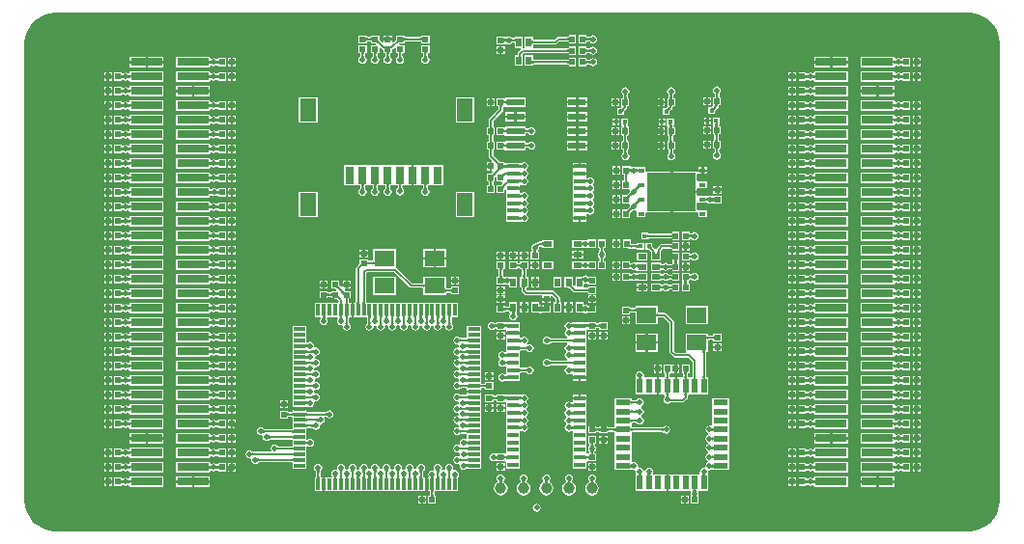
<source format=gbl>
G04*
G04 #@! TF.GenerationSoftware,Altium Limited,Altium Designer,20.0.13 (296)*
G04*
G04 Layer_Physical_Order=6*
G04 Layer_Color=16711680*
%FSLAX25Y25*%
%MOIN*%
G70*
G01*
G75*
%ADD11C,0.00787*%
%ADD14C,0.01575*%
%ADD16R,0.03150X0.01968*%
%ADD22R,0.01850X0.02047*%
%ADD28R,0.02047X0.01850*%
%ADD35R,0.01575X0.01575*%
%ADD36R,0.01575X0.01575*%
%ADD37R,0.01968X0.03150*%
%ADD62C,0.02953*%
%ADD66C,0.19685*%
%ADD67C,0.01968*%
%ADD68R,0.03937X0.01772*%
%ADD69R,0.05118X0.01968*%
%ADD70R,0.01968X0.05118*%
%ADD71R,0.01181X0.03937*%
%ADD72R,0.03937X0.01181*%
%ADD73C,0.03937*%
%ADD74R,0.06102X0.02362*%
%ADD75R,0.10984X0.02913*%
%ADD76R,0.02756X0.01968*%
%ADD77R,0.02362X0.01575*%
%ADD78R,0.16535X0.13386*%
%ADD79R,0.01968X0.02362*%
%ADD80R,0.05709X0.07874*%
%ADD81R,0.03150X0.05906*%
%ADD82R,0.07087X0.05512*%
G36*
X315669Y168288D02*
X317074Y168103D01*
X318442Y167736D01*
X319751Y167194D01*
X320978Y166486D01*
X322102Y165623D01*
X323104Y164621D01*
X323966Y163497D01*
X324674Y162271D01*
X325217Y160962D01*
X325583Y159593D01*
X325768Y158189D01*
Y157480D01*
Y0D01*
Y-708D01*
X325583Y-2113D01*
X325217Y-3481D01*
X324674Y-4790D01*
X323966Y-6017D01*
X323104Y-7141D01*
X322102Y-8143D01*
X320978Y-9005D01*
X319751Y-9714D01*
X318442Y-10256D01*
X317074Y-10623D01*
X315669Y-10808D01*
X314961D01*
X-0Y-10808D01*
X-709D01*
X-2113Y-10623D01*
X-3482Y-10256D01*
X-4791Y-9714D01*
X-6017Y-9005D01*
X-7141Y-8143D01*
X-8143Y-7141D01*
X-9006Y-6017D01*
X-9714Y-4790D01*
X-10256Y-3481D01*
X-10623Y-2113D01*
X-10808Y-708D01*
Y-0D01*
Y157480D01*
Y158189D01*
X-10623Y159593D01*
X-10256Y160962D01*
X-9714Y162271D01*
X-9006Y163497D01*
X-8143Y164621D01*
X-7141Y165623D01*
X-6017Y166486D01*
X-4791Y167194D01*
X-3482Y167736D01*
X-2113Y168103D01*
X-709Y168288D01*
X0Y168288D01*
X314961D01*
X315669Y168288D01*
D02*
G37*
%LPC*%
G36*
X128957Y160492D02*
X126122D01*
Y160037D01*
X126117Y160035D01*
X126059Y160020D01*
X125975Y160006D01*
X125868Y159996D01*
X125729Y159993D01*
X125691Y159976D01*
X120726D01*
X120688Y159993D01*
X120549Y159996D01*
X120442Y160006D01*
X120359Y160020D01*
X120300Y160035D01*
X120295Y160037D01*
Y160492D01*
X117461D01*
Y159465D01*
X117445Y159440D01*
X117454Y159406D01*
X117440Y159374D01*
X117461Y159324D01*
Y159105D01*
X117439Y159067D01*
X117372Y158971D01*
X117149Y158707D01*
X117003Y158556D01*
X116987Y158517D01*
X116465Y157994D01*
X115965Y158201D01*
Y158780D01*
X114547D01*
Y159173D01*
D01*
Y158780D01*
X113130D01*
Y158201D01*
X112630Y157994D01*
X112111Y158512D01*
X112097Y158550D01*
X111818Y158850D01*
X111726Y158966D01*
X111656Y159067D01*
X111634Y159105D01*
Y159324D01*
X111654Y159374D01*
X111641Y159406D01*
X111649Y159440D01*
X111634Y159465D01*
Y160492D01*
X108799D01*
Y160037D01*
X108794Y160035D01*
X108736Y160020D01*
X108652Y160006D01*
X108545Y159996D01*
X108406Y159993D01*
X108369Y159976D01*
X107734D01*
X107696Y159993D01*
X107557Y159996D01*
X107450Y160006D01*
X107367Y160020D01*
X107308Y160035D01*
X107303Y160037D01*
Y160492D01*
X104469D01*
Y157854D01*
X107303D01*
Y158309D01*
X107308Y158311D01*
X107367Y158327D01*
X107450Y158341D01*
X107557Y158350D01*
X107696Y158353D01*
X107734Y158370D01*
X108369D01*
X108406Y158353D01*
X108545Y158350D01*
X108652Y158341D01*
X108736Y158327D01*
X108794Y158311D01*
X108799Y158309D01*
Y157854D01*
X110023D01*
X110048Y157839D01*
X110082Y157847D01*
X110115Y157834D01*
X110164Y157854D01*
X110316D01*
X110595Y157572D01*
X110383Y157106D01*
X108799D01*
Y154469D01*
X109349D01*
X109355Y154454D01*
X109371Y154398D01*
X109384Y154316D01*
X109393Y154212D01*
X109397Y154076D01*
X109414Y154038D01*
Y153590D01*
X109397Y153553D01*
X109394Y153468D01*
X109388Y153403D01*
X109378Y153344D01*
X109365Y153290D01*
X109350Y153242D01*
X109331Y153198D01*
X109310Y153158D01*
X109286Y153122D01*
X109259Y153087D01*
X109216Y153041D01*
X109207Y153017D01*
X108918Y152585D01*
X108812Y152047D01*
X108918Y151510D01*
X109223Y151054D01*
X109679Y150749D01*
X110216Y150642D01*
X110754Y150749D01*
X111210Y151054D01*
X111514Y151510D01*
X111621Y152047D01*
X111514Y152585D01*
X111226Y153017D01*
X111217Y153041D01*
X111173Y153087D01*
X111147Y153122D01*
X111123Y153158D01*
X111102Y153198D01*
X111083Y153242D01*
X111068Y153290D01*
X111055Y153344D01*
X111045Y153403D01*
X111039Y153468D01*
X111036Y153553D01*
X111019Y153590D01*
Y154038D01*
X111036Y154076D01*
X111040Y154212D01*
X111049Y154316D01*
X111063Y154398D01*
X111078Y154454D01*
X111084Y154469D01*
X111634D01*
Y156066D01*
X112096Y156257D01*
X112602Y155751D01*
X112862Y155577D01*
X113130Y155524D01*
Y154469D01*
X113683D01*
X113685Y154464D01*
X113701Y154405D01*
X113715Y154322D01*
X113724Y154215D01*
X113727Y154076D01*
X113744Y154038D01*
Y153590D01*
X113728Y153553D01*
X113725Y153468D01*
X113719Y153403D01*
X113709Y153344D01*
X113696Y153290D01*
X113680Y153242D01*
X113662Y153198D01*
X113641Y153158D01*
X113617Y153122D01*
X113590Y153087D01*
X113547Y153041D01*
X113538Y153017D01*
X113249Y152585D01*
X113142Y152047D01*
X113249Y151510D01*
X113554Y151054D01*
X114010Y150749D01*
X114547Y150642D01*
X115085Y150749D01*
X115541Y151054D01*
X115845Y151510D01*
X115952Y152047D01*
X115845Y152585D01*
X115557Y153017D01*
X115548Y153041D01*
X115504Y153087D01*
X115477Y153122D01*
X115454Y153158D01*
X115433Y153198D01*
X115414Y153242D01*
X115398Y153290D01*
X115385Y153344D01*
X115376Y153403D01*
X115369Y153468D01*
X115367Y153553D01*
X115350Y153590D01*
Y154038D01*
X115367Y154076D01*
X115371Y154215D01*
X115380Y154322D01*
X115394Y154405D01*
X115409Y154464D01*
X115411Y154469D01*
X115965D01*
Y155524D01*
X116232Y155577D01*
X116493Y155751D01*
X116999Y156257D01*
X117461Y156066D01*
Y154469D01*
X117932D01*
X117938Y154454D01*
X117953Y154398D01*
X117967Y154316D01*
X117976Y154212D01*
X117980Y154076D01*
X117996Y154038D01*
Y153511D01*
X117980Y153474D01*
X117977Y153390D01*
X117971Y153324D01*
X117961Y153265D01*
X117948Y153211D01*
X117932Y153163D01*
X117914Y153119D01*
X117893Y153080D01*
X117869Y153043D01*
X117842Y153009D01*
X117799Y152963D01*
X117790Y152938D01*
X117501Y152506D01*
X117394Y151969D01*
X117501Y151431D01*
X117806Y150975D01*
X118262Y150671D01*
X118799Y150564D01*
X119337Y150671D01*
X119793Y150975D01*
X120097Y151431D01*
X120204Y151969D01*
X120097Y152506D01*
X119809Y152938D01*
X119799Y152963D01*
X119756Y153009D01*
X119729Y153043D01*
X119706Y153080D01*
X119685Y153120D01*
X119666Y153163D01*
X119650Y153211D01*
X119637Y153265D01*
X119628Y153324D01*
X119621Y153390D01*
X119619Y153474D01*
X119602Y153511D01*
Y154038D01*
X119619Y154076D01*
X119623Y154212D01*
X119632Y154316D01*
X119645Y154398D01*
X119660Y154454D01*
X119666Y154469D01*
X120295D01*
Y157106D01*
X118763D01*
X118561Y157596D01*
X118791Y157854D01*
X118930D01*
X118980Y157834D01*
X119012Y157847D01*
X119046Y157839D01*
X119071Y157854D01*
X120295D01*
Y158309D01*
X120300Y158311D01*
X120359Y158327D01*
X120442Y158341D01*
X120549Y158350D01*
X120688Y158353D01*
X120726Y158370D01*
X125691D01*
X125729Y158353D01*
X125868Y158350D01*
X125975Y158341D01*
X126059Y158327D01*
X126117Y158311D01*
X126122Y158309D01*
Y157854D01*
X128957D01*
Y160492D01*
D02*
G37*
G36*
X179587Y160591D02*
X176949D01*
Y160037D01*
X176944Y160035D01*
X176885Y160020D01*
X176802Y160006D01*
X176695Y159996D01*
X176556Y159993D01*
X176518Y159976D01*
X173345D01*
X173345Y159976D01*
X173038Y159915D01*
X172777Y159741D01*
X171988Y158952D01*
X165080D01*
X165042Y158969D01*
X164906Y158973D01*
X164802Y158982D01*
X164720Y158996D01*
X164664Y159011D01*
X164650Y159017D01*
Y160118D01*
X161894D01*
X161894Y156445D01*
X161439Y156176D01*
X161144Y156322D01*
X161106Y156499D01*
Y160118D01*
X158350D01*
Y159780D01*
X157874Y159606D01*
X157846Y159619D01*
X157762Y159621D01*
X157696Y159628D01*
X157637Y159637D01*
X157583Y159650D01*
X157535Y159666D01*
X157492Y159685D01*
X157452Y159706D01*
X157415Y159729D01*
X157381Y159756D01*
X157334Y159799D01*
X157310Y159809D01*
X156878Y160097D01*
X156341Y160204D01*
X155803Y160097D01*
X155461Y159869D01*
X155372Y159897D01*
X154961Y160118D01*
X154961Y160118D01*
X154961Y160118D01*
X152126D01*
Y157480D01*
X154961D01*
Y157480D01*
X155141Y157629D01*
X155461Y157730D01*
X155803Y157501D01*
X156341Y157394D01*
X156878Y157501D01*
X157310Y157790D01*
X157334Y157799D01*
X157381Y157842D01*
X157415Y157869D01*
X157452Y157893D01*
X157492Y157914D01*
X157535Y157932D01*
X157583Y157948D01*
X157637Y157961D01*
X157696Y157971D01*
X157762Y157977D01*
X157846Y157980D01*
X157874Y157992D01*
X158350Y157818D01*
Y156181D01*
X160359D01*
X160453Y156046D01*
X160550Y155681D01*
X159551Y154682D01*
X159377Y154422D01*
X159333Y154202D01*
X159299Y154124D01*
X159296Y154001D01*
X159289Y153905D01*
X159278Y153831D01*
X159275Y153819D01*
X158350D01*
Y149882D01*
X161106D01*
Y153312D01*
X161119Y153331D01*
X161111Y153377D01*
X161127Y153417D01*
X161106Y153819D01*
X161063Y153924D01*
X161543Y154404D01*
X176518D01*
X176556Y154387D01*
X176695Y154383D01*
X176802Y154374D01*
X176885Y154360D01*
X176944Y154345D01*
X176949Y154343D01*
Y153789D01*
X179587D01*
Y156624D01*
X176949D01*
Y156070D01*
X176944Y156069D01*
X176885Y156053D01*
X176802Y156039D01*
X176695Y156030D01*
X176556Y156026D01*
X176518Y156009D01*
X165078D01*
X164650Y156181D01*
X164650Y156509D01*
Y157282D01*
X164664Y157288D01*
X164720Y157304D01*
X164802Y157317D01*
X164906Y157326D01*
X165042Y157330D01*
X165080Y157347D01*
X172321D01*
X172628Y157408D01*
X172889Y157582D01*
X173677Y158370D01*
X176518D01*
X176556Y158353D01*
X176695Y158350D01*
X176802Y158341D01*
X176885Y158327D01*
X176944Y158311D01*
X176949Y158309D01*
Y157756D01*
X179587D01*
Y160591D01*
D02*
G37*
G36*
X115965Y160492D02*
X114941D01*
Y159567D01*
X115965D01*
Y160492D01*
D02*
G37*
G36*
X114154D02*
X113130D01*
Y159567D01*
X114154D01*
Y160492D01*
D02*
G37*
G36*
X182972Y160591D02*
X180335D01*
Y157756D01*
X182972D01*
Y158306D01*
X182987Y158312D01*
X183043Y158327D01*
X183124Y158341D01*
X183229Y158350D01*
X183365Y158353D01*
X183403Y158370D01*
X183851D01*
X183888Y158354D01*
X183973Y158351D01*
X184038Y158345D01*
X184097Y158335D01*
X184151Y158322D01*
X184199Y158306D01*
X184243Y158288D01*
X184282Y158267D01*
X184319Y158243D01*
X184353Y158216D01*
X184400Y158173D01*
X184424Y158164D01*
X184856Y157875D01*
X185394Y157768D01*
X185931Y157875D01*
X186387Y158180D01*
X186692Y158636D01*
X186799Y159173D01*
X186692Y159711D01*
X186387Y160167D01*
X185931Y160471D01*
X185394Y160578D01*
X184856Y160471D01*
X184424Y160183D01*
X184400Y160173D01*
X184353Y160130D01*
X184319Y160103D01*
X184282Y160080D01*
X184243Y160059D01*
X184199Y160040D01*
X184151Y160024D01*
X184097Y160011D01*
X184038Y160002D01*
X183973Y159995D01*
X183888Y159993D01*
X183851Y159976D01*
X183403D01*
X183365Y159993D01*
X183229Y159996D01*
X183124Y160006D01*
X183043Y160019D01*
X182987Y160034D01*
X182972Y160040D01*
Y160591D01*
D02*
G37*
G36*
X154961Y156732D02*
X153937D01*
Y155807D01*
X154961D01*
Y156732D01*
D02*
G37*
G36*
X153150D02*
X152126D01*
Y155807D01*
X153150D01*
Y156732D01*
D02*
G37*
G36*
X154961Y155020D02*
X153937D01*
Y154095D01*
X154961D01*
Y155020D01*
D02*
G37*
G36*
X153150D02*
X152126D01*
Y154095D01*
X153150D01*
Y155020D01*
D02*
G37*
G36*
X182972Y156624D02*
X180335D01*
Y153789D01*
X182972D01*
Y154340D01*
X182987Y154346D01*
X183043Y154361D01*
X183124Y154374D01*
X183229Y154383D01*
X183365Y154387D01*
X183403Y154404D01*
X183851D01*
X183888Y154387D01*
X183973Y154385D01*
X184038Y154378D01*
X184097Y154368D01*
X184151Y154356D01*
X184199Y154340D01*
X184243Y154321D01*
X184282Y154300D01*
X184319Y154277D01*
X184353Y154250D01*
X184400Y154207D01*
X184424Y154197D01*
X184856Y153909D01*
X185394Y153802D01*
X185931Y153909D01*
X186387Y154213D01*
X186692Y154669D01*
X186799Y155207D01*
X186692Y155744D01*
X186387Y156200D01*
X185931Y156505D01*
X185394Y156612D01*
X184856Y156505D01*
X184424Y156216D01*
X184400Y156207D01*
X184353Y156164D01*
X184319Y156137D01*
X184282Y156113D01*
X184243Y156092D01*
X184199Y156074D01*
X184151Y156058D01*
X184097Y156045D01*
X184038Y156035D01*
X183973Y156029D01*
X183888Y156026D01*
X183851Y156009D01*
X183403D01*
X183365Y156026D01*
X183229Y156030D01*
X183124Y156039D01*
X183043Y156053D01*
X182987Y156068D01*
X182972Y156074D01*
Y156624D01*
D02*
G37*
G36*
X298287Y152657D02*
X297362D01*
Y151634D01*
X298287D01*
Y152657D01*
D02*
G37*
G36*
X296575D02*
X295650D01*
Y151634D01*
X296575D01*
Y152657D01*
D02*
G37*
G36*
X37256Y153090D02*
X31764D01*
Y151634D01*
X37256D01*
Y153090D01*
D02*
G37*
G36*
X30976D02*
X25484D01*
Y151634D01*
X30976D01*
Y153090D01*
D02*
G37*
G36*
X273476D02*
X267984D01*
Y151634D01*
X273476D01*
Y153090D01*
D02*
G37*
G36*
X62067Y152657D02*
X61142D01*
Y151634D01*
X62067D01*
Y152657D01*
D02*
G37*
G36*
X60354D02*
X59429D01*
Y151634D01*
X60354D01*
Y152657D01*
D02*
G37*
G36*
X267197Y153090D02*
X261705D01*
Y151634D01*
X267197D01*
Y153090D01*
D02*
G37*
G36*
X128957Y157106D02*
X126122D01*
Y154469D01*
X126672D01*
X126678Y154454D01*
X126693Y154398D01*
X126707Y154316D01*
X126716Y154212D01*
X126720Y154076D01*
X126736Y154038D01*
Y153590D01*
X126720Y153553D01*
X126717Y153468D01*
X126711Y153403D01*
X126701Y153344D01*
X126688Y153290D01*
X126672Y153242D01*
X126654Y153198D01*
X126633Y153158D01*
X126609Y153122D01*
X126582Y153087D01*
X126539Y153041D01*
X126530Y153017D01*
X126241Y152585D01*
X126134Y152047D01*
X126241Y151510D01*
X126546Y151054D01*
X127002Y150749D01*
X127539Y150642D01*
X128077Y150749D01*
X128533Y151054D01*
X128837Y151510D01*
X128944Y152047D01*
X128837Y152585D01*
X128549Y153017D01*
X128540Y153041D01*
X128496Y153087D01*
X128470Y153122D01*
X128446Y153158D01*
X128425Y153198D01*
X128406Y153242D01*
X128391Y153290D01*
X128377Y153344D01*
X128368Y153403D01*
X128362Y153468D01*
X128359Y153553D01*
X128342Y153590D01*
Y154038D01*
X128359Y154076D01*
X128363Y154212D01*
X128372Y154316D01*
X128385Y154398D01*
X128401Y154454D01*
X128407Y154469D01*
X128957D01*
Y157106D01*
D02*
G37*
G36*
X107303D02*
X104469D01*
Y154469D01*
X105019D01*
X105025Y154454D01*
X105040Y154398D01*
X105053Y154316D01*
X105062Y154212D01*
X105066Y154076D01*
X105083Y154038D01*
Y153590D01*
X105066Y153553D01*
X105064Y153468D01*
X105057Y153403D01*
X105048Y153344D01*
X105035Y153290D01*
X105019Y153242D01*
X105000Y153198D01*
X104980Y153158D01*
X104956Y153122D01*
X104929Y153087D01*
X104886Y153041D01*
X104876Y153017D01*
X104588Y152585D01*
X104481Y152047D01*
X104588Y151510D01*
X104892Y151054D01*
X105348Y150749D01*
X105886Y150642D01*
X106423Y150749D01*
X106879Y151054D01*
X107184Y151510D01*
X107291Y152047D01*
X107184Y152585D01*
X106895Y153017D01*
X106886Y153041D01*
X106843Y153087D01*
X106816Y153122D01*
X106792Y153158D01*
X106771Y153198D01*
X106753Y153242D01*
X106737Y153290D01*
X106724Y153344D01*
X106714Y153403D01*
X106708Y153468D01*
X106705Y153553D01*
X106689Y153590D01*
Y154038D01*
X106705Y154076D01*
X106709Y154212D01*
X106718Y154316D01*
X106732Y154398D01*
X106747Y154454D01*
X106753Y154469D01*
X107303D01*
Y157106D01*
D02*
G37*
G36*
X182972Y152657D02*
X180335D01*
Y149823D01*
X182972D01*
Y150373D01*
X182987Y150379D01*
X183043Y150394D01*
X183124Y150408D01*
X183229Y150417D01*
X183365Y150420D01*
X183403Y150437D01*
X183851D01*
X183888Y150420D01*
X183973Y150418D01*
X184038Y150412D01*
X184097Y150402D01*
X184151Y150389D01*
X184199Y150373D01*
X184243Y150355D01*
X184282Y150334D01*
X184319Y150310D01*
X184353Y150283D01*
X184400Y150240D01*
X184424Y150231D01*
X184856Y149942D01*
X185394Y149835D01*
X185931Y149942D01*
X186387Y150247D01*
X186692Y150703D01*
X186799Y151240D01*
X186692Y151778D01*
X186387Y152234D01*
X185931Y152538D01*
X185394Y152645D01*
X184856Y152538D01*
X184424Y152250D01*
X184400Y152240D01*
X184353Y152197D01*
X184319Y152170D01*
X184282Y152146D01*
X184243Y152126D01*
X184199Y152107D01*
X184151Y152091D01*
X184097Y152078D01*
X184038Y152069D01*
X183973Y152062D01*
X183888Y152060D01*
X183851Y152043D01*
X183403D01*
X183365Y152060D01*
X183229Y152063D01*
X183124Y152073D01*
X183043Y152086D01*
X182987Y152101D01*
X182972Y152107D01*
Y152657D01*
D02*
G37*
G36*
X298287Y150847D02*
X297362D01*
Y149823D01*
X298287D01*
Y150847D01*
D02*
G37*
G36*
X296575D02*
X295650D01*
Y149823D01*
X296575D01*
Y150847D01*
D02*
G37*
G36*
X289476Y153090D02*
X277705D01*
Y149390D01*
X289476D01*
Y149851D01*
X289477Y149852D01*
X289976Y150099D01*
X290210Y149942D01*
X290748Y149835D01*
X291286Y149942D01*
X291718Y150231D01*
X291742Y150240D01*
X292195Y150092D01*
X292229Y150041D01*
X292264Y149973D01*
Y149823D01*
X294902D01*
Y152657D01*
X292264D01*
Y152507D01*
X292229Y152439D01*
X292195Y152389D01*
X291742Y152240D01*
X291718Y152250D01*
X291286Y152538D01*
X290748Y152645D01*
X290210Y152538D01*
X289976Y152382D01*
X289477Y152629D01*
X289476Y152629D01*
Y153090D01*
D02*
G37*
G36*
X164650Y153819D02*
X161894D01*
Y149882D01*
X164650D01*
Y150373D01*
X164664Y150379D01*
X164720Y150394D01*
X164802Y150408D01*
X164906Y150417D01*
X165042Y150420D01*
X165080Y150437D01*
X176518D01*
X176556Y150420D01*
X176695Y150417D01*
X176802Y150408D01*
X176885Y150394D01*
X176944Y150378D01*
X176949Y150376D01*
Y149823D01*
X179587D01*
Y152657D01*
X176949D01*
Y152104D01*
X176944Y152102D01*
X176885Y152086D01*
X176802Y152073D01*
X176695Y152064D01*
X176556Y152060D01*
X176518Y152043D01*
X165080D01*
X165042Y152060D01*
X164906Y152063D01*
X164802Y152073D01*
X164720Y152086D01*
X164664Y152101D01*
X164650Y152107D01*
Y153819D01*
D02*
G37*
G36*
X62067Y150847D02*
X61142D01*
Y149823D01*
X62067D01*
Y150847D01*
D02*
G37*
G36*
X60354D02*
X59429D01*
Y149823D01*
X60354D01*
Y150847D01*
D02*
G37*
G36*
X53256Y153090D02*
X41484D01*
Y149390D01*
X53256D01*
Y149851D01*
X53256Y149852D01*
X53756Y150099D01*
X53990Y149942D01*
X54528Y149835D01*
X55065Y149942D01*
X55497Y150231D01*
X55522Y150240D01*
X55974Y150092D01*
X56008Y150041D01*
X56043Y149973D01*
Y149823D01*
X58681D01*
Y152657D01*
X56043D01*
Y152507D01*
X56008Y152439D01*
X55974Y152389D01*
X55522Y152240D01*
X55497Y152250D01*
X55065Y152538D01*
X54528Y152645D01*
X53990Y152538D01*
X53756Y152382D01*
X53257Y152628D01*
X53256Y152629D01*
Y153090D01*
D02*
G37*
G36*
X273476Y150847D02*
X267984D01*
Y149390D01*
X273476D01*
Y150847D01*
D02*
G37*
G36*
X267197D02*
X261705D01*
Y149390D01*
X267197D01*
Y150847D01*
D02*
G37*
G36*
X37256Y150847D02*
X31764D01*
Y149390D01*
X37256D01*
Y150847D01*
D02*
G37*
G36*
X30976D02*
X25484D01*
Y149390D01*
X30976D01*
Y150847D01*
D02*
G37*
G36*
X273476Y148090D02*
X261705D01*
Y147629D01*
X261704Y147628D01*
X261205Y147382D01*
X260971Y147538D01*
X260433Y147645D01*
X259895Y147538D01*
X259463Y147249D01*
X259439Y147240D01*
X258987Y147389D01*
X258952Y147439D01*
X258917Y147507D01*
Y147658D01*
X256279D01*
Y144823D01*
X258917D01*
Y144973D01*
X258952Y145041D01*
X258987Y145091D01*
X259439Y145240D01*
X259463Y145231D01*
X259895Y144942D01*
X260433Y144835D01*
X260971Y144942D01*
X261205Y145099D01*
X261704Y144852D01*
X261705Y144851D01*
Y144390D01*
X273476D01*
Y148090D01*
D02*
G37*
G36*
X37256D02*
X25484D01*
Y147629D01*
X25484Y147628D01*
X24984Y147382D01*
X24750Y147538D01*
X24213Y147645D01*
X23675Y147538D01*
X23243Y147249D01*
X23219Y147240D01*
X22766Y147389D01*
X22732Y147439D01*
X22697Y147507D01*
Y147658D01*
X20059D01*
Y144823D01*
X22697D01*
Y144973D01*
X22732Y145041D01*
X22766Y145091D01*
X23219Y145240D01*
X23243Y145231D01*
X23675Y144942D01*
X24213Y144835D01*
X24750Y144942D01*
X24984Y145099D01*
X25484Y144852D01*
X25484Y144851D01*
Y144390D01*
X37256D01*
Y148090D01*
D02*
G37*
G36*
X298287Y147658D02*
X297362D01*
Y146634D01*
X298287D01*
Y147658D01*
D02*
G37*
G36*
X296575D02*
X295650D01*
Y146634D01*
X296575D01*
Y147658D01*
D02*
G37*
G36*
X255532Y147658D02*
X254606D01*
Y146634D01*
X255532D01*
Y147658D01*
D02*
G37*
G36*
X19311D02*
X18386D01*
Y146634D01*
X19311D01*
Y147658D01*
D02*
G37*
G36*
X253819D02*
X252894D01*
Y146634D01*
X253819D01*
Y147658D01*
D02*
G37*
G36*
X17598D02*
X16673D01*
Y146634D01*
X17598D01*
Y147658D01*
D02*
G37*
G36*
X62067Y147658D02*
X61142D01*
Y146634D01*
X62067D01*
Y147658D01*
D02*
G37*
G36*
X60354D02*
X59429D01*
Y146634D01*
X60354D01*
Y147658D01*
D02*
G37*
G36*
X298287Y145846D02*
X297362D01*
Y144823D01*
X298287D01*
Y145846D01*
D02*
G37*
G36*
X296575D02*
X295650D01*
Y144823D01*
X296575D01*
Y145846D01*
D02*
G37*
G36*
X289476Y148090D02*
X277705D01*
Y144390D01*
X289476D01*
Y144851D01*
X289477Y144852D01*
X289976Y145099D01*
X290210Y144942D01*
X290748Y144835D01*
X291286Y144942D01*
X291718Y145231D01*
X291742Y145240D01*
X292195Y145092D01*
X292229Y145041D01*
X292264Y144973D01*
Y144823D01*
X294902D01*
Y147658D01*
X292264D01*
Y147507D01*
X292229Y147439D01*
X292195Y147389D01*
X291742Y147240D01*
X291718Y147249D01*
X291286Y147538D01*
X290748Y147645D01*
X290210Y147538D01*
X289976Y147382D01*
X289477Y147628D01*
X289476Y147629D01*
Y148090D01*
D02*
G37*
G36*
X62067Y145846D02*
X61142D01*
Y144823D01*
X62067D01*
Y145846D01*
D02*
G37*
G36*
X60354D02*
X59429D01*
Y144823D01*
X60354D01*
Y145846D01*
D02*
G37*
G36*
X53256Y148090D02*
X41484D01*
Y144390D01*
X53256D01*
Y144851D01*
X53256Y144852D01*
X53756Y145099D01*
X53990Y144942D01*
X54528Y144835D01*
X55065Y144942D01*
X55497Y145231D01*
X55522Y145240D01*
X55974Y145092D01*
X56008Y145041D01*
X56043Y144973D01*
Y144823D01*
X58681D01*
Y147658D01*
X56043D01*
Y147507D01*
X56008Y147439D01*
X55974Y147389D01*
X55522Y147240D01*
X55497Y147249D01*
X55065Y147538D01*
X54528Y147645D01*
X53990Y147538D01*
X53756Y147382D01*
X53257Y147628D01*
X53256Y147629D01*
Y148090D01*
D02*
G37*
G36*
X255532Y145846D02*
X254606D01*
Y144823D01*
X255532D01*
Y145846D01*
D02*
G37*
G36*
X253819D02*
X252894D01*
Y144823D01*
X253819D01*
Y145846D01*
D02*
G37*
G36*
X19311D02*
X18386D01*
Y144823D01*
X19311D01*
Y145846D01*
D02*
G37*
G36*
X17598D02*
X16673D01*
Y144823D01*
X17598D01*
Y145846D01*
D02*
G37*
G36*
X273476Y143090D02*
X261705D01*
Y142630D01*
X261704Y142629D01*
X261205Y142382D01*
X260971Y142538D01*
X260433Y142645D01*
X259895Y142538D01*
X259463Y142250D01*
X259439Y142240D01*
X258987Y142389D01*
X258952Y142439D01*
X258917Y142507D01*
Y142657D01*
X256279D01*
Y139823D01*
X258917D01*
Y139973D01*
X258952Y140041D01*
X258987Y140092D01*
X259439Y140240D01*
X259463Y140231D01*
X259895Y139942D01*
X260433Y139835D01*
X260971Y139942D01*
X261205Y140099D01*
X261704Y139852D01*
X261705Y139851D01*
Y139390D01*
X273476D01*
Y143090D01*
D02*
G37*
G36*
X37256D02*
X25484D01*
Y142630D01*
X25484Y142629D01*
X24984Y142382D01*
X24750Y142538D01*
X24213Y142645D01*
X23675Y142538D01*
X23243Y142250D01*
X23219Y142240D01*
X22766Y142389D01*
X22732Y142439D01*
X22697Y142507D01*
Y142657D01*
X20059D01*
Y139823D01*
X22697D01*
Y139973D01*
X22732Y140041D01*
X22766Y140092D01*
X23219Y140240D01*
X23243Y140231D01*
X23675Y139942D01*
X24213Y139835D01*
X24750Y139942D01*
X24984Y140099D01*
X25484Y139852D01*
X25484Y139851D01*
Y139390D01*
X37256D01*
Y143090D01*
D02*
G37*
G36*
X53256D02*
X47764D01*
Y141634D01*
X53256D01*
Y143090D01*
D02*
G37*
G36*
X255532Y142657D02*
X254606D01*
Y141634D01*
X255532D01*
Y142657D01*
D02*
G37*
G36*
X19311D02*
X18386D01*
Y141634D01*
X19311D01*
Y142657D01*
D02*
G37*
G36*
X253819D02*
X252894D01*
Y141634D01*
X253819D01*
Y142657D01*
D02*
G37*
G36*
X17598D02*
X16673D01*
Y141634D01*
X17598D01*
Y142657D01*
D02*
G37*
G36*
X46976Y143090D02*
X41484D01*
Y141634D01*
X46976D01*
Y143090D01*
D02*
G37*
G36*
X289476D02*
X283984D01*
Y141634D01*
X289476D01*
Y143090D01*
D02*
G37*
G36*
X283197D02*
X277705D01*
Y141634D01*
X283197D01*
Y143090D01*
D02*
G37*
G36*
X255532Y140847D02*
X254606D01*
Y139823D01*
X255532D01*
Y140847D01*
D02*
G37*
G36*
X253819D02*
X252894D01*
Y139823D01*
X253819D01*
Y140847D01*
D02*
G37*
G36*
X19311D02*
X18386D01*
Y139823D01*
X19311D01*
Y140847D01*
D02*
G37*
G36*
X17598D02*
X16673D01*
Y139823D01*
X17598D01*
Y140847D01*
D02*
G37*
G36*
X289476Y140847D02*
X283984D01*
Y139390D01*
X289476D01*
Y140847D01*
D02*
G37*
G36*
X283197D02*
X277705D01*
Y139390D01*
X283197D01*
Y140847D01*
D02*
G37*
G36*
X53256Y140847D02*
X47764D01*
Y139390D01*
X53256D01*
Y140847D01*
D02*
G37*
G36*
X46976D02*
X41484D01*
Y139390D01*
X46976D01*
Y140847D01*
D02*
G37*
G36*
X226004Y139134D02*
X225079D01*
Y138110D01*
X226004D01*
Y139134D01*
D02*
G37*
G36*
X224291D02*
X223366D01*
Y138110D01*
X224291D01*
Y139134D01*
D02*
G37*
G36*
X210256Y138839D02*
X209331D01*
Y137815D01*
X210256D01*
Y138839D01*
D02*
G37*
G36*
X208543D02*
X207618D01*
Y137815D01*
X208543D01*
Y138839D01*
D02*
G37*
G36*
X194508D02*
X193583D01*
Y137815D01*
X194508D01*
Y138839D01*
D02*
G37*
G36*
X183366Y138996D02*
X180315D01*
Y137815D01*
X183366D01*
Y138996D01*
D02*
G37*
G36*
X151476Y138839D02*
X150551D01*
Y137815D01*
X151476D01*
Y138839D01*
D02*
G37*
G36*
X149764D02*
X148839D01*
Y137815D01*
X149764D01*
Y138839D01*
D02*
G37*
G36*
X179527Y138996D02*
X176476D01*
Y137815D01*
X179527D01*
Y138996D01*
D02*
G37*
G36*
X192795Y138839D02*
X191870D01*
Y137815D01*
X192795D01*
Y138839D01*
D02*
G37*
G36*
X273476Y138090D02*
X261705D01*
Y137629D01*
X261704Y137628D01*
X261205Y137382D01*
X260971Y137538D01*
X260433Y137645D01*
X259895Y137538D01*
X259463Y137250D01*
X259439Y137240D01*
X258987Y137389D01*
X258952Y137439D01*
X258917Y137507D01*
Y137657D01*
X256279D01*
Y134823D01*
X258917D01*
Y134973D01*
X258952Y135041D01*
X258987Y135091D01*
X259439Y135240D01*
X259463Y135231D01*
X259895Y134942D01*
X260433Y134835D01*
X260971Y134942D01*
X261205Y135099D01*
X261704Y134852D01*
X261705Y134851D01*
Y134390D01*
X273476D01*
Y138090D01*
D02*
G37*
G36*
X37256D02*
X25484D01*
Y137629D01*
X25484Y137628D01*
X24984Y137382D01*
X24750Y137538D01*
X24213Y137645D01*
X23675Y137538D01*
X23243Y137250D01*
X23219Y137240D01*
X22766Y137389D01*
X22732Y137439D01*
X22697Y137507D01*
Y137657D01*
X20059D01*
Y134823D01*
X22697D01*
Y134973D01*
X22732Y135041D01*
X22766Y135091D01*
X23219Y135240D01*
X23243Y135231D01*
X23675Y134942D01*
X24213Y134835D01*
X24750Y134942D01*
X24984Y135099D01*
X25484Y134852D01*
X25484Y134851D01*
Y134390D01*
X37256D01*
Y138090D01*
D02*
G37*
G36*
X298287Y137657D02*
X297362D01*
Y136634D01*
X298287D01*
Y137657D01*
D02*
G37*
G36*
X296575D02*
X295650D01*
Y136634D01*
X296575D01*
Y137657D01*
D02*
G37*
G36*
X255532Y137657D02*
X254606D01*
Y136634D01*
X255532D01*
Y137657D01*
D02*
G37*
G36*
X19311D02*
X18386D01*
Y136634D01*
X19311D01*
Y137657D01*
D02*
G37*
G36*
X253819D02*
X252894D01*
Y136634D01*
X253819D01*
Y137657D01*
D02*
G37*
G36*
X17598D02*
X16673D01*
Y136634D01*
X17598D01*
Y137657D01*
D02*
G37*
G36*
X62067Y137657D02*
X61142D01*
Y136634D01*
X62067D01*
Y137657D01*
D02*
G37*
G36*
X60354D02*
X59429D01*
Y136634D01*
X60354D01*
Y137657D01*
D02*
G37*
G36*
X226004Y137323D02*
X225079D01*
Y136299D01*
X226004D01*
Y137323D01*
D02*
G37*
G36*
X224291D02*
X223366D01*
Y136299D01*
X224291D01*
Y137323D01*
D02*
G37*
G36*
X210256Y137028D02*
X209331D01*
Y136004D01*
X210256D01*
Y137028D01*
D02*
G37*
G36*
X208543D02*
X207618D01*
Y136004D01*
X208543D01*
Y137028D01*
D02*
G37*
G36*
X194508Y137028D02*
X193583D01*
Y136004D01*
X194508D01*
Y137028D01*
D02*
G37*
G36*
X192795D02*
X191870D01*
Y136004D01*
X192795D01*
Y137028D01*
D02*
G37*
G36*
X151476D02*
X150551D01*
Y136004D01*
X151476D01*
Y137028D01*
D02*
G37*
G36*
X149764D02*
X148839D01*
Y136004D01*
X149764D01*
Y137028D01*
D02*
G37*
G36*
X183366D02*
X180315D01*
Y135846D01*
X183366D01*
Y137028D01*
D02*
G37*
G36*
X179527D02*
X176476D01*
Y135846D01*
X179527D01*
Y137028D01*
D02*
G37*
G36*
X155217Y138996D02*
X154862Y138839D01*
X152224D01*
Y136004D01*
X152680D01*
X152682Y135999D01*
X152697Y135941D01*
X152711Y135857D01*
X152720Y135750D01*
X152724Y135611D01*
X152741Y135573D01*
Y134880D01*
X149590Y131729D01*
X149416Y131469D01*
X149355Y131161D01*
Y129269D01*
X149338Y129231D01*
X149334Y129092D01*
X149325Y128986D01*
X149311Y128902D01*
X149296Y128843D01*
X149294Y128839D01*
X148839D01*
Y126004D01*
X149294D01*
X149296Y125999D01*
X149311Y125941D01*
X149325Y125857D01*
X149334Y125750D01*
X149338Y125611D01*
X149355Y125573D01*
Y124269D01*
X149338Y124231D01*
X149334Y124092D01*
X149325Y123986D01*
X149311Y123902D01*
X149296Y123843D01*
X149294Y123839D01*
X148839D01*
Y121004D01*
X149294D01*
X149296Y120999D01*
X149311Y120941D01*
X149325Y120857D01*
X149334Y120750D01*
X149338Y120611D01*
X149355Y120573D01*
Y118740D01*
X149416Y118433D01*
X149590Y118173D01*
X150627Y117135D01*
X150551Y116952D01*
Y115256D01*
Y113667D01*
X150804Y113345D01*
X150781Y113200D01*
X150480Y112921D01*
X150365Y112828D01*
X150264Y112758D01*
X150226Y112736D01*
X150006D01*
X149957Y112757D01*
X149925Y112743D01*
X149891Y112751D01*
X149866Y112736D01*
X148839D01*
Y109902D01*
X149294D01*
X149296Y109897D01*
X149311Y109838D01*
X149325Y109755D01*
X149334Y109648D01*
X149338Y109509D01*
X149355Y109471D01*
Y109230D01*
X149338Y109192D01*
X149334Y109053D01*
X149325Y108946D01*
X149311Y108863D01*
X149296Y108804D01*
X149294Y108799D01*
X148839D01*
Y105965D01*
X151476D01*
Y108799D01*
X151021D01*
X151019Y108804D01*
X151004Y108863D01*
X150990Y108946D01*
X150981Y109053D01*
X150977Y109192D01*
X150960Y109230D01*
Y109471D01*
X150977Y109509D01*
X150981Y109648D01*
X150990Y109755D01*
X151004Y109838D01*
X151019Y109897D01*
X151021Y109902D01*
X151476D01*
Y111126D01*
X151492Y111151D01*
X151483Y111185D01*
X151497Y111217D01*
X151476Y111266D01*
Y111418D01*
X151758Y111697D01*
X152224Y111486D01*
Y109902D01*
X153802D01*
X154190Y109407D01*
X154166Y109263D01*
X153866Y108984D01*
X153750Y108891D01*
X153650Y108821D01*
X153612Y108799D01*
X153392D01*
X153343Y108820D01*
X153311Y108806D01*
X153277Y108814D01*
X153252Y108799D01*
X152224D01*
Y105965D01*
X154862D01*
Y107189D01*
X154877Y107213D01*
X154869Y107248D01*
X154883Y107280D01*
X154944Y107384D01*
X155012Y107430D01*
X155512Y107164D01*
X155512Y106299D01*
X155512Y105799D01*
Y104240D01*
X155512Y103740D01*
X155512D01*
Y103740D01*
X155512D01*
Y101681D01*
X155512Y101181D01*
X155512D01*
Y101181D01*
X155512D01*
Y99122D01*
X155512Y98622D01*
X155512D01*
Y98622D01*
X155512D01*
Y96063D01*
X160236D01*
Y96063D01*
X160310Y96117D01*
X160370Y96155D01*
X160736Y96272D01*
X161076Y96044D01*
X161614Y95938D01*
X162152Y96044D01*
X162608Y96349D01*
X162912Y96805D01*
X163019Y97342D01*
X162912Y97880D01*
X162608Y98336D01*
X162554Y98372D01*
Y98872D01*
X162608Y98908D01*
X162912Y99364D01*
X163019Y99902D01*
X162912Y100439D01*
X162608Y100895D01*
X162554Y100931D01*
Y101431D01*
X162608Y101467D01*
X162912Y101923D01*
X163019Y102461D01*
X162912Y102998D01*
X162608Y103454D01*
X162554Y103490D01*
Y103990D01*
X162608Y104026D01*
X162912Y104482D01*
X163019Y105020D01*
X162912Y105557D01*
X162608Y106013D01*
X162152Y106318D01*
X161614Y106425D01*
X161076Y106318D01*
X160736Y106090D01*
X160417Y106192D01*
X160244Y106339D01*
X160242Y106341D01*
X160240Y106345D01*
X160238Y106349D01*
X160236Y106353D01*
X160236Y106799D01*
Y107185D01*
X157874D01*
Y107972D01*
X160236D01*
Y108805D01*
X160238Y108808D01*
X160240Y108812D01*
X160242Y108816D01*
X160244Y108819D01*
X160417Y108966D01*
X160736Y109067D01*
X161076Y108840D01*
X161614Y108733D01*
X162152Y108840D01*
X162608Y109144D01*
X162912Y109600D01*
X163019Y110138D01*
X162912Y110676D01*
X162608Y111131D01*
X162554Y111167D01*
Y111667D01*
X162608Y111703D01*
X162912Y112159D01*
X163019Y112697D01*
X162912Y113234D01*
X162608Y113690D01*
X162556Y113725D01*
Y114326D01*
X162608Y114361D01*
X162912Y114817D01*
X163019Y115354D01*
X162912Y115892D01*
X162608Y116348D01*
X162152Y116652D01*
X161614Y116759D01*
X161076Y116652D01*
X160736Y116425D01*
X160236Y116535D01*
X160236Y116535D01*
X155512D01*
Y116535D01*
X155213Y116421D01*
X154862Y116636D01*
Y116673D01*
X153835D01*
X153810Y116688D01*
X153776Y116680D01*
X153744Y116694D01*
X153694Y116673D01*
X153475D01*
X153437Y116695D01*
X153341Y116762D01*
X153077Y116985D01*
X152926Y117131D01*
X152887Y117147D01*
X150960Y119073D01*
Y120573D01*
X150977Y120611D01*
X150981Y120750D01*
X150990Y120857D01*
X151004Y120941D01*
X151019Y120999D01*
X151021Y121004D01*
X151476D01*
Y123839D01*
X151021D01*
X151019Y123843D01*
X151004Y123902D01*
X150990Y123986D01*
X150981Y124092D01*
X150977Y124231D01*
X150960Y124269D01*
Y125573D01*
X150977Y125611D01*
X150981Y125750D01*
X150990Y125857D01*
X151004Y125941D01*
X151019Y125999D01*
X151021Y126004D01*
X151476D01*
Y128839D01*
X151021D01*
X151019Y128843D01*
X151004Y128902D01*
X150990Y128986D01*
X150981Y129092D01*
X150977Y129231D01*
X150960Y129269D01*
Y130829D01*
X154111Y133979D01*
X154111Y133980D01*
X154285Y134240D01*
X154346Y134547D01*
Y135573D01*
X154363Y135611D01*
X154367Y135750D01*
X154376Y135857D01*
X154390Y135941D01*
X154399Y135978D01*
X154871Y136000D01*
X155217Y135846D01*
Y135846D01*
X162106D01*
Y138996D01*
X155217D01*
Y138996D01*
D02*
G37*
G36*
X228150Y142940D02*
X227612Y142833D01*
X227156Y142529D01*
X226852Y142073D01*
X226745Y141535D01*
X226852Y140998D01*
X227140Y140566D01*
X227149Y140542D01*
X227193Y140495D01*
X227220Y140461D01*
X227243Y140424D01*
X227264Y140384D01*
X227283Y140341D01*
X227298Y140293D01*
X227311Y140239D01*
X227321Y140180D01*
X227327Y140114D01*
X227330Y140030D01*
X227347Y139993D01*
Y139565D01*
X227330Y139527D01*
X227326Y139388D01*
X227317Y139281D01*
X227303Y139197D01*
X227288Y139139D01*
X227286Y139134D01*
X226752D01*
Y136723D01*
X226750Y136717D01*
X226752Y136299D01*
X226581Y135870D01*
X226561Y135851D01*
X226443Y135757D01*
X226341Y135685D01*
X226315Y135669D01*
X226060D01*
X226040Y135678D01*
X226019Y135669D01*
X225984D01*
X225971Y135672D01*
X225967Y135669D01*
X225197D01*
Y133307D01*
X227559D01*
Y134077D01*
X227562Y134082D01*
X227559Y134094D01*
Y134130D01*
X227568Y134150D01*
X227559Y134170D01*
Y134425D01*
X227575Y134452D01*
X227643Y134549D01*
X227869Y134815D01*
X228017Y134967D01*
X228032Y135007D01*
X228453Y135428D01*
X228453Y135428D01*
X228627Y135688D01*
X228671Y135908D01*
X228705Y135986D01*
X228708Y136111D01*
X228715Y136208D01*
X228726Y136284D01*
X228730Y136299D01*
X229390D01*
Y139134D01*
X229013D01*
X229011Y139139D01*
X228996Y139197D01*
X228982Y139281D01*
X228973Y139388D01*
X228969Y139527D01*
X228952Y139565D01*
Y139993D01*
X228969Y140030D01*
X228972Y140114D01*
X228978Y140180D01*
X228988Y140239D01*
X229001Y140293D01*
X229017Y140341D01*
X229035Y140384D01*
X229056Y140424D01*
X229080Y140461D01*
X229107Y140495D01*
X229150Y140542D01*
X229159Y140566D01*
X229448Y140998D01*
X229555Y141535D01*
X229448Y142073D01*
X229143Y142529D01*
X228687Y142833D01*
X228150Y142940D01*
D02*
G37*
G36*
X212323Y142566D02*
X211785Y142459D01*
X211329Y142155D01*
X211025Y141699D01*
X210918Y141161D01*
X211025Y140624D01*
X211314Y140192D01*
X211323Y140167D01*
X211366Y140121D01*
X211393Y140087D01*
X211417Y140050D01*
X211437Y140010D01*
X211456Y139967D01*
X211472Y139918D01*
X211485Y139865D01*
X211494Y139806D01*
X211501Y139740D01*
X211503Y139656D01*
X211520Y139619D01*
Y139269D01*
X211503Y139231D01*
X211500Y139092D01*
X211490Y138986D01*
X211476Y138902D01*
X211461Y138844D01*
X211459Y138839D01*
X211004D01*
Y136427D01*
X211001Y136422D01*
X211004Y136004D01*
X210833Y135575D01*
X210812Y135556D01*
X210695Y135461D01*
X210593Y135389D01*
X210567Y135374D01*
X210312D01*
X210292Y135382D01*
X210271Y135374D01*
X210236D01*
X210223Y135377D01*
X210219Y135374D01*
X209449D01*
Y133012D01*
X211811D01*
Y133782D01*
X211814Y133786D01*
X211811Y133799D01*
Y133834D01*
X211820Y133855D01*
X211811Y133875D01*
Y134130D01*
X211826Y134156D01*
X211895Y134254D01*
X212121Y134519D01*
X212268Y134672D01*
X212284Y134712D01*
X212705Y135132D01*
X212705Y135133D01*
X212879Y135393D01*
X212923Y135613D01*
X212957Y135690D01*
X212960Y135816D01*
X212967Y135913D01*
X212978Y135988D01*
X212982Y136004D01*
X213642D01*
Y138839D01*
X213187D01*
X213185Y138843D01*
X213169Y138902D01*
X213155Y138986D01*
X213146Y139092D01*
X213142Y139231D01*
X213126Y139269D01*
Y139619D01*
X213142Y139656D01*
X213145Y139740D01*
X213151Y139806D01*
X213161Y139865D01*
X213174Y139919D01*
X213190Y139967D01*
X213208Y140010D01*
X213229Y140050D01*
X213253Y140087D01*
X213280Y140121D01*
X213323Y140167D01*
X213332Y140192D01*
X213621Y140624D01*
X213728Y141161D01*
X213621Y141699D01*
X213316Y142155D01*
X212860Y142459D01*
X212323Y142566D01*
D02*
G37*
G36*
X196575D02*
X196037Y142459D01*
X195581Y142155D01*
X195277Y141699D01*
X195170Y141161D01*
X195277Y140624D01*
X195565Y140192D01*
X195575Y140167D01*
X195618Y140121D01*
X195645Y140087D01*
X195668Y140050D01*
X195689Y140010D01*
X195708Y139967D01*
X195724Y139918D01*
X195737Y139865D01*
X195746Y139806D01*
X195753Y139740D01*
X195755Y139656D01*
X195772Y139619D01*
Y139269D01*
X195755Y139231D01*
X195752Y139092D01*
X195742Y138986D01*
X195729Y138902D01*
X195713Y138843D01*
X195711Y138839D01*
X195256D01*
Y136427D01*
X195254Y136422D01*
X195256Y136004D01*
X195085Y135575D01*
X195064Y135556D01*
X194947Y135461D01*
X194845Y135389D01*
X194819Y135374D01*
X194564D01*
X194544Y135382D01*
X194523Y135374D01*
X194488D01*
X194475Y135377D01*
X194471Y135374D01*
X193701D01*
Y133012D01*
X196063D01*
Y133782D01*
X196066Y133786D01*
X196063Y133799D01*
Y133834D01*
X196071Y133855D01*
X196063Y133875D01*
Y134130D01*
X196079Y134156D01*
X196147Y134254D01*
X196373Y134519D01*
X196520Y134672D01*
X196536Y134712D01*
X196957Y135132D01*
X196957Y135133D01*
X197131Y135393D01*
X197175Y135613D01*
X197209Y135690D01*
X197212Y135816D01*
X197219Y135913D01*
X197230Y135988D01*
X197234Y136004D01*
X197894D01*
Y138839D01*
X197439D01*
X197437Y138843D01*
X197421Y138902D01*
X197407Y138986D01*
X197398Y139092D01*
X197395Y139231D01*
X197378Y139269D01*
Y139619D01*
X197395Y139656D01*
X197397Y139740D01*
X197403Y139806D01*
X197413Y139865D01*
X197426Y139919D01*
X197442Y139967D01*
X197460Y140010D01*
X197481Y140050D01*
X197505Y140087D01*
X197532Y140121D01*
X197575Y140167D01*
X197584Y140192D01*
X197873Y140624D01*
X197980Y141161D01*
X197873Y141699D01*
X197568Y142155D01*
X197112Y142459D01*
X196575Y142566D01*
D02*
G37*
G36*
X298287Y135846D02*
X297362D01*
Y134823D01*
X298287D01*
Y135846D01*
D02*
G37*
G36*
X296575D02*
X295650D01*
Y134823D01*
X296575D01*
Y135846D01*
D02*
G37*
G36*
X289476Y138090D02*
X277705D01*
Y134390D01*
X289476D01*
Y134851D01*
X289477Y134852D01*
X289976Y135099D01*
X290210Y134942D01*
X290748Y134835D01*
X291286Y134942D01*
X291718Y135231D01*
X291742Y135240D01*
X292195Y135092D01*
X292229Y135041D01*
X292264Y134973D01*
Y134823D01*
X294902D01*
Y137657D01*
X292264D01*
Y137507D01*
X292229Y137439D01*
X292195Y137389D01*
X291742Y137240D01*
X291718Y137250D01*
X291286Y137538D01*
X290748Y137645D01*
X290210Y137538D01*
X289976Y137382D01*
X289477Y137628D01*
X289476Y137629D01*
Y138090D01*
D02*
G37*
G36*
X255532Y135846D02*
X254606D01*
Y134823D01*
X255532D01*
Y135846D01*
D02*
G37*
G36*
X253819D02*
X252894D01*
Y134823D01*
X253819D01*
Y135846D01*
D02*
G37*
G36*
X19311D02*
X18386D01*
Y134823D01*
X19311D01*
Y135846D01*
D02*
G37*
G36*
X17598D02*
X16673D01*
Y134823D01*
X17598D01*
Y135846D01*
D02*
G37*
G36*
X62067Y135846D02*
X61142D01*
Y134823D01*
X62067D01*
Y135846D01*
D02*
G37*
G36*
X60354D02*
X59429D01*
Y134823D01*
X60354D01*
Y135846D01*
D02*
G37*
G36*
X53256Y138090D02*
X41484D01*
Y134390D01*
X53256D01*
Y134851D01*
X53256Y134852D01*
X53756Y135099D01*
X53990Y134942D01*
X54528Y134835D01*
X55065Y134942D01*
X55497Y135231D01*
X55522Y135240D01*
X55974Y135091D01*
X56008Y135041D01*
X56043Y134973D01*
Y134823D01*
X58681D01*
Y137657D01*
X56043D01*
Y137507D01*
X56008Y137439D01*
X55974Y137389D01*
X55522Y137240D01*
X55497Y137249D01*
X55065Y137538D01*
X54528Y137645D01*
X53990Y137538D01*
X53756Y137382D01*
X53256Y137628D01*
X53256Y137629D01*
Y138090D01*
D02*
G37*
G36*
X183366Y133996D02*
X180315D01*
Y132815D01*
X183366D01*
Y133996D01*
D02*
G37*
G36*
X162106D02*
X159055D01*
Y132815D01*
X162106D01*
Y133996D01*
D02*
G37*
G36*
X179527D02*
X176476D01*
Y132815D01*
X179527D01*
Y133996D01*
D02*
G37*
G36*
X158268D02*
X155217D01*
Y132815D01*
X158268D01*
Y133996D01*
D02*
G37*
G36*
X37256Y133090D02*
X25484D01*
Y132630D01*
X25484Y132629D01*
X24984Y132382D01*
X24750Y132538D01*
X24213Y132645D01*
X23675Y132538D01*
X23243Y132249D01*
X23219Y132240D01*
X22766Y132389D01*
X22732Y132439D01*
X22697Y132507D01*
Y132658D01*
X20059D01*
Y129823D01*
X22697D01*
Y129973D01*
X22732Y130041D01*
X22766Y130092D01*
X23219Y130240D01*
X23243Y130231D01*
X23675Y129942D01*
X24213Y129835D01*
X24750Y129942D01*
X24984Y130099D01*
X25484Y129852D01*
X25484Y129851D01*
Y129390D01*
X37256D01*
Y133090D01*
D02*
G37*
G36*
X273476D02*
X261705D01*
Y132630D01*
X261704Y132629D01*
X261205Y132382D01*
X260971Y132538D01*
X260433Y132645D01*
X259895Y132538D01*
X259463Y132249D01*
X259439Y132240D01*
X258987Y132389D01*
X258952Y132439D01*
X258917Y132507D01*
Y132658D01*
X256279D01*
Y129823D01*
X258917D01*
Y129973D01*
X258952Y130041D01*
X258987Y130092D01*
X259439Y130240D01*
X259463Y130231D01*
X259895Y129942D01*
X260433Y129835D01*
X260971Y129942D01*
X261205Y130099D01*
X261704Y129852D01*
X261705Y129851D01*
Y129390D01*
X273476D01*
Y133090D01*
D02*
G37*
G36*
X298287Y132658D02*
X297362D01*
Y131634D01*
X298287D01*
Y132658D01*
D02*
G37*
G36*
X296575D02*
X295650D01*
Y131634D01*
X296575D01*
Y132658D01*
D02*
G37*
G36*
X19311Y132658D02*
X18386D01*
Y131634D01*
X19311D01*
Y132658D01*
D02*
G37*
G36*
X255532D02*
X254606D01*
Y131634D01*
X255532D01*
Y132658D01*
D02*
G37*
G36*
X17598D02*
X16673D01*
Y131634D01*
X17598D01*
Y132658D01*
D02*
G37*
G36*
X253819D02*
X252894D01*
Y131634D01*
X253819D01*
Y132658D01*
D02*
G37*
G36*
X62067Y132657D02*
X61142D01*
Y131634D01*
X62067D01*
Y132657D01*
D02*
G37*
G36*
X60354D02*
X59429D01*
Y131634D01*
X60354D01*
Y132657D01*
D02*
G37*
G36*
X226083Y132126D02*
X225295D01*
Y131339D01*
X226083D01*
Y132126D01*
D02*
G37*
G36*
X224508D02*
X223721D01*
Y131339D01*
X224508D01*
Y132126D01*
D02*
G37*
G36*
X194587Y131831D02*
X193799D01*
Y131043D01*
X194587D01*
Y131831D01*
D02*
G37*
G36*
X193012D02*
X192224D01*
Y131043D01*
X193012D01*
Y131831D01*
D02*
G37*
G36*
X210335D02*
X209547D01*
Y131043D01*
X210335D01*
Y131831D01*
D02*
G37*
G36*
X208760D02*
X207972D01*
Y131043D01*
X208760D01*
Y131831D01*
D02*
G37*
G36*
X183366Y132028D02*
X180315D01*
Y130847D01*
X183366D01*
Y132028D01*
D02*
G37*
G36*
X179527D02*
X176476D01*
Y130847D01*
X179527D01*
Y132028D01*
D02*
G37*
G36*
X162106D02*
X159055D01*
Y130847D01*
X162106D01*
Y132028D01*
D02*
G37*
G36*
X158268D02*
X155217D01*
Y130847D01*
X158268D01*
Y132028D01*
D02*
G37*
G36*
X144488Y138976D02*
X137992D01*
Y130315D01*
X144488D01*
Y138976D01*
D02*
G37*
G36*
X90354D02*
X83858D01*
Y130315D01*
X90354D01*
Y138976D01*
D02*
G37*
G36*
X298287Y130847D02*
X297362D01*
Y129823D01*
X298287D01*
Y130847D01*
D02*
G37*
G36*
X296575D02*
X295650D01*
Y129823D01*
X296575D01*
Y130847D01*
D02*
G37*
G36*
X289476Y133090D02*
X277705D01*
Y129390D01*
X289476D01*
Y129851D01*
X289477Y129852D01*
X289976Y130099D01*
X290210Y129942D01*
X290748Y129835D01*
X291286Y129942D01*
X291718Y130231D01*
X291742Y130240D01*
X292195Y130092D01*
X292229Y130041D01*
X292264Y129973D01*
Y129823D01*
X294902D01*
Y132658D01*
X292264D01*
Y132507D01*
X292229Y132439D01*
X292195Y132389D01*
X291742Y132240D01*
X291718Y132249D01*
X291286Y132538D01*
X290748Y132645D01*
X290210Y132538D01*
X289976Y132382D01*
X289477Y132628D01*
X289476Y132630D01*
Y133090D01*
D02*
G37*
G36*
X255532Y130847D02*
X254606D01*
Y129823D01*
X255532D01*
Y130847D01*
D02*
G37*
G36*
X253819D02*
X252894D01*
Y129823D01*
X253819D01*
Y130847D01*
D02*
G37*
G36*
X19311D02*
X18386D01*
Y129823D01*
X19311D01*
Y130847D01*
D02*
G37*
G36*
X17598D02*
X16673D01*
Y129823D01*
X17598D01*
Y130847D01*
D02*
G37*
G36*
X62067Y130846D02*
X61142D01*
Y129823D01*
X62067D01*
Y130846D01*
D02*
G37*
G36*
X60354D02*
X59429D01*
Y129823D01*
X60354D01*
Y130846D01*
D02*
G37*
G36*
X53256Y133090D02*
X41484D01*
Y129390D01*
X53256D01*
Y129851D01*
X53256Y129852D01*
X53756Y130098D01*
X53990Y129942D01*
X54528Y129835D01*
X55065Y129942D01*
X55497Y130231D01*
X55522Y130240D01*
X55974Y130092D01*
X56008Y130041D01*
X56043Y129973D01*
Y129823D01*
X58681D01*
Y132657D01*
X56043D01*
Y132507D01*
X56008Y132439D01*
X55974Y132389D01*
X55522Y132240D01*
X55497Y132249D01*
X55065Y132538D01*
X54528Y132645D01*
X53990Y132538D01*
X53756Y132382D01*
X53256Y132628D01*
X53256Y132629D01*
Y133090D01*
D02*
G37*
G36*
X226083Y130551D02*
X225295D01*
Y129764D01*
X226083D01*
Y130551D01*
D02*
G37*
G36*
X224508D02*
X223721D01*
Y129764D01*
X224508D01*
Y130551D01*
D02*
G37*
G36*
X210335Y130256D02*
X209547D01*
Y129469D01*
X210335D01*
Y130256D01*
D02*
G37*
G36*
X208760D02*
X207972D01*
Y129469D01*
X208760D01*
Y130256D01*
D02*
G37*
G36*
X194587Y130256D02*
X193799D01*
Y129469D01*
X194587D01*
Y130256D01*
D02*
G37*
G36*
X193012D02*
X192224D01*
Y129469D01*
X193012D01*
Y130256D01*
D02*
G37*
G36*
X226004Y129134D02*
X225079D01*
Y128110D01*
X226004D01*
Y129134D01*
D02*
G37*
G36*
X224291D02*
X223366D01*
Y128110D01*
X224291D01*
Y129134D01*
D02*
G37*
G36*
X210256Y128839D02*
X209331D01*
Y127815D01*
X210256D01*
Y128839D01*
D02*
G37*
G36*
X208543D02*
X207618D01*
Y127815D01*
X208543D01*
Y128839D01*
D02*
G37*
G36*
X194508D02*
X193583D01*
Y127815D01*
X194508D01*
Y128839D01*
D02*
G37*
G36*
X183366Y128996D02*
X180315D01*
Y127815D01*
X183366D01*
Y128996D01*
D02*
G37*
G36*
X179527D02*
X176476D01*
Y127815D01*
X179527D01*
Y128996D01*
D02*
G37*
G36*
X192795Y128839D02*
X191870D01*
Y127815D01*
X192795D01*
Y128839D01*
D02*
G37*
G36*
X273476Y128090D02*
X261705D01*
Y127629D01*
X261704Y127629D01*
X261205Y127382D01*
X260971Y127538D01*
X260433Y127645D01*
X259895Y127538D01*
X259463Y127250D01*
X259439Y127240D01*
X258987Y127389D01*
X258952Y127439D01*
X258917Y127507D01*
Y127657D01*
X256279D01*
Y124823D01*
X258917D01*
Y124973D01*
X258952Y125041D01*
X258987Y125092D01*
X259439Y125240D01*
X259463Y125231D01*
X259895Y124942D01*
X260433Y124835D01*
X260971Y124942D01*
X261205Y125099D01*
X261704Y124852D01*
X261705Y124851D01*
Y124390D01*
X273476D01*
Y128090D01*
D02*
G37*
G36*
X37256D02*
X25484D01*
Y127629D01*
X25484Y127629D01*
X24984Y127382D01*
X24750Y127538D01*
X24213Y127645D01*
X23675Y127538D01*
X23243Y127250D01*
X23219Y127240D01*
X22766Y127389D01*
X22732Y127439D01*
X22697Y127507D01*
Y127657D01*
X20059D01*
Y124823D01*
X22697D01*
Y124973D01*
X22732Y125041D01*
X22766Y125092D01*
X23219Y125240D01*
X23243Y125231D01*
X23675Y124942D01*
X24213Y124835D01*
X24750Y124942D01*
X24984Y125099D01*
X25484Y124852D01*
X25484Y124851D01*
Y124390D01*
X37256D01*
Y128090D01*
D02*
G37*
G36*
X298287Y127657D02*
X297362D01*
Y126634D01*
X298287D01*
Y127657D01*
D02*
G37*
G36*
X296575D02*
X295650D01*
Y126634D01*
X296575D01*
Y127657D01*
D02*
G37*
G36*
X255532Y127657D02*
X254606D01*
Y126634D01*
X255532D01*
Y127657D01*
D02*
G37*
G36*
X19311D02*
X18386D01*
Y126634D01*
X19311D01*
Y127657D01*
D02*
G37*
G36*
X253819D02*
X252894D01*
Y126634D01*
X253819D01*
Y127657D01*
D02*
G37*
G36*
X17598D02*
X16673D01*
Y126634D01*
X17598D01*
Y127657D01*
D02*
G37*
G36*
X62067Y127657D02*
X61142D01*
Y126634D01*
X62067D01*
Y127657D01*
D02*
G37*
G36*
X60354D02*
X59429D01*
Y126634D01*
X60354D01*
Y127657D01*
D02*
G37*
G36*
X226004Y127323D02*
X225079D01*
Y126299D01*
X226004D01*
Y127323D01*
D02*
G37*
G36*
X224291D02*
X223366D01*
Y126299D01*
X224291D01*
Y127323D01*
D02*
G37*
G36*
X155217Y128996D02*
X154862Y128839D01*
X152224D01*
Y126004D01*
X154862D01*
X155217Y125847D01*
Y125847D01*
X162106D01*
Y126597D01*
X162111Y126599D01*
X162170Y126614D01*
X162253Y126628D01*
X162360Y126637D01*
X162499Y126641D01*
X162537Y126658D01*
X162630D01*
X162668Y126641D01*
X162752Y126638D01*
X162818Y126632D01*
X162877Y126622D01*
X162930Y126610D01*
X162979Y126594D01*
X163022Y126575D01*
X163062Y126554D01*
X163099Y126531D01*
X163133Y126504D01*
X163179Y126460D01*
X163204Y126451D01*
X163636Y126163D01*
X164173Y126056D01*
X164711Y126163D01*
X165167Y126467D01*
X165471Y126923D01*
X165578Y127461D01*
X165471Y127998D01*
X165167Y128454D01*
X164711Y128759D01*
X164173Y128866D01*
X163636Y128759D01*
X163204Y128470D01*
X163179Y128461D01*
X163133Y128418D01*
X163099Y128391D01*
X163062Y128367D01*
X163022Y128346D01*
X162979Y128328D01*
X162930Y128312D01*
X162877Y128299D01*
X162818Y128289D01*
X162752Y128283D01*
X162668Y128280D01*
X162630Y128263D01*
X162537D01*
X162499Y128280D01*
X162360Y128284D01*
X162253Y128293D01*
X162170Y128307D01*
X162111Y128322D01*
X162106Y128324D01*
Y128996D01*
X155217D01*
Y128996D01*
D02*
G37*
G36*
X210256Y127028D02*
X209331D01*
Y126004D01*
X210256D01*
Y127028D01*
D02*
G37*
G36*
X208543D02*
X207618D01*
Y126004D01*
X208543D01*
Y127028D01*
D02*
G37*
G36*
X194508Y127028D02*
X193583D01*
Y126004D01*
X194508D01*
Y127028D01*
D02*
G37*
G36*
X192795D02*
X191870D01*
Y126004D01*
X192795D01*
Y127028D01*
D02*
G37*
G36*
X183366D02*
X180315D01*
Y125847D01*
X183366D01*
Y127028D01*
D02*
G37*
G36*
X179527D02*
X176476D01*
Y125847D01*
X179527D01*
Y127028D01*
D02*
G37*
G36*
X298287Y125847D02*
X297362D01*
Y124823D01*
X298287D01*
Y125847D01*
D02*
G37*
G36*
X296575D02*
X295650D01*
Y124823D01*
X296575D01*
Y125847D01*
D02*
G37*
G36*
X289476Y128090D02*
X277705D01*
Y124390D01*
X289476D01*
Y124851D01*
X289477Y124852D01*
X289976Y125099D01*
X290210Y124942D01*
X290748Y124835D01*
X291286Y124942D01*
X291718Y125231D01*
X291742Y125240D01*
X292195Y125092D01*
X292229Y125041D01*
X292264Y124973D01*
Y124823D01*
X294902D01*
Y127657D01*
X292264D01*
Y127507D01*
X292229Y127439D01*
X292195Y127389D01*
X291742Y127240D01*
X291718Y127250D01*
X291286Y127538D01*
X290748Y127645D01*
X290210Y127538D01*
X289976Y127382D01*
X289477Y127628D01*
X289476Y127629D01*
Y128090D01*
D02*
G37*
G36*
X255532Y125847D02*
X254606D01*
Y124823D01*
X255532D01*
Y125847D01*
D02*
G37*
G36*
X253819D02*
X252894D01*
Y124823D01*
X253819D01*
Y125847D01*
D02*
G37*
G36*
X19311D02*
X18386D01*
Y124823D01*
X19311D01*
Y125847D01*
D02*
G37*
G36*
X17598D02*
X16673D01*
Y124823D01*
X17598D01*
Y125847D01*
D02*
G37*
G36*
X62067Y125846D02*
X61142D01*
Y124823D01*
X62067D01*
Y125846D01*
D02*
G37*
G36*
X60354D02*
X59429D01*
Y124823D01*
X60354D01*
Y125846D01*
D02*
G37*
G36*
X53256Y128090D02*
X41484D01*
Y124390D01*
X53256D01*
Y124851D01*
X53256Y124852D01*
X53756Y125099D01*
X53990Y124942D01*
X54528Y124835D01*
X55065Y124942D01*
X55497Y125231D01*
X55522Y125240D01*
X55974Y125092D01*
X56008Y125041D01*
X56043Y124973D01*
Y124823D01*
X58681D01*
Y127657D01*
X56043D01*
Y127507D01*
X56008Y127439D01*
X55974Y127389D01*
X55522Y127240D01*
X55497Y127250D01*
X55065Y127538D01*
X54528Y127645D01*
X53990Y127538D01*
X53756Y127382D01*
X53256Y127628D01*
X53256Y127629D01*
Y128090D01*
D02*
G37*
G36*
X229035Y132126D02*
X226673D01*
Y129764D01*
X226673D01*
X226885Y129429D01*
X226752Y129134D01*
X226749Y128716D01*
X226751Y128710D01*
X226751Y128671D01*
X226752Y128670D01*
Y126799D01*
X226752Y126763D01*
X226751Y126762D01*
X226751Y126723D01*
X226749Y126717D01*
X226752Y126299D01*
X226984D01*
Y126299D01*
X226985D01*
X227143Y125907D01*
X227160Y125869D01*
Y124565D01*
X227143Y124527D01*
X226985Y124134D01*
X226984D01*
Y124134D01*
X226752Y124134D01*
X226749Y123716D01*
X226751Y123710D01*
X226751Y123671D01*
X226752Y123670D01*
Y121299D01*
X227261D01*
X227263Y121294D01*
X227279Y121236D01*
X227292Y121152D01*
X227302Y121045D01*
X227305Y120906D01*
X227322Y120869D01*
Y120465D01*
X227305Y120428D01*
X227303Y120343D01*
X227297Y120278D01*
X227287Y120219D01*
X227274Y120165D01*
X227258Y120117D01*
X227240Y120073D01*
X227219Y120034D01*
X227195Y119997D01*
X227168Y119962D01*
X227125Y119916D01*
X227116Y119892D01*
X226827Y119460D01*
X226720Y118922D01*
X226827Y118385D01*
X227132Y117929D01*
X227587Y117624D01*
X228125Y117517D01*
X228663Y117624D01*
X229118Y117929D01*
X229423Y118385D01*
X229530Y118922D01*
X229423Y119460D01*
X229134Y119892D01*
X229125Y119916D01*
X229082Y119963D01*
X229055Y119997D01*
X229031Y120034D01*
X229010Y120073D01*
X228992Y120117D01*
X228976Y120165D01*
X228963Y120219D01*
X228953Y120278D01*
X228947Y120343D01*
X228945Y120428D01*
X228928Y120465D01*
Y120869D01*
X228945Y120906D01*
X228948Y121045D01*
X228958Y121152D01*
X228971Y121236D01*
X228987Y121294D01*
X228989Y121299D01*
X229390D01*
Y124134D01*
X228826D01*
X228824Y124139D01*
X228809Y124197D01*
X228795Y124281D01*
X228786Y124388D01*
X228782Y124527D01*
X228765Y124565D01*
Y125869D01*
X228782Y125907D01*
X228786Y126046D01*
X228795Y126152D01*
X228809Y126236D01*
X228824Y126294D01*
X228826Y126299D01*
X229390D01*
Y129134D01*
X229209D01*
X228926Y129543D01*
X229035Y129764D01*
X229056Y130166D01*
X229049Y130182D01*
X229051Y130233D01*
X229035Y130259D01*
Y132126D01*
D02*
G37*
G36*
X213287Y131831D02*
X210925D01*
Y129469D01*
X210925D01*
X211137Y129134D01*
X211004Y128839D01*
X211001Y128421D01*
X211003Y128415D01*
X211003Y128376D01*
X211004Y128375D01*
Y126504D01*
X211004Y126468D01*
X211003Y126467D01*
X211003Y126427D01*
X211001Y126422D01*
X211004Y126004D01*
X211236D01*
Y126004D01*
X211237D01*
X211395Y125611D01*
X211412Y125573D01*
Y124269D01*
X211395Y124231D01*
X211237Y123839D01*
X211236D01*
Y123839D01*
X211004Y123839D01*
X211001Y123421D01*
X211003Y123415D01*
X211003Y123376D01*
X211004Y123375D01*
Y121004D01*
X211513D01*
X211515Y120999D01*
X211531Y120941D01*
X211544Y120857D01*
X211554Y120750D01*
X211557Y120611D01*
X211574Y120573D01*
Y120170D01*
X211557Y120132D01*
X211555Y120048D01*
X211549Y119983D01*
X211539Y119923D01*
X211526Y119870D01*
X211510Y119822D01*
X211492Y119778D01*
X211471Y119738D01*
X211447Y119702D01*
X211420Y119667D01*
X211377Y119621D01*
X211368Y119597D01*
X211079Y119165D01*
X210972Y118627D01*
X211079Y118089D01*
X211384Y117633D01*
X211839Y117329D01*
X212377Y117222D01*
X212915Y117329D01*
X213370Y117633D01*
X213675Y118089D01*
X213782Y118627D01*
X213675Y119165D01*
X213386Y119597D01*
X213377Y119621D01*
X213334Y119667D01*
X213307Y119702D01*
X213283Y119738D01*
X213262Y119778D01*
X213244Y119822D01*
X213228Y119870D01*
X213215Y119923D01*
X213205Y119983D01*
X213199Y120048D01*
X213197Y120132D01*
X213180Y120170D01*
Y120573D01*
X213197Y120611D01*
X213200Y120750D01*
X213210Y120857D01*
X213223Y120941D01*
X213239Y120999D01*
X213241Y121004D01*
X213642D01*
Y123839D01*
X213078D01*
X213076Y123843D01*
X213061Y123902D01*
X213047Y123986D01*
X213038Y124092D01*
X213034Y124231D01*
X213017Y124269D01*
Y125573D01*
X213034Y125611D01*
X213038Y125750D01*
X213047Y125857D01*
X213061Y125941D01*
X213076Y125999D01*
X213078Y126004D01*
X213642D01*
Y128839D01*
X213461D01*
X213178Y129248D01*
X213287Y129469D01*
X213308Y129871D01*
X213301Y129887D01*
X213303Y129938D01*
X213287Y129964D01*
Y131831D01*
D02*
G37*
G36*
X197539D02*
X195177D01*
Y129469D01*
X195177D01*
X195389Y129134D01*
X195256Y128839D01*
X195253Y128421D01*
X195255Y128415D01*
X195255Y128376D01*
X195256Y128375D01*
Y126504D01*
X195256Y126468D01*
X195255Y126467D01*
X195255Y126427D01*
X195253Y126422D01*
X195256Y126004D01*
X195488D01*
Y126004D01*
X195489D01*
X195647Y125611D01*
X195664Y125573D01*
Y124269D01*
X195647Y124231D01*
X195489Y123839D01*
X195488D01*
Y123839D01*
X195256Y123839D01*
X195253Y123421D01*
X195255Y123415D01*
X195255Y123376D01*
X195256Y123375D01*
Y121004D01*
X195711D01*
X195713Y120999D01*
X195729Y120941D01*
X195742Y120857D01*
X195752Y120750D01*
X195755Y120611D01*
X195772Y120573D01*
Y120224D01*
X195755Y120186D01*
X195753Y120102D01*
X195746Y120037D01*
X195737Y119977D01*
X195724Y119924D01*
X195708Y119876D01*
X195689Y119832D01*
X195668Y119792D01*
X195645Y119756D01*
X195618Y119721D01*
X195575Y119675D01*
X195565Y119651D01*
X195277Y119219D01*
X195170Y118681D01*
X195277Y118143D01*
X195581Y117688D01*
X196037Y117383D01*
X196575Y117276D01*
X197112Y117383D01*
X197568Y117688D01*
X197873Y118143D01*
X197980Y118681D01*
X197873Y119219D01*
X197584Y119651D01*
X197575Y119675D01*
X197532Y119721D01*
X197505Y119756D01*
X197481Y119792D01*
X197460Y119832D01*
X197442Y119876D01*
X197426Y119924D01*
X197413Y119977D01*
X197403Y120037D01*
X197397Y120102D01*
X197395Y120187D01*
X197378Y120224D01*
Y120573D01*
X197395Y120611D01*
X197398Y120750D01*
X197407Y120857D01*
X197421Y120941D01*
X197437Y120999D01*
X197439Y121004D01*
X197894D01*
Y123839D01*
X197330D01*
X197328Y123843D01*
X197313Y123902D01*
X197299Y123986D01*
X197290Y124092D01*
X197286Y124231D01*
X197269Y124269D01*
Y125573D01*
X197286Y125611D01*
X197290Y125750D01*
X197299Y125857D01*
X197313Y125941D01*
X197328Y125999D01*
X197330Y126004D01*
X197894D01*
Y128839D01*
X197713D01*
X197430Y129248D01*
X197539Y129469D01*
X197560Y129871D01*
X197553Y129887D01*
X197555Y129938D01*
X197539Y129964D01*
Y131831D01*
D02*
G37*
G36*
X226004Y124134D02*
X225079D01*
Y123110D01*
X226004D01*
Y124134D01*
D02*
G37*
G36*
X224291D02*
X223366D01*
Y123110D01*
X224291D01*
Y124134D01*
D02*
G37*
G36*
X183366Y123996D02*
X180315D01*
Y122815D01*
X183366D01*
Y123996D01*
D02*
G37*
G36*
X179527D02*
X176476D01*
Y122815D01*
X179527D01*
Y123996D01*
D02*
G37*
G36*
X194508Y123839D02*
X193583D01*
Y122815D01*
X194508D01*
Y123839D01*
D02*
G37*
G36*
X192795D02*
X191870D01*
Y122815D01*
X192795D01*
Y123839D01*
D02*
G37*
G36*
X210256D02*
X209331D01*
Y122815D01*
X210256D01*
Y123839D01*
D02*
G37*
G36*
X208543D02*
X207618D01*
Y122815D01*
X208543D01*
Y123839D01*
D02*
G37*
G36*
X273476Y123090D02*
X261705D01*
Y122629D01*
X261704Y122628D01*
X261205Y122382D01*
X260971Y122538D01*
X260433Y122645D01*
X259895Y122538D01*
X259463Y122249D01*
X259439Y122240D01*
X258987Y122389D01*
X258952Y122439D01*
X258917Y122507D01*
Y122658D01*
X256279D01*
Y119823D01*
X258917D01*
Y119973D01*
X258952Y120041D01*
X258987Y120091D01*
X259439Y120240D01*
X259463Y120231D01*
X259895Y119942D01*
X260433Y119835D01*
X260971Y119942D01*
X261205Y120099D01*
X261704Y119852D01*
X261705Y119851D01*
Y119390D01*
X273476D01*
Y123090D01*
D02*
G37*
G36*
X37256D02*
X25484D01*
Y122629D01*
X25484Y122628D01*
X24984Y122382D01*
X24750Y122538D01*
X24213Y122645D01*
X23675Y122538D01*
X23243Y122249D01*
X23219Y122240D01*
X22766Y122389D01*
X22732Y122439D01*
X22697Y122507D01*
Y122658D01*
X20059D01*
Y119823D01*
X22697D01*
Y119973D01*
X22732Y120041D01*
X22766Y120091D01*
X23219Y120240D01*
X23243Y120231D01*
X23675Y119942D01*
X24213Y119835D01*
X24750Y119942D01*
X24984Y120099D01*
X25484Y119852D01*
X25484Y119851D01*
Y119390D01*
X37256D01*
Y123090D01*
D02*
G37*
G36*
X298287Y122658D02*
X297362D01*
Y121634D01*
X298287D01*
Y122658D01*
D02*
G37*
G36*
X296575D02*
X295650D01*
Y121634D01*
X296575D01*
Y122658D01*
D02*
G37*
G36*
X255532Y122658D02*
X254606D01*
Y121634D01*
X255532D01*
Y122658D01*
D02*
G37*
G36*
X19311D02*
X18386D01*
Y121634D01*
X19311D01*
Y122658D01*
D02*
G37*
G36*
X253819D02*
X252894D01*
Y121634D01*
X253819D01*
Y122658D01*
D02*
G37*
G36*
X17598D02*
X16673D01*
Y121634D01*
X17598D01*
Y122658D01*
D02*
G37*
G36*
X62067Y122657D02*
X61142D01*
Y121634D01*
X62067D01*
Y122657D01*
D02*
G37*
G36*
X60354D02*
X59429D01*
Y121634D01*
X60354D01*
Y122657D01*
D02*
G37*
G36*
X226004Y122323D02*
X225079D01*
Y121299D01*
X226004D01*
Y122323D01*
D02*
G37*
G36*
X224291D02*
X223366D01*
Y121299D01*
X224291D01*
Y122323D01*
D02*
G37*
G36*
X155217Y123996D02*
X154862Y123839D01*
X152224D01*
Y121004D01*
X154862D01*
X155217Y120846D01*
Y120846D01*
X162106D01*
Y121557D01*
X162111Y121559D01*
X162170Y121575D01*
X162253Y121589D01*
X162360Y121598D01*
X162499Y121602D01*
X162537Y121618D01*
X162630D01*
X162668Y121602D01*
X162752Y121599D01*
X162818Y121593D01*
X162877Y121583D01*
X162930Y121570D01*
X162979Y121554D01*
X163022Y121536D01*
X163062Y121515D01*
X163099Y121491D01*
X163133Y121464D01*
X163179Y121421D01*
X163204Y121412D01*
X163636Y121123D01*
X164173Y121016D01*
X164711Y121123D01*
X165167Y121428D01*
X165471Y121884D01*
X165578Y122421D01*
X165471Y122959D01*
X165167Y123415D01*
X164711Y123719D01*
X164173Y123826D01*
X163636Y123719D01*
X163204Y123431D01*
X163179Y123422D01*
X163133Y123378D01*
X163099Y123351D01*
X163062Y123328D01*
X163022Y123307D01*
X162979Y123288D01*
X162930Y123272D01*
X162877Y123259D01*
X162818Y123250D01*
X162752Y123243D01*
X162668Y123241D01*
X162630Y123224D01*
X162537D01*
X162499Y123241D01*
X162360Y123245D01*
X162253Y123254D01*
X162170Y123268D01*
X162111Y123283D01*
X162106Y123285D01*
Y123996D01*
X155217D01*
Y123996D01*
D02*
G37*
G36*
X210256Y122028D02*
X209331D01*
Y121004D01*
X210256D01*
Y122028D01*
D02*
G37*
G36*
X208543D02*
X207618D01*
Y121004D01*
X208543D01*
Y122028D01*
D02*
G37*
G36*
X194508Y122028D02*
X193583D01*
Y121004D01*
X194508D01*
Y122028D01*
D02*
G37*
G36*
X192795D02*
X191870D01*
Y121004D01*
X192795D01*
Y122028D01*
D02*
G37*
G36*
X183366Y122028D02*
X180315D01*
Y120846D01*
X183366D01*
Y122028D01*
D02*
G37*
G36*
X179527D02*
X176476D01*
Y120846D01*
X179527D01*
Y122028D01*
D02*
G37*
G36*
X298287Y120846D02*
X297362D01*
Y119823D01*
X298287D01*
Y120846D01*
D02*
G37*
G36*
X296575D02*
X295650D01*
Y119823D01*
X296575D01*
Y120846D01*
D02*
G37*
G36*
X289476Y123090D02*
X277705D01*
Y119390D01*
X289476D01*
Y119851D01*
X289477Y119852D01*
X289976Y120099D01*
X290210Y119942D01*
X290748Y119835D01*
X291286Y119942D01*
X291718Y120231D01*
X291742Y120240D01*
X292195Y120092D01*
X292229Y120041D01*
X292264Y119973D01*
Y119823D01*
X294902D01*
Y122658D01*
X292264D01*
Y122507D01*
X292229Y122439D01*
X292195Y122389D01*
X291742Y122240D01*
X291718Y122249D01*
X291286Y122538D01*
X290748Y122645D01*
X290210Y122538D01*
X289976Y122382D01*
X289477Y122628D01*
X289476Y122629D01*
Y123090D01*
D02*
G37*
G36*
X255532Y120846D02*
X254606D01*
Y119823D01*
X255532D01*
Y120846D01*
D02*
G37*
G36*
X253819D02*
X252894D01*
Y119823D01*
X253819D01*
Y120846D01*
D02*
G37*
G36*
X19311D02*
X18386D01*
Y119823D01*
X19311D01*
Y120846D01*
D02*
G37*
G36*
X17598D02*
X16673D01*
Y119823D01*
X17598D01*
Y120846D01*
D02*
G37*
G36*
X62067Y120846D02*
X61142D01*
Y119823D01*
X62067D01*
Y120846D01*
D02*
G37*
G36*
X60354D02*
X59429D01*
Y119823D01*
X60354D01*
Y120846D01*
D02*
G37*
G36*
X53256Y123090D02*
X41484D01*
Y119390D01*
X53256D01*
Y119851D01*
X53256Y119852D01*
X53756Y120099D01*
X53990Y119942D01*
X54528Y119835D01*
X55065Y119942D01*
X55497Y120231D01*
X55522Y120240D01*
X55974Y120091D01*
X56008Y120041D01*
X56043Y119973D01*
Y119823D01*
X58681D01*
Y122657D01*
X56043D01*
Y122507D01*
X56008Y122439D01*
X55974Y122389D01*
X55522Y122240D01*
X55497Y122249D01*
X55065Y122538D01*
X54528Y122645D01*
X53990Y122538D01*
X53756Y122382D01*
X53257Y122628D01*
X53256Y122629D01*
Y123090D01*
D02*
G37*
G36*
X273476Y118090D02*
X261705D01*
Y117630D01*
X261704Y117629D01*
X261205Y117382D01*
X260971Y117538D01*
X260433Y117645D01*
X259895Y117538D01*
X259463Y117250D01*
X259439Y117240D01*
X258987Y117389D01*
X258952Y117439D01*
X258917Y117507D01*
Y117657D01*
X256279D01*
Y114823D01*
X258917D01*
Y114973D01*
X258952Y115041D01*
X258987Y115092D01*
X259439Y115240D01*
X259463Y115231D01*
X259895Y114942D01*
X260433Y114835D01*
X260971Y114942D01*
X261205Y115099D01*
X261704Y114852D01*
X261705Y114851D01*
Y114390D01*
X273476D01*
Y118090D01*
D02*
G37*
G36*
X37256D02*
X25484D01*
Y117630D01*
X25484Y117629D01*
X24984Y117382D01*
X24750Y117538D01*
X24213Y117645D01*
X23675Y117538D01*
X23243Y117250D01*
X23219Y117240D01*
X22766Y117389D01*
X22732Y117439D01*
X22697Y117507D01*
Y117657D01*
X20059D01*
Y114823D01*
X22697D01*
Y114973D01*
X22732Y115041D01*
X22766Y115092D01*
X23219Y115240D01*
X23243Y115231D01*
X23675Y114942D01*
X24213Y114835D01*
X24750Y114942D01*
X24984Y115099D01*
X25484Y114852D01*
X25484Y114851D01*
Y114390D01*
X37256D01*
Y118090D01*
D02*
G37*
G36*
X298287Y117657D02*
X297362D01*
Y116634D01*
X298287D01*
Y117657D01*
D02*
G37*
G36*
X296575D02*
X295650D01*
Y116634D01*
X296575D01*
Y117657D01*
D02*
G37*
G36*
X19311Y117657D02*
X18386D01*
Y116634D01*
X19311D01*
Y117657D01*
D02*
G37*
G36*
X255532D02*
X254606D01*
Y116634D01*
X255532D01*
Y117657D01*
D02*
G37*
G36*
X17598D02*
X16673D01*
Y116634D01*
X17598D01*
Y117657D01*
D02*
G37*
G36*
X253819D02*
X252894D01*
Y116634D01*
X253819D01*
Y117657D01*
D02*
G37*
G36*
X62067Y117657D02*
X61142D01*
Y116634D01*
X62067D01*
Y117657D01*
D02*
G37*
G36*
X60354D02*
X59429D01*
Y116634D01*
X60354D01*
Y117657D01*
D02*
G37*
G36*
X183071Y116535D02*
X181102D01*
Y115650D01*
X183071D01*
Y116535D01*
D02*
G37*
G36*
X180315D02*
X178347D01*
Y115650D01*
X180315D01*
Y116535D01*
D02*
G37*
G36*
X149764Y116673D02*
X148839D01*
Y115650D01*
X149764D01*
Y116673D01*
D02*
G37*
G36*
X129902Y115551D02*
X129508D01*
X129402Y115551D01*
X125677D01*
X125571Y115551D01*
X125177D01*
X125071Y115551D01*
X123602D01*
Y112205D01*
Y108858D01*
X125071D01*
X125177Y108858D01*
X125571D01*
X125677Y108858D01*
X126676D01*
X126678Y108853D01*
X126693Y108795D01*
X126707Y108711D01*
X126716Y108605D01*
X126720Y108466D01*
X126737Y108428D01*
Y108043D01*
X126720Y108005D01*
X126717Y107921D01*
X126711Y107856D01*
X126701Y107796D01*
X126688Y107743D01*
X126672Y107695D01*
X126654Y107651D01*
X126633Y107611D01*
X126609Y107575D01*
X126582Y107540D01*
X126539Y107494D01*
X126530Y107470D01*
X126241Y107038D01*
X126134Y106500D01*
X126241Y105962D01*
X126546Y105507D01*
X127002Y105202D01*
X127539Y105095D01*
X128077Y105202D01*
X128533Y105507D01*
X128837Y105962D01*
X128944Y106500D01*
X128837Y107038D01*
X128549Y107470D01*
X128540Y107494D01*
X128496Y107540D01*
X128470Y107575D01*
X128446Y107611D01*
X128425Y107651D01*
X128406Y107695D01*
X128391Y107743D01*
X128377Y107796D01*
X128368Y107856D01*
X128362Y107921D01*
X128359Y108005D01*
X128342Y108043D01*
Y108384D01*
X128510Y108858D01*
X129402D01*
X129508Y108858D01*
X129902D01*
X130008Y108858D01*
X133839D01*
Y115551D01*
X130008D01*
X129902Y115551D01*
D02*
G37*
G36*
X121240D02*
X120846D01*
X120740Y115551D01*
X117016D01*
X116909Y115551D01*
X116516D01*
X116409Y115551D01*
X112685D01*
X112579Y115551D01*
X112185D01*
X112079Y115551D01*
X108354D01*
X108248Y115551D01*
X107854D01*
X107748Y115551D01*
X104024D01*
X103917Y115551D01*
X103524D01*
X103417Y115551D01*
X99587D01*
Y108858D01*
X103417D01*
X103524Y108858D01*
X103917D01*
X104024Y108858D01*
X105022D01*
X105024Y108853D01*
X105040Y108795D01*
X105053Y108711D01*
X105062Y108605D01*
X105066Y108466D01*
X105083Y108428D01*
Y108043D01*
X105066Y108005D01*
X105064Y107921D01*
X105058Y107856D01*
X105048Y107796D01*
X105035Y107743D01*
X105019Y107695D01*
X105000Y107651D01*
X104980Y107611D01*
X104956Y107575D01*
X104929Y107540D01*
X104886Y107494D01*
X104876Y107470D01*
X104588Y107038D01*
X104481Y106500D01*
X104588Y105962D01*
X104892Y105507D01*
X105348Y105202D01*
X105886Y105095D01*
X106423Y105202D01*
X106879Y105507D01*
X107184Y105962D01*
X107291Y106500D01*
X107184Y107038D01*
X106895Y107470D01*
X106886Y107494D01*
X106843Y107540D01*
X106816Y107575D01*
X106792Y107611D01*
X106771Y107651D01*
X106753Y107695D01*
X106737Y107743D01*
X106724Y107796D01*
X106714Y107856D01*
X106708Y107921D01*
X106705Y108005D01*
X106689Y108043D01*
Y108384D01*
X106856Y108858D01*
X107748D01*
X107854Y108858D01*
X108248D01*
X108354Y108858D01*
X109353D01*
X109355Y108853D01*
X109370Y108795D01*
X109384Y108711D01*
X109393Y108605D01*
X109397Y108466D01*
X109414Y108428D01*
Y108043D01*
X109397Y108005D01*
X109394Y107921D01*
X109388Y107856D01*
X109378Y107796D01*
X109365Y107743D01*
X109350Y107695D01*
X109331Y107651D01*
X109310Y107611D01*
X109286Y107575D01*
X109260Y107540D01*
X109216Y107494D01*
X109207Y107470D01*
X108919Y107038D01*
X108812Y106500D01*
X108919Y105962D01*
X109223Y105507D01*
X109679Y105202D01*
X110217Y105095D01*
X110754Y105202D01*
X111210Y105507D01*
X111515Y105962D01*
X111621Y106500D01*
X111515Y107038D01*
X111226Y107470D01*
X111217Y107494D01*
X111173Y107540D01*
X111147Y107575D01*
X111123Y107611D01*
X111102Y107651D01*
X111083Y107695D01*
X111068Y107743D01*
X111055Y107796D01*
X111045Y107856D01*
X111039Y107921D01*
X111036Y108005D01*
X111019Y108043D01*
Y108384D01*
X111187Y108858D01*
X112079D01*
X112185Y108858D01*
X112579D01*
X112685Y108858D01*
X113683D01*
X113685Y108853D01*
X113701Y108795D01*
X113715Y108711D01*
X113724Y108605D01*
X113728Y108466D01*
X113744Y108428D01*
Y108043D01*
X113728Y108005D01*
X113725Y107921D01*
X113719Y107856D01*
X113709Y107796D01*
X113696Y107743D01*
X113680Y107695D01*
X113662Y107651D01*
X113641Y107611D01*
X113617Y107575D01*
X113590Y107540D01*
X113547Y107494D01*
X113538Y107470D01*
X113249Y107038D01*
X113142Y106500D01*
X113249Y105962D01*
X113554Y105507D01*
X114010Y105202D01*
X114547Y105095D01*
X115085Y105202D01*
X115541Y105507D01*
X115845Y105962D01*
X115952Y106500D01*
X115845Y107038D01*
X115557Y107470D01*
X115548Y107494D01*
X115504Y107540D01*
X115477Y107575D01*
X115454Y107611D01*
X115433Y107651D01*
X115414Y107695D01*
X115398Y107743D01*
X115385Y107796D01*
X115376Y107856D01*
X115369Y107921D01*
X115367Y108005D01*
X115350Y108043D01*
Y108384D01*
X115517Y108858D01*
X116409D01*
X116516Y108858D01*
X116909D01*
X117016Y108858D01*
X117935D01*
X117937Y108853D01*
X117953Y108795D01*
X117967Y108711D01*
X117976Y108605D01*
X117980Y108466D01*
X117996Y108428D01*
Y108122D01*
X117980Y108084D01*
X117977Y108000D01*
X117971Y107934D01*
X117961Y107875D01*
X117948Y107822D01*
X117932Y107773D01*
X117914Y107730D01*
X117893Y107690D01*
X117869Y107653D01*
X117842Y107619D01*
X117799Y107573D01*
X117790Y107548D01*
X117501Y107116D01*
X117394Y106579D01*
X117501Y106041D01*
X117806Y105585D01*
X118262Y105281D01*
X118799Y105174D01*
X119337Y105281D01*
X119793Y105585D01*
X120097Y106041D01*
X120204Y106579D01*
X120097Y107116D01*
X119808Y107548D01*
X119799Y107573D01*
X119756Y107619D01*
X119729Y107653D01*
X119706Y107690D01*
X119685Y107730D01*
X119666Y107773D01*
X119650Y107822D01*
X119637Y107875D01*
X119628Y107934D01*
X119621Y108000D01*
X119619Y108084D01*
X119602Y108122D01*
Y108384D01*
X119770Y108858D01*
X120740D01*
X120846Y108858D01*
X121240D01*
X121346Y108858D01*
X122815D01*
Y112205D01*
Y115551D01*
X121346D01*
X121240Y115551D01*
D02*
G37*
G36*
X298287Y115847D02*
X297362D01*
Y114823D01*
X298287D01*
Y115847D01*
D02*
G37*
G36*
X296575D02*
X295650D01*
Y114823D01*
X296575D01*
Y115847D01*
D02*
G37*
G36*
X289476Y118090D02*
X277705D01*
Y114390D01*
X289476D01*
Y114851D01*
X289477Y114852D01*
X289976Y115099D01*
X290210Y114942D01*
X290748Y114835D01*
X291286Y114942D01*
X291718Y115231D01*
X291742Y115240D01*
X292195Y115092D01*
X292229Y115041D01*
X292264Y114973D01*
Y114823D01*
X294902D01*
Y117657D01*
X292264D01*
Y117507D01*
X292229Y117439D01*
X292195Y117389D01*
X291742Y117240D01*
X291718Y117250D01*
X291286Y117538D01*
X290748Y117645D01*
X290210Y117538D01*
X289976Y117382D01*
X289477Y117628D01*
X289476Y117630D01*
Y118090D01*
D02*
G37*
G36*
X255532Y115847D02*
X254606D01*
Y114823D01*
X255532D01*
Y115847D01*
D02*
G37*
G36*
X253819D02*
X252894D01*
Y114823D01*
X253819D01*
Y115847D01*
D02*
G37*
G36*
X19311D02*
X18386D01*
Y114823D01*
X19311D01*
Y115847D01*
D02*
G37*
G36*
X17598D02*
X16673D01*
Y114823D01*
X17598D01*
Y115847D01*
D02*
G37*
G36*
X62067Y115847D02*
X61142D01*
Y114823D01*
X62067D01*
Y115847D01*
D02*
G37*
G36*
X60354D02*
X59429D01*
Y114823D01*
X60354D01*
Y115847D01*
D02*
G37*
G36*
X53256Y118090D02*
X41484D01*
Y114390D01*
X53256D01*
Y114851D01*
X53256Y114852D01*
X53756Y115099D01*
X53990Y114942D01*
X54528Y114835D01*
X55065Y114942D01*
X55497Y115231D01*
X55522Y115240D01*
X55974Y115092D01*
X56008Y115041D01*
X56043Y114973D01*
Y114823D01*
X58681D01*
Y117657D01*
X56043D01*
Y117507D01*
X56008Y117439D01*
X55974Y117389D01*
X55522Y117240D01*
X55497Y117250D01*
X55065Y117538D01*
X54528Y117645D01*
X53990Y117538D01*
X53756Y117382D01*
X53256Y117629D01*
X53256Y117629D01*
Y118090D01*
D02*
G37*
G36*
X224803Y114980D02*
X223622D01*
Y114193D01*
X224803D01*
Y114980D01*
D02*
G37*
G36*
X222835D02*
X221654D01*
Y114193D01*
X222835D01*
Y114980D01*
D02*
G37*
G36*
X194783Y115217D02*
X193858D01*
Y114193D01*
X194783D01*
Y115217D01*
D02*
G37*
G36*
X193071D02*
X192146D01*
Y114193D01*
X193071D01*
Y115217D01*
D02*
G37*
G36*
X149764Y114862D02*
X148839D01*
Y113839D01*
X149764D01*
Y114862D01*
D02*
G37*
G36*
X222835Y113406D02*
X221290D01*
X221260Y113386D01*
X221153Y113386D01*
X212992D01*
Y106693D01*
X221260D01*
Y107361D01*
X221654Y107618D01*
X221760Y107618D01*
X224803D01*
Y109980D01*
X221760D01*
X221654Y109980D01*
X221260Y110237D01*
Y112362D01*
X221654Y112618D01*
X221760Y112618D01*
X222835D01*
Y113406D01*
D02*
G37*
G36*
X183071Y114862D02*
X180709D01*
X178347D01*
Y113976D01*
X178347Y113476D01*
Y113091D01*
X180709D01*
X183071D01*
Y113976D01*
X183071Y114476D01*
Y114862D01*
D02*
G37*
G36*
X224803Y113406D02*
X223622D01*
Y112618D01*
X224803D01*
Y113406D01*
D02*
G37*
G36*
X194783Y113406D02*
X193858D01*
Y112382D01*
X194783D01*
Y113406D01*
D02*
G37*
G36*
X193071D02*
X192146D01*
Y112382D01*
X193071D01*
Y113406D01*
D02*
G37*
G36*
X273476Y113090D02*
X261705D01*
Y112629D01*
X261704Y112628D01*
X261205Y112382D01*
X260971Y112538D01*
X260433Y112645D01*
X259895Y112538D01*
X259463Y112250D01*
X259439Y112240D01*
X258987Y112389D01*
X258952Y112439D01*
X258917Y112507D01*
Y112657D01*
X256279D01*
Y109823D01*
X258917D01*
Y109973D01*
X258952Y110041D01*
X258987Y110091D01*
X259439Y110240D01*
X259463Y110231D01*
X259895Y109942D01*
X260433Y109835D01*
X260971Y109942D01*
X261205Y110099D01*
X261704Y109852D01*
X261705Y109851D01*
Y109390D01*
X273476D01*
Y113090D01*
D02*
G37*
G36*
X37256D02*
X25484D01*
Y112629D01*
X25484Y112628D01*
X24984Y112382D01*
X24750Y112538D01*
X24213Y112645D01*
X23675Y112538D01*
X23243Y112250D01*
X23219Y112240D01*
X22766Y112389D01*
X22732Y112439D01*
X22697Y112507D01*
Y112657D01*
X20059D01*
Y109823D01*
X22697D01*
Y109973D01*
X22732Y110041D01*
X22766Y110091D01*
X23219Y110240D01*
X23243Y110231D01*
X23675Y109942D01*
X24213Y109835D01*
X24750Y109942D01*
X24984Y110099D01*
X25484Y109852D01*
X25484Y109851D01*
Y109390D01*
X37256D01*
Y113090D01*
D02*
G37*
G36*
X298287Y112657D02*
X297362D01*
Y111634D01*
X298287D01*
Y112657D01*
D02*
G37*
G36*
X296575D02*
X295650D01*
Y111634D01*
X296575D01*
Y112657D01*
D02*
G37*
G36*
X255532Y112657D02*
X254606D01*
Y111634D01*
X255532D01*
Y112657D01*
D02*
G37*
G36*
X19311D02*
X18386D01*
Y111634D01*
X19311D01*
Y112657D01*
D02*
G37*
G36*
X253819D02*
X252894D01*
Y111634D01*
X253819D01*
Y112657D01*
D02*
G37*
G36*
X17598D02*
X16673D01*
Y111634D01*
X17598D01*
Y112657D01*
D02*
G37*
G36*
X62067Y112657D02*
X61142D01*
Y111634D01*
X62067D01*
Y112657D01*
D02*
G37*
G36*
X60354D02*
X59429D01*
Y111634D01*
X60354D01*
Y112657D01*
D02*
G37*
G36*
X298287Y110846D02*
X297362D01*
Y109823D01*
X298287D01*
Y110846D01*
D02*
G37*
G36*
X296575D02*
X295650D01*
Y109823D01*
X296575D01*
Y110846D01*
D02*
G37*
G36*
X289476Y113090D02*
X277705D01*
Y109390D01*
X289476D01*
Y109851D01*
X289477Y109852D01*
X289976Y110099D01*
X290210Y109942D01*
X290748Y109835D01*
X291286Y109942D01*
X291718Y110231D01*
X291742Y110240D01*
X292195Y110092D01*
X292229Y110041D01*
X292264Y109973D01*
Y109823D01*
X294902D01*
Y112657D01*
X292264D01*
Y112507D01*
X292229Y112439D01*
X292195Y112389D01*
X291742Y112240D01*
X291718Y112250D01*
X291286Y112538D01*
X290748Y112645D01*
X290210Y112538D01*
X289976Y112382D01*
X289477Y112628D01*
X289476Y112629D01*
Y113090D01*
D02*
G37*
G36*
X255532Y110846D02*
X254606D01*
Y109823D01*
X255532D01*
Y110846D01*
D02*
G37*
G36*
X253819D02*
X252894D01*
Y109823D01*
X253819D01*
Y110846D01*
D02*
G37*
G36*
X19311D02*
X18386D01*
Y109823D01*
X19311D01*
Y110846D01*
D02*
G37*
G36*
X17598D02*
X16673D01*
Y109823D01*
X17598D01*
Y110846D01*
D02*
G37*
G36*
X62067Y110846D02*
X61142D01*
Y109823D01*
X62067D01*
Y110846D01*
D02*
G37*
G36*
X60354D02*
X59429D01*
Y109823D01*
X60354D01*
Y110846D01*
D02*
G37*
G36*
X53256Y113090D02*
X41484D01*
Y109390D01*
X53256D01*
Y109851D01*
X53256Y109852D01*
X53756Y110099D01*
X53990Y109942D01*
X54528Y109835D01*
X55065Y109942D01*
X55497Y110231D01*
X55522Y110240D01*
X55974Y110091D01*
X56008Y110041D01*
X56043Y109973D01*
Y109823D01*
X58681D01*
Y112657D01*
X56043D01*
Y112507D01*
X56008Y112439D01*
X55974Y112389D01*
X55522Y112240D01*
X55497Y112250D01*
X55065Y112538D01*
X54528Y112645D01*
X53990Y112538D01*
X53756Y112382D01*
X53257Y112628D01*
X53256Y112629D01*
Y113090D01*
D02*
G37*
G36*
X194783Y110216D02*
X193858D01*
Y109193D01*
X194783D01*
Y110216D01*
D02*
G37*
G36*
X193071D02*
X192146D01*
Y109193D01*
X193071D01*
Y110216D01*
D02*
G37*
G36*
X229764Y108504D02*
X228740D01*
Y107579D01*
X229764D01*
Y108504D01*
D02*
G37*
G36*
X227953D02*
X226929D01*
Y107579D01*
X227953D01*
Y108504D01*
D02*
G37*
G36*
X194783Y108405D02*
X193858D01*
Y107382D01*
X194783D01*
Y108405D01*
D02*
G37*
G36*
X193071D02*
X192146D01*
Y107382D01*
X193071D01*
Y108405D01*
D02*
G37*
G36*
X37256Y108090D02*
X25484D01*
Y107630D01*
X25484Y107629D01*
X24984Y107382D01*
X24750Y107538D01*
X24213Y107645D01*
X23675Y107538D01*
X23243Y107249D01*
X23219Y107240D01*
X22766Y107389D01*
X22732Y107439D01*
X22697Y107507D01*
Y107658D01*
X20059D01*
Y104823D01*
X22697D01*
Y104973D01*
X22732Y105041D01*
X22766Y105092D01*
X23219Y105240D01*
X23243Y105231D01*
X23675Y104942D01*
X24213Y104835D01*
X24750Y104942D01*
X24984Y105099D01*
X25484Y104852D01*
X25484Y104851D01*
Y104390D01*
X37256D01*
Y108090D01*
D02*
G37*
G36*
X273476D02*
X261705D01*
Y107630D01*
X261704Y107629D01*
X261205Y107382D01*
X260971Y107538D01*
X260433Y107645D01*
X259895Y107538D01*
X259463Y107249D01*
X259439Y107240D01*
X258987Y107389D01*
X258952Y107439D01*
X258917Y107507D01*
Y107658D01*
X256279D01*
Y104823D01*
X258917D01*
Y104973D01*
X258952Y105041D01*
X258987Y105092D01*
X259439Y105240D01*
X259463Y105231D01*
X259895Y104942D01*
X260433Y104835D01*
X260971Y104942D01*
X261205Y105099D01*
X261704Y104852D01*
X261705Y104851D01*
Y104390D01*
X273476D01*
Y108090D01*
D02*
G37*
G36*
X298287Y107658D02*
X297362D01*
Y106634D01*
X298287D01*
Y107658D01*
D02*
G37*
G36*
X296575D02*
X295650D01*
Y106634D01*
X296575D01*
Y107658D01*
D02*
G37*
G36*
X255532Y107658D02*
X254606D01*
Y106634D01*
X255532D01*
Y107658D01*
D02*
G37*
G36*
X19311D02*
X18386D01*
Y106634D01*
X19311D01*
Y107658D01*
D02*
G37*
G36*
X253819D02*
X252894D01*
Y106634D01*
X253819D01*
Y107658D01*
D02*
G37*
G36*
X17598D02*
X16673D01*
Y106634D01*
X17598D01*
Y107658D01*
D02*
G37*
G36*
X62067D02*
X61142D01*
Y106634D01*
X62067D01*
Y107658D01*
D02*
G37*
G36*
X60354D02*
X59429D01*
Y106634D01*
X60354D01*
Y107658D01*
D02*
G37*
G36*
X229764Y106791D02*
X228740D01*
Y105866D01*
X229764D01*
Y106791D01*
D02*
G37*
G36*
X227953D02*
X226929D01*
Y105866D01*
X227953D01*
Y106791D01*
D02*
G37*
G36*
X198169Y115217D02*
Y115217D01*
X195531D01*
Y112382D01*
X195987D01*
X195989Y112377D01*
X196004Y112319D01*
X196018Y112235D01*
X196027Y112128D01*
X196031Y111989D01*
X196048Y111951D01*
Y110647D01*
X196031Y110609D01*
X196027Y110470D01*
X196018Y110363D01*
X196004Y110280D01*
X195989Y110221D01*
X195987Y110216D01*
X195531D01*
Y107382D01*
X197743D01*
X197845Y107285D01*
X198081Y106882D01*
X198004Y106496D01*
X198008Y106480D01*
X198000Y106461D01*
X197999Y106399D01*
X197995Y106357D01*
X197987Y106316D01*
X197975Y106275D01*
X197959Y106232D01*
X197937Y106188D01*
X197909Y106142D01*
X197875Y106094D01*
X197834Y106044D01*
X197777Y105983D01*
X197762Y105945D01*
X197511Y105694D01*
X197473Y105680D01*
X197171Y105398D01*
X197054Y105304D01*
X196952Y105232D01*
X196925Y105217D01*
X196670D01*
X196650Y105225D01*
X196630Y105217D01*
X196594D01*
X196582Y105219D01*
X196577Y105217D01*
X195531D01*
Y102382D01*
X197756D01*
X197867Y102267D01*
X198085Y101882D01*
X198004Y101476D01*
X198005Y101474D01*
X197999Y101461D01*
X197998Y101398D01*
X197994Y101356D01*
X197985Y101314D01*
X197972Y101272D01*
X197955Y101229D01*
X197933Y101184D01*
X197905Y101137D01*
X197870Y101089D01*
X197829Y101039D01*
X197771Y100977D01*
X197756Y100939D01*
X197511Y100694D01*
X197473Y100680D01*
X197171Y100398D01*
X197054Y100304D01*
X196952Y100232D01*
X196925Y100216D01*
X196670D01*
X196650Y100225D01*
X196630Y100216D01*
X196594D01*
X196582Y100220D01*
X196577Y100216D01*
X195531D01*
Y97382D01*
X198169D01*
Y98624D01*
X198172Y98629D01*
X198169Y98641D01*
Y98677D01*
X198178Y98697D01*
X198169Y98718D01*
Y98972D01*
X198185Y98999D01*
X198253Y99096D01*
X198479Y99362D01*
X198627Y99515D01*
X198642Y99554D01*
X198900Y99812D01*
X198939Y99827D01*
X199000Y99885D01*
X199051Y99927D01*
X199101Y99963D01*
X199148Y99992D01*
X199194Y100015D01*
X199239Y100034D01*
X199282Y100048D01*
X199326Y100057D01*
X199370Y100064D01*
X199434Y100066D01*
X199469Y100083D01*
X199947Y100178D01*
X199965Y100190D01*
X199992Y100200D01*
X200394Y99875D01*
X200394Y99545D01*
Y97618D01*
X203543D01*
Y98956D01*
X203937Y99213D01*
X204043Y99213D01*
X212205D01*
Y106299D01*
Y113386D01*
X204043D01*
X203937Y113386D01*
X203543Y113642D01*
Y114980D01*
X200878D01*
X200845Y114998D01*
X200809Y114997D01*
X200799Y115001D01*
X200394Y114980D01*
X199947Y115097D01*
X199409Y115204D01*
X198872Y115097D01*
X198669Y114962D01*
X198169Y115217D01*
D02*
G37*
G36*
X298287Y105847D02*
X297362D01*
Y104823D01*
X298287D01*
Y105847D01*
D02*
G37*
G36*
X296575D02*
X295650D01*
Y104823D01*
X296575D01*
Y105847D01*
D02*
G37*
G36*
X289476Y108090D02*
X277705D01*
Y104390D01*
X289476D01*
Y104851D01*
X289477Y104852D01*
X289976Y105099D01*
X290210Y104942D01*
X290748Y104835D01*
X291286Y104942D01*
X291718Y105231D01*
X291742Y105240D01*
X292195Y105092D01*
X292229Y105041D01*
X292264Y104973D01*
Y104823D01*
X294902D01*
Y107658D01*
X292264D01*
Y107507D01*
X292229Y107439D01*
X292195Y107389D01*
X291742Y107240D01*
X291718Y107249D01*
X291286Y107538D01*
X290748Y107645D01*
X290210Y107538D01*
X289976Y107382D01*
X289477Y107628D01*
X289476Y107630D01*
Y108090D01*
D02*
G37*
G36*
X255532Y105847D02*
X254606D01*
Y104823D01*
X255532D01*
Y105847D01*
D02*
G37*
G36*
X253819D02*
X252894D01*
Y104823D01*
X253819D01*
Y105847D01*
D02*
G37*
G36*
X62067Y105847D02*
X61142D01*
Y104823D01*
X62067D01*
Y105847D01*
D02*
G37*
G36*
X60354D02*
X59429D01*
Y104823D01*
X60354D01*
Y105847D01*
D02*
G37*
G36*
X53256Y108090D02*
X41484D01*
Y104390D01*
X53256D01*
Y104956D01*
X53260Y104967D01*
X53303Y105049D01*
X53327Y105081D01*
X53777Y105249D01*
X53779Y105247D01*
X53860Y105227D01*
X54109Y105061D01*
X54646Y104954D01*
X55184Y105061D01*
X55433Y105227D01*
X55514Y105247D01*
X55543Y105269D01*
X55701Y105242D01*
X55818Y105202D01*
X55874Y105172D01*
X55923Y105136D01*
X55962Y105097D01*
X55993Y105055D01*
X56035Y104980D01*
X56043Y104957D01*
Y104823D01*
X58681D01*
Y107658D01*
X56043D01*
Y107639D01*
X55891Y107530D01*
X55543Y107417D01*
X55184Y107657D01*
X54646Y107764D01*
X54109Y107657D01*
X53756Y107421D01*
X53391Y107544D01*
X53256Y107643D01*
Y108090D01*
D02*
G37*
G36*
X19311Y105847D02*
X18386D01*
Y104823D01*
X19311D01*
Y105847D01*
D02*
G37*
G36*
X17598D02*
X16673D01*
Y104823D01*
X17598D01*
Y105847D01*
D02*
G37*
G36*
X194783Y105217D02*
X193858D01*
Y104193D01*
X194783D01*
Y105217D01*
D02*
G37*
G36*
X193071D02*
X192146D01*
Y104193D01*
X193071D01*
Y105217D01*
D02*
G37*
G36*
X221260Y105905D02*
X212992D01*
Y99213D01*
X221153D01*
X221260Y99213D01*
X221654Y98956D01*
Y97618D01*
X224803D01*
Y99980D01*
X221760D01*
X221654Y99980D01*
X221260Y100237D01*
Y102362D01*
X221654Y102618D01*
X221760Y102618D01*
X224319D01*
X224352Y102600D01*
X224388Y102602D01*
X224397Y102598D01*
X224803Y102618D01*
X225250Y102501D01*
X225787Y102394D01*
X226325Y102501D01*
X226429Y102571D01*
X226929Y102480D01*
X226929Y102480D01*
X229764D01*
Y105118D01*
X226929D01*
Y105118D01*
X226429Y105028D01*
X226325Y105097D01*
X225787Y105204D01*
X225250Y105097D01*
X224803Y104980D01*
X224397Y105001D01*
X224388Y104997D01*
X224352Y104998D01*
X224319Y104980D01*
X221760D01*
X221654Y104980D01*
X221260Y105237D01*
Y105905D01*
D02*
G37*
G36*
X194783Y103405D02*
X193858D01*
Y102382D01*
X194783D01*
Y103405D01*
D02*
G37*
G36*
X193071D02*
X192146D01*
Y102382D01*
X193071D01*
Y103405D01*
D02*
G37*
G36*
X273476Y103090D02*
X261705D01*
Y102629D01*
X261704Y102629D01*
X261205Y102382D01*
X260971Y102538D01*
X260433Y102645D01*
X259895Y102538D01*
X259463Y102250D01*
X259439Y102240D01*
X258987Y102389D01*
X258952Y102439D01*
X258917Y102507D01*
Y102657D01*
X256279D01*
Y99823D01*
X258917D01*
Y99973D01*
X258952Y100041D01*
X258987Y100092D01*
X259439Y100240D01*
X259463Y100231D01*
X259895Y99942D01*
X260433Y99835D01*
X260971Y99942D01*
X261205Y100099D01*
X261704Y99852D01*
X261705Y99851D01*
Y99390D01*
X273476D01*
Y103090D01*
D02*
G37*
G36*
X37256D02*
X25484D01*
Y102629D01*
X25484Y102629D01*
X24984Y102382D01*
X24750Y102538D01*
X24213Y102645D01*
X23675Y102538D01*
X23243Y102250D01*
X23219Y102240D01*
X22766Y102389D01*
X22732Y102439D01*
X22697Y102507D01*
Y102657D01*
X20059D01*
Y99823D01*
X22697D01*
Y99973D01*
X22732Y100041D01*
X22766Y100092D01*
X23219Y100240D01*
X23243Y100231D01*
X23675Y99942D01*
X24213Y99835D01*
X24750Y99942D01*
X24984Y100099D01*
X25484Y99852D01*
X25484Y99851D01*
Y99390D01*
X37256D01*
Y103090D01*
D02*
G37*
G36*
X298287Y102657D02*
X297362D01*
Y101634D01*
X298287D01*
Y102657D01*
D02*
G37*
G36*
X296575D02*
X295650D01*
Y101634D01*
X296575D01*
Y102657D01*
D02*
G37*
G36*
X19311Y102657D02*
X18386D01*
Y101634D01*
X19311D01*
Y102657D01*
D02*
G37*
G36*
X255532D02*
X254606D01*
Y101634D01*
X255532D01*
Y102657D01*
D02*
G37*
G36*
X253819D02*
X252894D01*
Y101634D01*
X253819D01*
Y102657D01*
D02*
G37*
G36*
X17598D02*
X16673D01*
Y101634D01*
X17598D01*
Y102657D01*
D02*
G37*
G36*
X62067Y102657D02*
X61142D01*
Y101634D01*
X62067D01*
Y102657D01*
D02*
G37*
G36*
X60354D02*
X59429D01*
Y101634D01*
X60354D01*
Y102657D01*
D02*
G37*
G36*
X298287Y100847D02*
X297362D01*
Y99823D01*
X298287D01*
Y100847D01*
D02*
G37*
G36*
X296575D02*
X295650D01*
Y99823D01*
X296575D01*
Y100847D01*
D02*
G37*
G36*
X289476Y103090D02*
X277705D01*
Y99390D01*
X289476D01*
Y99851D01*
X289477Y99852D01*
X289976Y100099D01*
X290210Y99942D01*
X290748Y99835D01*
X291286Y99942D01*
X291718Y100231D01*
X291742Y100240D01*
X292195Y100092D01*
X292229Y100041D01*
X292264Y99973D01*
Y99823D01*
X294902D01*
Y102657D01*
X292264D01*
Y102507D01*
X292229Y102439D01*
X292195Y102389D01*
X291742Y102240D01*
X291718Y102250D01*
X291286Y102538D01*
X290748Y102645D01*
X290210Y102538D01*
X289976Y102382D01*
X289477Y102628D01*
X289476Y102629D01*
Y103090D01*
D02*
G37*
G36*
X62067Y100847D02*
X61142D01*
Y99823D01*
X62067D01*
Y100847D01*
D02*
G37*
G36*
X60354D02*
X59429D01*
Y99823D01*
X60354D01*
Y100847D01*
D02*
G37*
G36*
X53256Y103090D02*
X41484D01*
Y99390D01*
X53256D01*
Y99851D01*
X53256Y99852D01*
X53756Y100099D01*
X53990Y99942D01*
X54528Y99835D01*
X55065Y99942D01*
X55497Y100231D01*
X55522Y100240D01*
X55974Y100092D01*
X56008Y100041D01*
X56043Y99973D01*
Y99823D01*
X58681D01*
Y102657D01*
X56043D01*
Y102507D01*
X56008Y102439D01*
X55974Y102389D01*
X55522Y102240D01*
X55497Y102250D01*
X55065Y102538D01*
X54528Y102645D01*
X53990Y102538D01*
X53756Y102382D01*
X53257Y102628D01*
X53256Y102629D01*
Y103090D01*
D02*
G37*
G36*
X255532Y100847D02*
X254606D01*
Y99823D01*
X255532D01*
Y100847D01*
D02*
G37*
G36*
X253819D02*
X252894D01*
Y99823D01*
X253819D01*
Y100847D01*
D02*
G37*
G36*
X19311D02*
X18386D01*
Y99823D01*
X19311D01*
Y100847D01*
D02*
G37*
G36*
X17598D02*
X16673D01*
Y99823D01*
X17598D01*
Y100847D01*
D02*
G37*
G36*
X194783Y100216D02*
X193858D01*
Y99193D01*
X194783D01*
Y100216D01*
D02*
G37*
G36*
X193071D02*
X192146D01*
Y99193D01*
X193071D01*
Y100216D01*
D02*
G37*
G36*
X183071Y112303D02*
X180709D01*
X178347D01*
Y111417D01*
X178347Y110917D01*
Y109358D01*
X178347Y108858D01*
X178346D01*
Y108858D01*
X178347D01*
Y106799D01*
X178347Y106299D01*
X178346D01*
Y106299D01*
X178347D01*
Y104240D01*
X178347Y103740D01*
X178346D01*
Y103740D01*
X178347D01*
Y101681D01*
X178347Y101181D01*
X178346D01*
Y101181D01*
X178347D01*
X178347Y98622D01*
X178347Y98122D01*
Y97736D01*
X180709D01*
X183071D01*
Y98569D01*
X183072Y98572D01*
X183074Y98576D01*
X183077Y98580D01*
X183079Y98583D01*
X183252Y98729D01*
X183571Y98831D01*
X183911Y98604D01*
X184449Y98497D01*
X184986Y98604D01*
X185442Y98908D01*
X185747Y99364D01*
X185854Y99902D01*
X185747Y100439D01*
X185442Y100895D01*
X185388Y100931D01*
Y101431D01*
X185442Y101467D01*
X185747Y101923D01*
X185854Y102461D01*
X185747Y102998D01*
X185442Y103454D01*
X185388Y103490D01*
Y103990D01*
X185442Y104026D01*
X185747Y104482D01*
X185854Y105020D01*
X185747Y105557D01*
X185442Y106013D01*
X185388Y106049D01*
Y106549D01*
X185442Y106585D01*
X185747Y107041D01*
X185854Y107579D01*
X185747Y108116D01*
X185442Y108572D01*
X185388Y108608D01*
Y109108D01*
X185442Y109144D01*
X185747Y109600D01*
X185854Y110138D01*
X185747Y110675D01*
X185442Y111131D01*
X184986Y111436D01*
X184449Y111543D01*
X183911Y111436D01*
X183571Y111208D01*
X183252Y111310D01*
X183079Y111457D01*
X183077Y111459D01*
X183074Y111463D01*
X183072Y111468D01*
X183071Y111471D01*
X183071Y111917D01*
Y112303D01*
D02*
G37*
G36*
X144488Y106299D02*
X137992D01*
Y97638D01*
X144488D01*
Y106299D01*
D02*
G37*
G36*
X90354D02*
X83858D01*
Y97638D01*
X90354D01*
Y106299D01*
D02*
G37*
G36*
X194783Y98405D02*
X193858D01*
Y97382D01*
X194783D01*
Y98405D01*
D02*
G37*
G36*
X193071D02*
X192146D01*
Y97382D01*
X193071D01*
Y98405D01*
D02*
G37*
G36*
X273476Y98090D02*
X261705D01*
Y97629D01*
X261704Y97628D01*
X261205Y97382D01*
X260971Y97538D01*
X260433Y97645D01*
X259895Y97538D01*
X259463Y97250D01*
X259439Y97240D01*
X258987Y97389D01*
X258952Y97439D01*
X258917Y97507D01*
Y97658D01*
X256279D01*
Y94823D01*
X258917D01*
Y94973D01*
X258952Y95041D01*
X258987Y95091D01*
X259439Y95240D01*
X259463Y95231D01*
X259895Y94942D01*
X260433Y94835D01*
X260971Y94942D01*
X261205Y95099D01*
X261704Y94852D01*
X261705Y94851D01*
Y94390D01*
X273476D01*
Y98090D01*
D02*
G37*
G36*
X37256D02*
X25484D01*
Y97629D01*
X25484Y97628D01*
X24984Y97382D01*
X24750Y97538D01*
X24213Y97645D01*
X23675Y97538D01*
X23243Y97250D01*
X23219Y97240D01*
X22766Y97389D01*
X22732Y97439D01*
X22697Y97507D01*
Y97658D01*
X20059D01*
Y94823D01*
X22697D01*
Y94973D01*
X22732Y95041D01*
X22766Y95091D01*
X23219Y95240D01*
X23243Y95231D01*
X23675Y94942D01*
X24213Y94835D01*
X24750Y94942D01*
X24984Y95099D01*
X25484Y94852D01*
X25484Y94851D01*
Y94390D01*
X37256D01*
Y98090D01*
D02*
G37*
G36*
X298287Y97658D02*
X297362D01*
Y96634D01*
X298287D01*
Y97658D01*
D02*
G37*
G36*
X296575D02*
X295650D01*
Y96634D01*
X296575D01*
Y97658D01*
D02*
G37*
G36*
X255532Y97658D02*
X254606D01*
Y96634D01*
X255532D01*
Y97658D01*
D02*
G37*
G36*
X19311D02*
X18386D01*
Y96634D01*
X19311D01*
Y97658D01*
D02*
G37*
G36*
X253819D02*
X252894D01*
Y96634D01*
X253819D01*
Y97658D01*
D02*
G37*
G36*
X17598D02*
X16673D01*
Y96634D01*
X17598D01*
Y97658D01*
D02*
G37*
G36*
X62067Y97658D02*
X61142D01*
Y96634D01*
X62067D01*
Y97658D01*
D02*
G37*
G36*
X60354D02*
X59429D01*
Y96634D01*
X60354D01*
Y97658D01*
D02*
G37*
G36*
X183071Y96949D02*
X181102D01*
Y96063D01*
X183071D01*
Y96949D01*
D02*
G37*
G36*
X180315D02*
X178347D01*
Y96063D01*
X180315D01*
Y96949D01*
D02*
G37*
G36*
X298287Y95846D02*
X297362D01*
Y94823D01*
X298287D01*
Y95846D01*
D02*
G37*
G36*
X296575D02*
X295650D01*
Y94823D01*
X296575D01*
Y95846D01*
D02*
G37*
G36*
X289476Y98090D02*
X277705D01*
Y94390D01*
X289476D01*
Y94851D01*
X289477Y94852D01*
X289976Y95099D01*
X290210Y94942D01*
X290748Y94835D01*
X291286Y94942D01*
X291718Y95231D01*
X291742Y95240D01*
X292195Y95091D01*
X292229Y95041D01*
X292264Y94973D01*
Y94823D01*
X294902D01*
Y97658D01*
X292264D01*
Y97507D01*
X292229Y97439D01*
X292195Y97389D01*
X291742Y97240D01*
X291718Y97250D01*
X291286Y97538D01*
X290748Y97645D01*
X290210Y97538D01*
X289976Y97382D01*
X289477Y97628D01*
X289476Y97629D01*
Y98090D01*
D02*
G37*
G36*
X62067Y95846D02*
X61142D01*
Y94823D01*
X62067D01*
Y95846D01*
D02*
G37*
G36*
X60354D02*
X59429D01*
Y94823D01*
X60354D01*
Y95846D01*
D02*
G37*
G36*
X53256Y98090D02*
X41484D01*
Y94390D01*
X53256D01*
Y94851D01*
X53256Y94852D01*
X53756Y95099D01*
X53990Y94942D01*
X54528Y94835D01*
X55065Y94942D01*
X55497Y95231D01*
X55522Y95240D01*
X55974Y95091D01*
X56008Y95041D01*
X56043Y94973D01*
Y94823D01*
X58681D01*
Y97658D01*
X56043D01*
Y97507D01*
X56008Y97439D01*
X55974Y97389D01*
X55522Y97240D01*
X55497Y97250D01*
X55065Y97538D01*
X54528Y97645D01*
X53990Y97538D01*
X53756Y97382D01*
X53257Y97628D01*
X53256Y97629D01*
Y98090D01*
D02*
G37*
G36*
X255532Y95846D02*
X254606D01*
Y94823D01*
X255532D01*
Y95846D01*
D02*
G37*
G36*
X253819D02*
X252894D01*
Y94823D01*
X253819D01*
Y95846D01*
D02*
G37*
G36*
X19311D02*
X18386D01*
Y94823D01*
X19311D01*
Y95846D01*
D02*
G37*
G36*
X17598D02*
X16673D01*
Y94823D01*
X17598D01*
Y95846D01*
D02*
G37*
G36*
X273476Y93090D02*
X261705D01*
Y92629D01*
X261704Y92629D01*
X261205Y92382D01*
X260971Y92538D01*
X260433Y92645D01*
X259895Y92538D01*
X259463Y92250D01*
X259439Y92240D01*
X258987Y92389D01*
X258952Y92439D01*
X258917Y92507D01*
Y92658D01*
X256279D01*
Y89823D01*
X258917D01*
Y89973D01*
X258952Y90041D01*
X258987Y90092D01*
X259439Y90240D01*
X259463Y90231D01*
X259895Y89942D01*
X260433Y89835D01*
X260971Y89942D01*
X261205Y90099D01*
X261704Y89852D01*
X261705Y89851D01*
Y89390D01*
X273476D01*
Y93090D01*
D02*
G37*
G36*
X37256D02*
X25484D01*
Y92629D01*
X25484Y92629D01*
X24984Y92382D01*
X24750Y92538D01*
X24213Y92645D01*
X23675Y92538D01*
X23243Y92250D01*
X23219Y92240D01*
X22766Y92389D01*
X22732Y92439D01*
X22697Y92507D01*
Y92658D01*
X20059D01*
Y89823D01*
X22697D01*
Y89973D01*
X22732Y90041D01*
X22766Y90092D01*
X23219Y90240D01*
X23243Y90231D01*
X23675Y89942D01*
X24213Y89835D01*
X24750Y89942D01*
X24984Y90099D01*
X25484Y89852D01*
X25484Y89851D01*
Y89390D01*
X37256D01*
Y93090D01*
D02*
G37*
G36*
X215256Y92559D02*
X212618D01*
Y92009D01*
X212604Y92003D01*
X212547Y91988D01*
X212466Y91974D01*
X212362Y91965D01*
X212225Y91961D01*
X212187Y91945D01*
X204877D01*
X204429Y92096D01*
Y92323D01*
X204023Y92343D01*
X204014Y92339D01*
X203977Y92341D01*
X203945Y92323D01*
X202067D01*
Y89961D01*
X203929D01*
X203945Y89961D01*
X203977Y89943D01*
X204014Y89944D01*
X204023Y89940D01*
X204429Y89961D01*
Y90171D01*
X204792Y90310D01*
X204877Y90339D01*
X212187D01*
X212225Y90322D01*
X212362Y90318D01*
X212466Y90309D01*
X212547Y90296D01*
X212604Y90280D01*
X212618Y90275D01*
Y89724D01*
X215256D01*
Y92559D01*
D02*
G37*
G36*
X298287Y92658D02*
X297362D01*
Y91634D01*
X298287D01*
Y92658D01*
D02*
G37*
G36*
X296575D02*
X295650D01*
Y91634D01*
X296575D01*
Y92658D01*
D02*
G37*
G36*
X255532Y92658D02*
X254606D01*
Y91634D01*
X255532D01*
Y92658D01*
D02*
G37*
G36*
X19311D02*
X18386D01*
Y91634D01*
X19311D01*
Y92658D01*
D02*
G37*
G36*
X253819D02*
X252894D01*
Y91634D01*
X253819D01*
Y92658D01*
D02*
G37*
G36*
X17598D02*
X16673D01*
Y91634D01*
X17598D01*
Y92658D01*
D02*
G37*
G36*
X62067Y92658D02*
X61142D01*
Y91634D01*
X62067D01*
Y92658D01*
D02*
G37*
G36*
X60354D02*
X59429D01*
Y91634D01*
X60354D01*
Y92658D01*
D02*
G37*
G36*
X298287Y90847D02*
X297362D01*
Y89823D01*
X298287D01*
Y90847D01*
D02*
G37*
G36*
X296575D02*
X295650D01*
Y89823D01*
X296575D01*
Y90847D01*
D02*
G37*
G36*
X289476Y93090D02*
X277705D01*
Y89390D01*
X289476D01*
Y89851D01*
X289477Y89852D01*
X289976Y90099D01*
X290210Y89942D01*
X290748Y89835D01*
X291286Y89942D01*
X291718Y90231D01*
X291742Y90240D01*
X292195Y90092D01*
X292229Y90041D01*
X292264Y89973D01*
Y89823D01*
X294902D01*
Y92658D01*
X292264D01*
Y92507D01*
X292229Y92439D01*
X292195Y92389D01*
X291742Y92240D01*
X291718Y92250D01*
X291286Y92538D01*
X290748Y92645D01*
X290210Y92538D01*
X289976Y92382D01*
X289477Y92628D01*
X289476Y92629D01*
Y93090D01*
D02*
G37*
G36*
X62067Y90847D02*
X61142D01*
Y89823D01*
X62067D01*
Y90847D01*
D02*
G37*
G36*
X60354D02*
X59429D01*
Y89823D01*
X60354D01*
Y90847D01*
D02*
G37*
G36*
X53256Y93090D02*
X41484D01*
Y89390D01*
X53256D01*
Y89851D01*
X53256Y89852D01*
X53756Y90099D01*
X53990Y89942D01*
X54528Y89835D01*
X55065Y89942D01*
X55497Y90231D01*
X55522Y90240D01*
X55974Y90092D01*
X56008Y90041D01*
X56043Y89973D01*
Y89823D01*
X58681D01*
Y92658D01*
X56043D01*
Y92507D01*
X56008Y92439D01*
X55974Y92389D01*
X55522Y92240D01*
X55497Y92250D01*
X55065Y92538D01*
X54528Y92645D01*
X53990Y92538D01*
X53756Y92382D01*
X53257Y92628D01*
X53256Y92629D01*
Y93090D01*
D02*
G37*
G36*
X255532Y90847D02*
X254606D01*
Y89823D01*
X255532D01*
Y90847D01*
D02*
G37*
G36*
X253819D02*
X252894D01*
Y89823D01*
X253819D01*
Y90847D01*
D02*
G37*
G36*
X19311D02*
X18386D01*
Y89823D01*
X19311D01*
Y90847D01*
D02*
G37*
G36*
X17598D02*
X16673D01*
Y89823D01*
X17598D01*
Y90847D01*
D02*
G37*
G36*
X183721Y89882D02*
X183221Y89808D01*
X182913Y89869D01*
X182547Y89797D01*
X182047Y89842D01*
X182047Y89843D01*
X182047Y89842D01*
X178110D01*
Y87087D01*
X182047D01*
X182047Y87087D01*
X182547Y87133D01*
X182913Y87060D01*
X183221Y87121D01*
X183721Y87047D01*
Y87047D01*
X183721Y87047D01*
X186358D01*
Y89882D01*
X183721D01*
X183721Y89882D01*
D02*
G37*
G36*
X218642Y92559D02*
X216004D01*
Y89724D01*
X218642D01*
Y89950D01*
X218687Y90004D01*
X218812Y90121D01*
X218966Y90227D01*
X219131Y90291D01*
X219179Y90275D01*
X219223Y90256D01*
X219263Y90235D01*
X219299Y90212D01*
X219334Y90185D01*
X219380Y90141D01*
X219404Y90132D01*
X219836Y89844D01*
X220374Y89737D01*
X220912Y89844D01*
X221368Y90148D01*
X221672Y90604D01*
X221779Y91142D01*
X221672Y91679D01*
X221368Y92135D01*
X220912Y92440D01*
X220374Y92547D01*
X219836Y92440D01*
X219404Y92151D01*
X219380Y92142D01*
X219334Y92099D01*
X219299Y92072D01*
X219263Y92048D01*
X219223Y92027D01*
X219179Y92009D01*
X219131Y91993D01*
X218966Y92057D01*
X218812Y92162D01*
X218687Y92280D01*
X218642Y92333D01*
Y92559D01*
D02*
G37*
G36*
X194843Y90039D02*
X193858D01*
Y88858D01*
X194843D01*
Y90039D01*
D02*
G37*
G36*
X193071D02*
X192087D01*
Y88858D01*
X193071D01*
Y90039D01*
D02*
G37*
G36*
X218642Y89016D02*
X217717D01*
Y87992D01*
X218642D01*
Y89016D01*
D02*
G37*
G36*
X216929D02*
X216004D01*
Y87992D01*
X216929D01*
Y89016D01*
D02*
G37*
G36*
X273476Y88090D02*
X261705D01*
Y87629D01*
X261704Y87629D01*
X261205Y87382D01*
X260971Y87538D01*
X260433Y87645D01*
X259895Y87538D01*
X259463Y87249D01*
X259439Y87240D01*
X258987Y87389D01*
X258952Y87439D01*
X258917Y87507D01*
Y87657D01*
X256279D01*
Y84823D01*
X258917D01*
Y84973D01*
X258952Y85041D01*
X258987Y85092D01*
X259439Y85240D01*
X259463Y85231D01*
X259895Y84942D01*
X260433Y84835D01*
X260971Y84942D01*
X261205Y85099D01*
X261704Y84852D01*
X261705Y84851D01*
Y84390D01*
X273476D01*
Y88090D01*
D02*
G37*
G36*
X37256D02*
X25484D01*
Y87629D01*
X25484Y87629D01*
X24984Y87382D01*
X24750Y87538D01*
X24213Y87645D01*
X23675Y87538D01*
X23243Y87249D01*
X23219Y87240D01*
X22766Y87389D01*
X22732Y87439D01*
X22697Y87507D01*
Y87657D01*
X20059D01*
Y84823D01*
X22697D01*
Y84973D01*
X22732Y85041D01*
X22766Y85092D01*
X23219Y85240D01*
X23243Y85231D01*
X23675Y84942D01*
X24213Y84835D01*
X24750Y84942D01*
X24984Y85099D01*
X25484Y84852D01*
X25484Y84851D01*
Y84390D01*
X37256D01*
Y88090D01*
D02*
G37*
G36*
X171811Y89842D02*
X167874D01*
Y89328D01*
X167869Y89326D01*
X167811Y89311D01*
X167727Y89297D01*
X167620Y89288D01*
X167481Y89284D01*
X167443Y89267D01*
X166713D01*
X166405Y89206D01*
X166145Y89032D01*
X166145Y89032D01*
X165878Y88765D01*
X165839Y88750D01*
X165778Y88693D01*
X165727Y88651D01*
X165678Y88616D01*
X165631Y88587D01*
X165586Y88564D01*
X165542Y88546D01*
X165499Y88533D01*
X165456Y88524D01*
X165413Y88519D01*
X165350Y88516D01*
X165326Y88506D01*
X164817Y88404D01*
X164361Y88100D01*
X164056Y87644D01*
X163949Y87106D01*
X164056Y86569D01*
X164310Y86189D01*
X164249Y85948D01*
X164171Y85793D01*
X164156Y85769D01*
X164148Y85758D01*
X164128Y85738D01*
X164112Y85725D01*
X164095Y85715D01*
X164076Y85705D01*
X164033Y85689D01*
X163937D01*
Y83051D01*
X166772D01*
Y85689D01*
X166676D01*
X166632Y85705D01*
X166614Y85715D01*
X166597Y85725D01*
X166581Y85738D01*
X166561Y85758D01*
X166552Y85769D01*
X166538Y85793D01*
X166460Y85948D01*
X166399Y86189D01*
X166652Y86569D01*
X166754Y87078D01*
X166764Y87102D01*
X166767Y87165D01*
X166772Y87208D01*
X166781Y87251D01*
X166794Y87294D01*
X166812Y87338D01*
X166835Y87383D01*
X166864Y87430D01*
X166899Y87479D01*
X166941Y87530D01*
X166998Y87591D01*
X167389Y87638D01*
X167874Y87362D01*
Y87087D01*
X171811D01*
Y89842D01*
D02*
G37*
G36*
X194843Y88071D02*
X193858D01*
Y86890D01*
X194843D01*
Y88071D01*
D02*
G37*
G36*
X193071D02*
X192087D01*
Y86890D01*
X193071D01*
Y88071D01*
D02*
G37*
G36*
X215256Y89016D02*
X212618D01*
Y88465D01*
X212604Y88460D01*
X212547Y88445D01*
X212466Y88431D01*
X212362Y88422D01*
X212225Y88418D01*
X212187Y88401D01*
X209098D01*
X208791Y88340D01*
X208531Y88166D01*
X208531Y88166D01*
X207432Y87068D01*
X207258Y86807D01*
X207117Y86761D01*
X206732Y86726D01*
X206383Y87076D01*
X206369Y87113D01*
X206087Y87416D01*
X205993Y87533D01*
X205921Y87635D01*
X205906Y87662D01*
Y87916D01*
X205914Y87937D01*
X205906Y87957D01*
Y87993D01*
X205908Y88005D01*
X205906Y88010D01*
Y88779D01*
X203543D01*
Y86417D01*
X204313D01*
X204318Y86414D01*
X204330Y86417D01*
X204366D01*
X204386Y86409D01*
X204407Y86417D01*
X204661D01*
X204688Y86402D01*
X204785Y86333D01*
X205051Y86107D01*
X205204Y85960D01*
X205243Y85944D01*
X205272Y85915D01*
X205315Y85433D01*
X205294Y85027D01*
X205315Y84978D01*
Y82677D01*
X208858D01*
Y84933D01*
X208858Y84978D01*
X208879Y85027D01*
X208858Y85433D01*
X208820Y85769D01*
X208820Y85816D01*
X208813Y85834D01*
X208803Y85920D01*
Y86167D01*
X209431Y86796D01*
X212187D01*
X212225Y86779D01*
X212362Y86775D01*
X212466Y86766D01*
X212547Y86752D01*
X212604Y86737D01*
X212618Y86731D01*
Y86181D01*
X215256D01*
Y89016D01*
D02*
G37*
G36*
X298287Y87657D02*
X297362D01*
Y86634D01*
X298287D01*
Y87657D01*
D02*
G37*
G36*
X296575D02*
X295650D01*
Y86634D01*
X296575D01*
Y87657D01*
D02*
G37*
G36*
X255532Y87657D02*
X254606D01*
Y86634D01*
X255532D01*
Y87657D01*
D02*
G37*
G36*
X19311D02*
X18386D01*
Y86634D01*
X19311D01*
Y87657D01*
D02*
G37*
G36*
X253819D02*
X252894D01*
Y86634D01*
X253819D01*
Y87657D01*
D02*
G37*
G36*
X17598D02*
X16673D01*
Y86634D01*
X17598D01*
Y87657D01*
D02*
G37*
G36*
X62067Y87657D02*
X61142D01*
Y86634D01*
X62067D01*
Y87657D01*
D02*
G37*
G36*
X60354D02*
X59429D01*
Y86634D01*
X60354D01*
Y87657D01*
D02*
G37*
G36*
X198386Y90039D02*
X195630D01*
Y86890D01*
X197320D01*
X197370Y86857D01*
X197677Y86796D01*
X198595D01*
X198719Y86781D01*
X198744Y86788D01*
X198767Y86779D01*
X198809Y86796D01*
X200143D01*
X200591Y86645D01*
Y86417D01*
X200996Y86397D01*
X201006Y86401D01*
X201042Y86399D01*
X201075Y86417D01*
X202953D01*
Y88779D01*
X201091D01*
X201075Y88779D01*
X201042Y88797D01*
X201006Y88796D01*
X200996Y88800D01*
X200590Y88779D01*
Y88569D01*
X200228Y88430D01*
X200143Y88401D01*
X198817D01*
X198779Y88418D01*
X198641Y88422D01*
X198534Y88431D01*
X198451Y88445D01*
X198393Y88460D01*
X198386Y88463D01*
Y90039D01*
D02*
G37*
G36*
X218642Y87205D02*
X217717D01*
Y86181D01*
X218642D01*
Y87205D01*
D02*
G37*
G36*
X216929D02*
X216004D01*
Y86181D01*
X216929D01*
Y87205D01*
D02*
G37*
G36*
X107717Y86476D02*
X106693D01*
Y85551D01*
X107717D01*
Y86476D01*
D02*
G37*
G36*
X105905D02*
X104882D01*
Y85551D01*
X105905D01*
Y86476D01*
D02*
G37*
G36*
X182047Y86102D02*
X180472D01*
Y85118D01*
X182047D01*
Y86102D01*
D02*
G37*
G36*
X179685D02*
X178110D01*
Y85118D01*
X179685D01*
Y86102D01*
D02*
G37*
G36*
X298287Y85847D02*
X297362D01*
Y84823D01*
X298287D01*
Y85847D01*
D02*
G37*
G36*
X296575D02*
X295650D01*
Y84823D01*
X296575D01*
Y85847D01*
D02*
G37*
G36*
X289476Y88090D02*
X277705D01*
Y84390D01*
X289476D01*
Y84851D01*
X289477Y84852D01*
X289976Y85099D01*
X290210Y84942D01*
X290748Y84835D01*
X291286Y84942D01*
X291718Y85231D01*
X291742Y85240D01*
X292195Y85092D01*
X292229Y85041D01*
X292264Y84973D01*
Y84823D01*
X294902D01*
Y87657D01*
X292264D01*
Y87507D01*
X292229Y87439D01*
X292195Y87389D01*
X291742Y87240D01*
X291718Y87249D01*
X291286Y87538D01*
X290748Y87645D01*
X290210Y87538D01*
X289976Y87382D01*
X289477Y87628D01*
X289476Y87629D01*
Y88090D01*
D02*
G37*
G36*
X62067Y85847D02*
X61142D01*
Y84823D01*
X62067D01*
Y85847D01*
D02*
G37*
G36*
X60354D02*
X59429D01*
Y84823D01*
X60354D01*
Y85847D01*
D02*
G37*
G36*
X53256Y88090D02*
X41484D01*
Y84390D01*
X53256D01*
Y84851D01*
X53256Y84852D01*
X53756Y85099D01*
X53990Y84942D01*
X54528Y84835D01*
X55065Y84942D01*
X55497Y85231D01*
X55522Y85240D01*
X55974Y85092D01*
X56008Y85041D01*
X56043Y84973D01*
Y84823D01*
X58681D01*
Y87657D01*
X56043D01*
Y87507D01*
X56008Y87439D01*
X55974Y87389D01*
X55522Y87240D01*
X55497Y87249D01*
X55065Y87538D01*
X54528Y87645D01*
X53990Y87538D01*
X53756Y87382D01*
X53257Y87628D01*
X53256Y87629D01*
Y88090D01*
D02*
G37*
G36*
X255532Y85847D02*
X254606D01*
Y84823D01*
X255532D01*
Y85847D01*
D02*
G37*
G36*
X253819D02*
X252894D01*
Y84823D01*
X253819D01*
Y85847D01*
D02*
G37*
G36*
X19311D02*
X18386D01*
Y84823D01*
X19311D01*
Y85847D01*
D02*
G37*
G36*
X17598D02*
X16673D01*
Y84823D01*
X17598D01*
Y85847D01*
D02*
G37*
G36*
X163031Y85689D02*
X162008D01*
Y84764D01*
X163031D01*
Y85689D01*
D02*
G37*
G36*
X154961D02*
X153937D01*
Y84764D01*
X154961D01*
Y85689D01*
D02*
G37*
G36*
X159291D02*
X158268D01*
Y84764D01*
X159291D01*
Y85689D01*
D02*
G37*
G36*
X161221D02*
X160197D01*
Y84764D01*
X161221D01*
Y85689D01*
D02*
G37*
G36*
X153150D02*
X152126D01*
Y84764D01*
X153150D01*
Y85689D01*
D02*
G37*
G36*
X157480D02*
X156457D01*
Y84764D01*
X157480D01*
Y85689D01*
D02*
G37*
G36*
X134646Y86614D02*
X131102D01*
Y83858D01*
X134646D01*
Y86614D01*
D02*
G37*
G36*
X130315D02*
X126772D01*
Y83858D01*
X130315D01*
Y86614D01*
D02*
G37*
G36*
X107717Y84764D02*
X106693D01*
Y83839D01*
X107717D01*
Y84764D01*
D02*
G37*
G36*
X105905D02*
X104882D01*
Y83839D01*
X105905D01*
Y84764D01*
D02*
G37*
G36*
X182047Y84331D02*
X180472D01*
Y83346D01*
X182047D01*
Y84331D01*
D02*
G37*
G36*
X179685D02*
X178110D01*
Y83346D01*
X179685D01*
Y84331D01*
D02*
G37*
G36*
X163031Y83976D02*
X162008D01*
Y83051D01*
X163031D01*
Y83976D01*
D02*
G37*
G36*
X161221D02*
X160197D01*
Y83051D01*
X161221D01*
Y83976D01*
D02*
G37*
G36*
X159291D02*
X158268D01*
Y83051D01*
X159291D01*
Y83976D01*
D02*
G37*
G36*
X157480D02*
X156457D01*
Y83051D01*
X157480D01*
Y83976D01*
D02*
G37*
G36*
X154961D02*
X153937D01*
Y83051D01*
X154961D01*
Y83976D01*
D02*
G37*
G36*
X153150D02*
X152126D01*
Y83051D01*
X153150D01*
Y83976D01*
D02*
G37*
G36*
X204134Y85433D02*
X200591D01*
Y82677D01*
X204134D01*
Y85433D01*
D02*
G37*
G36*
X218642Y85472D02*
X216004D01*
Y82638D01*
X218642D01*
Y82864D01*
X218687Y82917D01*
X218812Y83034D01*
X218966Y83140D01*
X219131Y83204D01*
X219179Y83188D01*
X219223Y83170D01*
X219263Y83149D01*
X219299Y83125D01*
X219334Y83098D01*
X219380Y83055D01*
X219404Y83046D01*
X219836Y82757D01*
X220374Y82650D01*
X220912Y82757D01*
X221368Y83062D01*
X221672Y83517D01*
X221779Y84055D01*
X221672Y84593D01*
X221368Y85049D01*
X220912Y85353D01*
X220374Y85460D01*
X219836Y85353D01*
X219404Y85064D01*
X219380Y85055D01*
X219334Y85012D01*
X219299Y84985D01*
X219263Y84961D01*
X219223Y84940D01*
X219179Y84922D01*
X219131Y84906D01*
X218966Y84970D01*
X218812Y85076D01*
X218687Y85193D01*
X218642Y85247D01*
Y85472D01*
D02*
G37*
G36*
X117323Y86614D02*
X109449D01*
Y82635D01*
X109444Y82634D01*
X109386Y82618D01*
X109302Y82604D01*
X109195Y82595D01*
X109056Y82591D01*
X109018Y82574D01*
X108147D01*
X108109Y82591D01*
X107970Y82595D01*
X107863Y82604D01*
X107780Y82618D01*
X107721Y82634D01*
X107717Y82635D01*
Y83091D01*
X104882D01*
Y82045D01*
X104879Y82040D01*
X104882Y82028D01*
Y81992D01*
X104874Y81972D01*
X104882Y81952D01*
Y81697D01*
X104866Y81670D01*
X104798Y81573D01*
X104572Y81307D01*
X104424Y81155D01*
X104409Y81115D01*
X103763Y80469D01*
X103589Y80209D01*
X103528Y79902D01*
Y68399D01*
X103351Y67913D01*
X102756D01*
Y65551D01*
Y63189D01*
X107283D01*
X107448Y62802D01*
X107465Y62762D01*
Y61389D01*
X107448Y61352D01*
X107446Y61268D01*
X107439Y61202D01*
X107430Y61143D01*
X107417Y61089D01*
X107401Y61041D01*
X107382Y60997D01*
X107361Y60958D01*
X107338Y60921D01*
X107311Y60887D01*
X107267Y60840D01*
X107258Y60816D01*
X106970Y60384D01*
X106863Y59847D01*
X106970Y59309D01*
X107274Y58853D01*
X107730Y58548D01*
X108268Y58442D01*
X108805Y58548D01*
X109261Y58853D01*
X109566Y59309D01*
X109673Y59847D01*
X109651Y59955D01*
X109984Y60330D01*
X110488D01*
X110821Y59955D01*
X110800Y59847D01*
X110907Y59309D01*
X111211Y58853D01*
X111667Y58548D01*
X112205Y58442D01*
X112742Y58548D01*
X113198Y58853D01*
X113503Y59309D01*
X113610Y59847D01*
X113578Y60005D01*
X114003Y60430D01*
X114123Y60406D01*
X114347Y60451D01*
X114774Y60034D01*
X114737Y59847D01*
X114844Y59309D01*
X115148Y58853D01*
X115604Y58548D01*
X116142Y58442D01*
X116679Y58548D01*
X117135Y58853D01*
X117440Y59309D01*
X117547Y59847D01*
X117525Y59955D01*
X117858Y60330D01*
X118362D01*
X118695Y59955D01*
X118674Y59847D01*
X118781Y59309D01*
X119085Y58853D01*
X119541Y58548D01*
X120079Y58442D01*
X120616Y58548D01*
X121072Y58853D01*
X121377Y59309D01*
X121484Y59847D01*
X121462Y59955D01*
X121795Y60330D01*
X122299D01*
X122632Y59955D01*
X122611Y59847D01*
X122718Y59309D01*
X123022Y58853D01*
X123478Y58548D01*
X124016Y58442D01*
X124553Y58548D01*
X125009Y58853D01*
X125314Y59309D01*
X125421Y59847D01*
X125387Y60015D01*
X125812Y60440D01*
X125984Y60406D01*
X126156Y60440D01*
X126581Y60015D01*
X126548Y59847D01*
X126655Y59309D01*
X126959Y58853D01*
X127415Y58548D01*
X127953Y58442D01*
X128490Y58548D01*
X128946Y58853D01*
X129251Y59309D01*
X129358Y59847D01*
X129336Y59955D01*
X129669Y60330D01*
X130173D01*
X130506Y59955D01*
X130485Y59847D01*
X130592Y59309D01*
X130896Y58853D01*
X131352Y58548D01*
X131890Y58442D01*
X132427Y58548D01*
X132883Y58853D01*
X133188Y59309D01*
X133295Y59847D01*
X133261Y60015D01*
X133686Y60440D01*
X133858Y60406D01*
X134030Y60440D01*
X134455Y60015D01*
X134422Y59847D01*
X134529Y59309D01*
X134833Y58853D01*
X135289Y58548D01*
X135827Y58442D01*
X136364Y58548D01*
X136820Y58853D01*
X137125Y59309D01*
X137232Y59847D01*
X137125Y60384D01*
X136836Y60816D01*
X136827Y60840D01*
X136784Y60887D01*
X136757Y60921D01*
X136733Y60958D01*
X136712Y60997D01*
X136694Y61041D01*
X136678Y61089D01*
X136665Y61143D01*
X136655Y61202D01*
X136649Y61268D01*
X136646Y61352D01*
X136630Y61389D01*
Y62762D01*
X136647Y62802D01*
X136811Y63189D01*
X138779D01*
Y67913D01*
X136811D01*
Y67913D01*
X136311Y67913D01*
X131405D01*
X130905Y67913D01*
Y67913D01*
X130905D01*
Y67913D01*
X127469D01*
X126969Y67913D01*
Y67913D01*
X126969D01*
Y67913D01*
X121563D01*
X121063Y67913D01*
Y67913D01*
X121063D01*
Y67913D01*
X117626D01*
X117126Y67913D01*
Y67913D01*
X117126D01*
Y67913D01*
X111721D01*
X111221Y67913D01*
Y67913D01*
X111221D01*
Y67913D01*
X107283D01*
X107119Y68300D01*
X107102Y68340D01*
Y78309D01*
X107419Y78626D01*
X116892D01*
X122070Y73448D01*
X122070Y73448D01*
X122331Y73274D01*
X122638Y73213D01*
X122638Y73213D01*
X126341D01*
X126379Y73196D01*
X126518Y73192D01*
X126625Y73183D01*
X126708Y73169D01*
X126767Y73154D01*
X126772Y73152D01*
Y70866D01*
X134646D01*
Y71459D01*
X134651Y71461D01*
X134709Y71477D01*
X134793Y71490D01*
X134899Y71500D01*
X135038Y71503D01*
X135076Y71520D01*
X135947D01*
X135985Y71503D01*
X136124Y71500D01*
X136231Y71490D01*
X136315Y71477D01*
X136373Y71461D01*
X136378Y71459D01*
Y71004D01*
X139213D01*
Y73642D01*
X136378D01*
Y73187D01*
X136373Y73185D01*
X136315Y73169D01*
X136231Y73155D01*
X136124Y73146D01*
X135985Y73142D01*
X135947Y73126D01*
X135076D01*
X135038Y73142D01*
X134899Y73146D01*
X134792Y73155D01*
X134709Y73169D01*
X134651Y73185D01*
X134646Y73187D01*
Y77165D01*
X126772D01*
Y74879D01*
X126767Y74878D01*
X126708Y74862D01*
X126625Y74848D01*
X126518Y74839D01*
X126379Y74835D01*
X126341Y74819D01*
X122970D01*
X117792Y79997D01*
X117713Y80050D01*
X117323Y80315D01*
Y86614D01*
D02*
G37*
G36*
X273476Y83090D02*
X261705D01*
Y82630D01*
X261704Y82629D01*
X261205Y82382D01*
X260971Y82538D01*
X260433Y82645D01*
X259895Y82538D01*
X259463Y82249D01*
X259439Y82240D01*
X258987Y82389D01*
X258952Y82439D01*
X258917Y82507D01*
Y82657D01*
X256279D01*
Y79823D01*
X258917D01*
Y79973D01*
X258952Y80041D01*
X258987Y80092D01*
X259439Y80240D01*
X259463Y80231D01*
X259895Y79942D01*
X260433Y79835D01*
X260971Y79942D01*
X261205Y80099D01*
X261704Y79852D01*
X261705Y79851D01*
Y79390D01*
X273476D01*
Y83090D01*
D02*
G37*
G36*
X37256D02*
X25484D01*
Y82630D01*
X25484Y82629D01*
X24984Y82382D01*
X24750Y82538D01*
X24213Y82645D01*
X23675Y82538D01*
X23243Y82249D01*
X23219Y82240D01*
X22766Y82389D01*
X22732Y82439D01*
X22697Y82507D01*
Y82657D01*
X20059D01*
Y79823D01*
X22697D01*
Y79973D01*
X22732Y80041D01*
X22766Y80092D01*
X23219Y80240D01*
X23243Y80231D01*
X23675Y79942D01*
X24213Y79835D01*
X24750Y79942D01*
X24984Y80099D01*
X25484Y79852D01*
X25484Y79851D01*
Y79390D01*
X37256D01*
Y83090D01*
D02*
G37*
G36*
X183721Y82402D02*
X183221Y82328D01*
X182913Y82389D01*
X182547Y82316D01*
X182047Y82362D01*
X182047Y82362D01*
X182047Y82362D01*
X178110D01*
Y79606D01*
X182047D01*
X182047Y79606D01*
X182547Y79652D01*
X182913Y79579D01*
X183221Y79640D01*
X183721Y79567D01*
Y79567D01*
X183721Y79567D01*
X186358D01*
Y82402D01*
X183721D01*
X183721Y82402D01*
D02*
G37*
G36*
X163031Y82303D02*
X160197D01*
Y81848D01*
X160192Y81846D01*
X160134Y81831D01*
X160050Y81817D01*
X159943Y81808D01*
X159804Y81804D01*
X159766Y81787D01*
X159722D01*
X159684Y81804D01*
X159545Y81808D01*
X159438Y81817D01*
X159355Y81831D01*
X159296Y81846D01*
X159291Y81848D01*
Y82303D01*
X156457D01*
Y79665D01*
X159291D01*
Y80120D01*
X159296Y80122D01*
X159355Y80138D01*
X159438Y80152D01*
X159545Y80161D01*
X159684Y80165D01*
X159722Y80181D01*
X159766D01*
X159804Y80165D01*
X159943Y80161D01*
X160050Y80152D01*
X160134Y80138D01*
X160192Y80122D01*
X160197Y80120D01*
Y79665D01*
X160750D01*
X160752Y79660D01*
X160768Y79602D01*
X160782Y79519D01*
X160791Y79412D01*
X160794Y79273D01*
X160811Y79235D01*
Y77596D01*
X160794Y77558D01*
X160791Y77419D01*
X160782Y77312D01*
X160768Y77229D01*
X160752Y77170D01*
X160750Y77165D01*
X160236D01*
Y73228D01*
X160636D01*
X160638Y73224D01*
X160654Y73165D01*
X160667Y73081D01*
X160677Y72975D01*
X160680Y72836D01*
X160697Y72798D01*
Y72500D01*
X160758Y72193D01*
X160932Y71932D01*
X161932Y70932D01*
X161932Y70932D01*
X162193Y70758D01*
X162500Y70697D01*
X167418D01*
X167874Y70591D01*
X167874Y70197D01*
Y69665D01*
X169291D01*
X170709D01*
Y70591D01*
X171165Y70697D01*
X171168D01*
X172425Y69439D01*
Y68935D01*
X172409Y68897D01*
X172405Y68758D01*
X172396Y68651D01*
X172382Y68567D01*
X172366Y68509D01*
X172365Y68504D01*
X171850D01*
Y64567D01*
X174606D01*
Y68504D01*
X174092D01*
X174090Y68509D01*
X174075Y68567D01*
X174061Y68651D01*
X174052Y68758D01*
X174048Y68897D01*
X174031Y68935D01*
Y69772D01*
X173970Y70079D01*
X173796Y70339D01*
X172068Y72068D01*
X171807Y72242D01*
X171500Y72303D01*
X162832D01*
X162407Y72728D01*
X162539Y73228D01*
X162992D01*
Y77165D01*
X162478D01*
X162476Y77170D01*
X162460Y77229D01*
X162447Y77312D01*
X162437Y77419D01*
X162434Y77558D01*
X162417Y77596D01*
Y79235D01*
X162434Y79273D01*
X162437Y79412D01*
X162447Y79519D01*
X162460Y79602D01*
X162476Y79660D01*
X162478Y79665D01*
X163031D01*
Y82303D01*
D02*
G37*
G36*
X298287Y82657D02*
X297362D01*
Y81634D01*
X298287D01*
Y82657D01*
D02*
G37*
G36*
X296575D02*
X295650D01*
Y81634D01*
X296575D01*
Y82657D01*
D02*
G37*
G36*
X19311Y82657D02*
X18386D01*
Y81634D01*
X19311D01*
Y82657D01*
D02*
G37*
G36*
X255532D02*
X254606D01*
Y81634D01*
X255532D01*
Y82657D01*
D02*
G37*
G36*
X17598D02*
X16673D01*
Y81634D01*
X17598D01*
Y82657D01*
D02*
G37*
G36*
X253819D02*
X252894D01*
Y81634D01*
X253819D01*
Y82657D01*
D02*
G37*
G36*
X62067Y82657D02*
X61142D01*
Y81634D01*
X62067D01*
Y82657D01*
D02*
G37*
G36*
X60354D02*
X59429D01*
Y81634D01*
X60354D01*
Y82657D01*
D02*
G37*
G36*
X166772Y82303D02*
X165748D01*
Y81378D01*
X166772D01*
Y82303D01*
D02*
G37*
G36*
X164961D02*
X163937D01*
Y81378D01*
X164961D01*
Y82303D01*
D02*
G37*
G36*
X194783Y82402D02*
X193858D01*
Y81378D01*
X194783D01*
Y82402D01*
D02*
G37*
G36*
X193071D02*
X192146D01*
Y81378D01*
X193071D01*
Y82402D01*
D02*
G37*
G36*
X215256Y85472D02*
X212618D01*
Y82638D01*
X212665D01*
X212882Y82283D01*
X212665Y81929D01*
X212618D01*
Y81379D01*
X212604Y81373D01*
X212547Y81358D01*
X212466Y81344D01*
X212362Y81335D01*
X212225Y81331D01*
X212187Y81315D01*
X212055D01*
X212017Y81331D01*
X211933Y81334D01*
X211867Y81340D01*
X211808Y81350D01*
X211755Y81363D01*
X211706Y81379D01*
X211663Y81397D01*
X211623Y81418D01*
X211586Y81442D01*
X211552Y81469D01*
X211506Y81512D01*
X211481Y81521D01*
X211050Y81810D01*
X210512Y81917D01*
X209974Y81810D01*
X209542Y81521D01*
X209518Y81512D01*
X209472Y81469D01*
X209437Y81442D01*
X209401Y81418D01*
X209361Y81397D01*
X209358Y81396D01*
X209135Y81474D01*
X209066Y81511D01*
X209009Y81552D01*
X208945Y81615D01*
X208858Y81726D01*
Y81890D01*
X205315D01*
Y79134D01*
X208858D01*
Y79297D01*
X208945Y79409D01*
X209009Y79472D01*
X209066Y79513D01*
X209135Y79549D01*
X209358Y79628D01*
X209361Y79626D01*
X209401Y79606D01*
X209437Y79582D01*
X209472Y79555D01*
X209518Y79512D01*
X209542Y79502D01*
X209974Y79214D01*
X210512Y79107D01*
X211050Y79214D01*
X211481Y79502D01*
X211506Y79512D01*
X211552Y79555D01*
X211586Y79582D01*
X211623Y79605D01*
X211663Y79626D01*
X211706Y79645D01*
X211755Y79661D01*
X211808Y79674D01*
X211867Y79683D01*
X211933Y79690D01*
X212017Y79692D01*
X212055Y79709D01*
X212187D01*
X212225Y79692D01*
X212362Y79689D01*
X212466Y79679D01*
X212547Y79666D01*
X212604Y79651D01*
X212618Y79645D01*
Y79094D01*
X215256D01*
Y81929D01*
X215210D01*
X214992Y82284D01*
X215210Y82638D01*
X215256D01*
Y85472D01*
D02*
G37*
G36*
X218642Y81929D02*
X217717D01*
Y80905D01*
X218642D01*
Y81929D01*
D02*
G37*
G36*
X216929D02*
X216004D01*
Y80905D01*
X216929D01*
Y81929D01*
D02*
G37*
G36*
X134646Y83071D02*
X131102D01*
Y80315D01*
X134646D01*
Y83071D01*
D02*
G37*
G36*
X130315D02*
X126772D01*
Y80315D01*
X130315D01*
Y83071D01*
D02*
G37*
G36*
X298287Y80847D02*
X297362D01*
Y79823D01*
X298287D01*
Y80847D01*
D02*
G37*
G36*
X296575D02*
X295650D01*
Y79823D01*
X296575D01*
Y80847D01*
D02*
G37*
G36*
X289476Y83090D02*
X277705D01*
Y79390D01*
X289476D01*
Y79851D01*
X289477Y79852D01*
X289976Y80099D01*
X290210Y79942D01*
X290748Y79835D01*
X291286Y79942D01*
X291718Y80231D01*
X291742Y80240D01*
X292195Y80092D01*
X292229Y80041D01*
X292264Y79973D01*
Y79823D01*
X294902D01*
Y82657D01*
X292264D01*
Y82507D01*
X292229Y82439D01*
X292195Y82389D01*
X291742Y82240D01*
X291718Y82249D01*
X291286Y82538D01*
X290748Y82645D01*
X290210Y82538D01*
X289976Y82382D01*
X289477Y82628D01*
X289476Y82630D01*
Y83090D01*
D02*
G37*
G36*
X62067Y80847D02*
X61142D01*
Y79823D01*
X62067D01*
Y80847D01*
D02*
G37*
G36*
X60354D02*
X59429D01*
Y79823D01*
X60354D01*
Y80847D01*
D02*
G37*
G36*
X53256Y83090D02*
X41484D01*
Y79390D01*
X53256D01*
Y79851D01*
X53256Y79852D01*
X53756Y80099D01*
X53990Y79942D01*
X54528Y79835D01*
X55065Y79942D01*
X55497Y80231D01*
X55522Y80240D01*
X55974Y80092D01*
X56008Y80041D01*
X56043Y79973D01*
Y79823D01*
X58681D01*
Y82657D01*
X56043D01*
Y82507D01*
X56008Y82439D01*
X55974Y82389D01*
X55522Y82240D01*
X55497Y82249D01*
X55065Y82538D01*
X54528Y82645D01*
X53990Y82538D01*
X53756Y82382D01*
X53257Y82628D01*
X53256Y82630D01*
Y83090D01*
D02*
G37*
G36*
X255532Y80847D02*
X254606D01*
Y79823D01*
X255532D01*
Y80847D01*
D02*
G37*
G36*
X253819D02*
X252894D01*
Y79823D01*
X253819D01*
Y80847D01*
D02*
G37*
G36*
X19311D02*
X18386D01*
Y79823D01*
X19311D01*
Y80847D01*
D02*
G37*
G36*
X17598D02*
X16673D01*
Y79823D01*
X17598D01*
Y80847D01*
D02*
G37*
G36*
X166772Y80591D02*
X165748D01*
Y79665D01*
X166772D01*
Y80591D01*
D02*
G37*
G36*
X164961D02*
X163937D01*
Y79665D01*
X164961D01*
Y80591D01*
D02*
G37*
G36*
X171811Y82362D02*
X167874D01*
Y79606D01*
X171811D01*
Y82362D01*
D02*
G37*
G36*
X189744Y89882D02*
X187106D01*
Y87047D01*
X187561D01*
X187563Y87042D01*
X187579Y86984D01*
X187593Y86900D01*
X187602Y86794D01*
X187606Y86655D01*
X187622Y86617D01*
Y86267D01*
X187606Y86230D01*
X187603Y86146D01*
X187597Y86080D01*
X187587Y86021D01*
X187574Y85967D01*
X187558Y85919D01*
X187540Y85875D01*
X187519Y85836D01*
X187495Y85799D01*
X187468Y85765D01*
X187425Y85718D01*
X187416Y85694D01*
X187127Y85262D01*
X187020Y84724D01*
X187127Y84187D01*
X187416Y83755D01*
X187425Y83730D01*
X187468Y83684D01*
X187495Y83650D01*
X187519Y83613D01*
X187540Y83574D01*
X187558Y83530D01*
X187574Y83482D01*
X187587Y83428D01*
X187597Y83369D01*
X187603Y83303D01*
X187606Y83219D01*
X187622Y83182D01*
Y82832D01*
X187606Y82794D01*
X187602Y82655D01*
X187593Y82548D01*
X187579Y82465D01*
X187563Y82406D01*
X187561Y82402D01*
X187106D01*
Y79567D01*
X189744D01*
Y82402D01*
X189289D01*
X189287Y82406D01*
X189271Y82465D01*
X189258Y82548D01*
X189249Y82655D01*
X189245Y82794D01*
X189228Y82832D01*
Y83182D01*
X189245Y83219D01*
X189247Y83303D01*
X189254Y83369D01*
X189263Y83428D01*
X189276Y83482D01*
X189292Y83530D01*
X189311Y83574D01*
X189331Y83613D01*
X189355Y83650D01*
X189382Y83684D01*
X189425Y83730D01*
X189435Y83755D01*
X189723Y84187D01*
X189830Y84724D01*
X189723Y85262D01*
X189435Y85694D01*
X189425Y85718D01*
X189382Y85765D01*
X189355Y85799D01*
X189331Y85836D01*
X189311Y85875D01*
X189292Y85919D01*
X189276Y85967D01*
X189263Y86021D01*
X189254Y86080D01*
X189247Y86146D01*
X189245Y86230D01*
X189228Y86267D01*
Y86617D01*
X189245Y86655D01*
X189249Y86794D01*
X189258Y86900D01*
X189271Y86984D01*
X189287Y87042D01*
X189289Y87047D01*
X189744D01*
Y89882D01*
D02*
G37*
G36*
X194783Y80590D02*
X193858D01*
Y79567D01*
X194783D01*
Y80590D01*
D02*
G37*
G36*
X193071D02*
X192146D01*
Y79567D01*
X193071D01*
Y80590D01*
D02*
G37*
G36*
X198169Y82402D02*
X195531D01*
Y79567D01*
X197685D01*
X197718Y79549D01*
X197757Y79550D01*
X197767Y79546D01*
X198169Y79567D01*
X198440Y79666D01*
X198669Y79717D01*
X199069Y79450D01*
X199606Y79343D01*
X200091Y79439D01*
X200194Y79416D01*
X200591Y79147D01*
Y79134D01*
X204134D01*
Y81890D01*
X201078D01*
X201047Y81907D01*
X201005Y81906D01*
X200993Y81910D01*
X200591Y81890D01*
X200153Y82040D01*
X200144Y82046D01*
X199606Y82153D01*
X199069Y82046D01*
X198669Y81779D01*
X198509Y81815D01*
X198240Y81935D01*
X198223Y81953D01*
X198207Y81976D01*
X198193Y81999D01*
X198169Y82055D01*
Y82402D01*
D02*
G37*
G36*
X218642Y80118D02*
X217717D01*
Y79094D01*
X218642D01*
Y80118D01*
D02*
G37*
G36*
X216929D02*
X216004D01*
Y79094D01*
X216929D01*
Y80118D01*
D02*
G37*
G36*
X215256Y78386D02*
X212618D01*
Y77836D01*
X212604Y77830D01*
X212547Y77815D01*
X212466Y77801D01*
X212362Y77792D01*
X212225Y77788D01*
X212187Y77771D01*
X212055D01*
X212017Y77788D01*
X211933Y77791D01*
X211867Y77797D01*
X211808Y77807D01*
X211755Y77820D01*
X211706Y77836D01*
X211663Y77854D01*
X211623Y77875D01*
X211586Y77899D01*
X211552Y77925D01*
X211506Y77969D01*
X211481Y77978D01*
X211050Y78267D01*
X210512Y78373D01*
X209974Y78267D01*
X209542Y77978D01*
X209518Y77969D01*
X209472Y77925D01*
X209437Y77899D01*
X209401Y77875D01*
X209361Y77854D01*
X209358Y77853D01*
X209135Y77931D01*
X209066Y77967D01*
X209009Y78009D01*
X208945Y78071D01*
X208858Y78183D01*
Y78347D01*
X205315D01*
Y75591D01*
X208858D01*
Y75754D01*
X208945Y75866D01*
X209009Y75928D01*
X209066Y75970D01*
X209135Y76006D01*
X209358Y76084D01*
X209361Y76083D01*
X209401Y76062D01*
X209437Y76038D01*
X209472Y76012D01*
X209518Y75968D01*
X209542Y75959D01*
X209974Y75670D01*
X210512Y75564D01*
X211050Y75670D01*
X211481Y75959D01*
X211506Y75968D01*
X211552Y76012D01*
X211586Y76038D01*
X211623Y76062D01*
X211663Y76083D01*
X211706Y76102D01*
X211755Y76117D01*
X211808Y76130D01*
X211867Y76140D01*
X211933Y76146D01*
X212017Y76149D01*
X212055Y76166D01*
X212187D01*
X212225Y76149D01*
X212362Y76145D01*
X212466Y76136D01*
X212547Y76122D01*
X212604Y76107D01*
X212618Y76101D01*
Y75551D01*
X215256D01*
Y78386D01*
D02*
G37*
G36*
X194783Y78465D02*
X193858D01*
Y77441D01*
X194783D01*
Y78465D01*
D02*
G37*
G36*
X193071D02*
X192146D01*
Y77441D01*
X193071D01*
Y78465D01*
D02*
G37*
G36*
X273476Y78090D02*
X261705D01*
Y77630D01*
X261704Y77628D01*
X261205Y77382D01*
X260971Y77538D01*
X260433Y77645D01*
X259895Y77538D01*
X259463Y77249D01*
X259439Y77240D01*
X258987Y77389D01*
X258952Y77439D01*
X258917Y77507D01*
Y77658D01*
X256279D01*
Y74823D01*
X258917D01*
Y74973D01*
X258952Y75041D01*
X258987Y75091D01*
X259439Y75240D01*
X259463Y75231D01*
X259895Y74942D01*
X260433Y74835D01*
X260971Y74942D01*
X261205Y75099D01*
X261704Y74852D01*
X261705Y74851D01*
Y74390D01*
X273476D01*
Y78090D01*
D02*
G37*
G36*
X37256D02*
X25484D01*
Y77628D01*
X25473Y77612D01*
X24984Y77377D01*
X24747Y77535D01*
X24210Y77642D01*
X23672Y77535D01*
X23243Y77249D01*
X23217Y77239D01*
X22766Y77388D01*
X22766Y77388D01*
X22730Y77441D01*
X22697Y77507D01*
Y77658D01*
X20059D01*
Y74823D01*
X22697D01*
Y74970D01*
X22729Y75035D01*
X22764Y75087D01*
X22765Y75088D01*
X23214Y75239D01*
X23237Y75230D01*
X23672Y74939D01*
X24210Y74832D01*
X24747Y74939D01*
X24984Y75098D01*
X25484Y74848D01*
Y74390D01*
X37256D01*
Y78090D01*
D02*
G37*
G36*
X182874Y77586D02*
X182336Y77479D01*
X181904Y77190D01*
X181880Y77181D01*
X181863Y77165D01*
X181730D01*
X181681Y77186D01*
X181636Y77167D01*
X181588Y77175D01*
X181573Y77165D01*
X179331D01*
Y74033D01*
X179291Y74016D01*
X178810Y73924D01*
X178531Y74224D01*
X178438Y74340D01*
X178368Y74441D01*
X178347Y74479D01*
Y74698D01*
X178367Y74748D01*
X178354Y74780D01*
X178362Y74814D01*
X178347Y74839D01*
Y77165D01*
X175591D01*
Y73228D01*
X176736D01*
X176761Y73213D01*
X176795Y73221D01*
X176827Y73208D01*
X176876Y73228D01*
X177096D01*
X177134Y73207D01*
X177230Y73140D01*
X177493Y72917D01*
X177645Y72771D01*
X177684Y72755D01*
X178546Y71893D01*
X178547Y71893D01*
X178807Y71719D01*
X179114Y71658D01*
X179114Y71658D01*
X183191D01*
X183229Y71641D01*
X183368Y71637D01*
X183475Y71628D01*
X183559Y71614D01*
X183617Y71599D01*
X183622Y71597D01*
Y71142D01*
X186457D01*
Y73779D01*
X183622D01*
Y73324D01*
X183617Y73322D01*
X183559Y73307D01*
X183475Y73293D01*
X183368Y73284D01*
X183229Y73280D01*
X183191Y73264D01*
X182087D01*
Y74494D01*
X182587Y74833D01*
X182874Y74776D01*
X183122Y74826D01*
X183622Y74528D01*
Y74528D01*
X186457D01*
Y77165D01*
X184109D01*
X184078Y77183D01*
X184051Y77175D01*
X184024Y77186D01*
X183976Y77165D01*
X183874D01*
X183868Y77175D01*
X183412Y77479D01*
X182874Y77586D01*
D02*
G37*
G36*
X298287Y77658D02*
X297362D01*
Y76634D01*
X298287D01*
Y77658D01*
D02*
G37*
G36*
X296575D02*
X295650D01*
Y76634D01*
X296575D01*
Y77658D01*
D02*
G37*
G36*
X255532Y77658D02*
X254606D01*
Y76634D01*
X255532D01*
Y77658D01*
D02*
G37*
G36*
X19311D02*
X18386D01*
Y76634D01*
X19311D01*
Y77658D01*
D02*
G37*
G36*
X253819D02*
X252894D01*
Y76634D01*
X253819D01*
Y77658D01*
D02*
G37*
G36*
X17598D02*
X16673D01*
Y76634D01*
X17598D01*
Y77658D01*
D02*
G37*
G36*
X62067Y77658D02*
X61142D01*
Y76634D01*
X62067D01*
Y77658D01*
D02*
G37*
G36*
X60354D02*
X59429D01*
Y76634D01*
X60354D01*
Y77658D01*
D02*
G37*
G36*
X139213Y77027D02*
X138189D01*
Y76102D01*
X139213D01*
Y77027D01*
D02*
G37*
G36*
X137402D02*
X136378D01*
Y76102D01*
X137402D01*
Y77027D01*
D02*
G37*
G36*
X194783Y76653D02*
X193858D01*
Y75630D01*
X194783D01*
Y76653D01*
D02*
G37*
G36*
X193071D02*
X192146D01*
Y75630D01*
X193071D01*
Y76653D01*
D02*
G37*
G36*
X198169Y78465D02*
X195531D01*
Y75630D01*
X198169D01*
Y75700D01*
X198193Y75757D01*
X198206Y75780D01*
X198223Y75803D01*
X198240Y75821D01*
X198509Y75941D01*
X198669Y75977D01*
X199069Y75710D01*
X199606Y75603D01*
X200091Y75699D01*
X200591Y75590D01*
Y75591D01*
X204134D01*
Y78347D01*
X200591D01*
X200591Y78347D01*
X200091Y78316D01*
X199606Y78413D01*
X199069Y78306D01*
X198669Y78039D01*
X198509Y78075D01*
X198240Y78195D01*
X198223Y78213D01*
X198207Y78236D01*
X198193Y78259D01*
X198169Y78315D01*
Y78465D01*
D02*
G37*
G36*
X166732Y77165D02*
X165748D01*
Y75590D01*
X166732D01*
Y77165D01*
D02*
G37*
G36*
X164961D02*
X163976D01*
Y75590D01*
X164961D01*
Y77165D01*
D02*
G37*
G36*
X218642Y78386D02*
X216004D01*
Y75551D01*
X216050D01*
X216268Y75197D01*
X216050Y74843D01*
X216004D01*
Y72008D01*
X218642D01*
Y74843D01*
X218595D01*
X218378Y75197D01*
X218595Y75551D01*
X218642D01*
Y75777D01*
X218687Y75830D01*
X218812Y75948D01*
X218966Y76053D01*
X219131Y76117D01*
X219179Y76102D01*
X219223Y76083D01*
X219263Y76062D01*
X219299Y76038D01*
X219334Y76012D01*
X219380Y75968D01*
X219404Y75959D01*
X219836Y75670D01*
X220374Y75564D01*
X220912Y75670D01*
X221368Y75975D01*
X221672Y76431D01*
X221779Y76968D01*
X221672Y77506D01*
X221368Y77962D01*
X220912Y78267D01*
X220374Y78373D01*
X219836Y78267D01*
X219404Y77978D01*
X219380Y77969D01*
X219334Y77925D01*
X219299Y77899D01*
X219263Y77875D01*
X219223Y77854D01*
X219179Y77836D01*
X219131Y77820D01*
X218966Y77884D01*
X218812Y77989D01*
X218687Y78107D01*
X218642Y78160D01*
Y78386D01*
D02*
G37*
G36*
X298287Y75846D02*
X297362D01*
Y74823D01*
X298287D01*
Y75846D01*
D02*
G37*
G36*
X296575D02*
X295650D01*
Y74823D01*
X296575D01*
Y75846D01*
D02*
G37*
G36*
X289476Y78090D02*
X277705D01*
Y74390D01*
X289476D01*
Y74851D01*
X289477Y74852D01*
X289976Y75099D01*
X290210Y74942D01*
X290748Y74835D01*
X291286Y74942D01*
X291718Y75231D01*
X291742Y75240D01*
X292195Y75091D01*
X292229Y75041D01*
X292264Y74973D01*
Y74823D01*
X294902D01*
Y77658D01*
X292264D01*
Y77507D01*
X292229Y77439D01*
X292195Y77389D01*
X291742Y77240D01*
X291718Y77249D01*
X291286Y77538D01*
X290748Y77645D01*
X290210Y77538D01*
X289976Y77382D01*
X289477Y77628D01*
X289476Y77630D01*
Y78090D01*
D02*
G37*
G36*
X62067Y75846D02*
X61142D01*
Y74823D01*
X62067D01*
Y75846D01*
D02*
G37*
G36*
X60354D02*
X59429D01*
Y74823D01*
X60354D01*
Y75846D01*
D02*
G37*
G36*
X53256Y78090D02*
X41484D01*
Y74390D01*
X53256D01*
Y74851D01*
X53256Y74852D01*
X53756Y75099D01*
X53990Y74942D01*
X54528Y74835D01*
X55065Y74942D01*
X55497Y75231D01*
X55522Y75240D01*
X55974Y75091D01*
X56008Y75041D01*
X56043Y74973D01*
Y74823D01*
X58681D01*
Y77658D01*
X56043D01*
Y77507D01*
X56008Y77439D01*
X55974Y77389D01*
X55522Y77240D01*
X55497Y77249D01*
X55065Y77538D01*
X54528Y77645D01*
X53990Y77538D01*
X53756Y77382D01*
X53257Y77628D01*
X53256Y77630D01*
Y78090D01*
D02*
G37*
G36*
X255532Y75846D02*
X254606D01*
Y74823D01*
X255532D01*
Y75846D01*
D02*
G37*
G36*
X253819D02*
X252894D01*
Y74823D01*
X253819D01*
Y75846D01*
D02*
G37*
G36*
X19311D02*
X18386D01*
Y74823D01*
X19311D01*
Y75846D01*
D02*
G37*
G36*
X17598D02*
X16673D01*
Y74823D01*
X17598D01*
Y75846D01*
D02*
G37*
G36*
X101811Y75571D02*
X100787D01*
Y74646D01*
X101811D01*
Y75571D01*
D02*
G37*
G36*
X93937D02*
X92913D01*
Y74646D01*
X93937D01*
Y75571D01*
D02*
G37*
G36*
X92126D02*
X91102D01*
Y74646D01*
X92126D01*
Y75571D01*
D02*
G37*
G36*
X100000D02*
X98976D01*
Y74646D01*
X100000D01*
Y75571D01*
D02*
G37*
G36*
X139213Y75315D02*
X138189D01*
Y74390D01*
X139213D01*
Y75315D01*
D02*
G37*
G36*
X137402D02*
X136378D01*
Y74390D01*
X137402D01*
Y75315D01*
D02*
G37*
G36*
X215256Y74843D02*
X212618D01*
Y74292D01*
X212604Y74286D01*
X212547Y74271D01*
X212466Y74258D01*
X212362Y74248D01*
X212225Y74245D01*
X212187Y74228D01*
X212055D01*
X212017Y74245D01*
X211933Y74247D01*
X211867Y74254D01*
X211808Y74263D01*
X211755Y74276D01*
X211706Y74292D01*
X211663Y74311D01*
X211623Y74332D01*
X211586Y74355D01*
X211552Y74382D01*
X211506Y74425D01*
X211481Y74435D01*
X211050Y74723D01*
X210512Y74830D01*
X209974Y74723D01*
X209542Y74435D01*
X209518Y74425D01*
X209472Y74382D01*
X209437Y74355D01*
X209401Y74332D01*
X209361Y74311D01*
X209358Y74309D01*
X209135Y74388D01*
X209066Y74424D01*
X209009Y74465D01*
X208945Y74528D01*
X208858Y74640D01*
Y74803D01*
X205315D01*
Y72047D01*
X208858D01*
Y72211D01*
X208945Y72322D01*
X209009Y72385D01*
X209066Y72427D01*
X209135Y72462D01*
X209358Y72541D01*
X209361Y72540D01*
X209401Y72519D01*
X209437Y72495D01*
X209472Y72468D01*
X209518Y72425D01*
X209542Y72416D01*
X209974Y72127D01*
X210512Y72020D01*
X211050Y72127D01*
X211481Y72416D01*
X211506Y72425D01*
X211552Y72468D01*
X211586Y72495D01*
X211623Y72519D01*
X211663Y72540D01*
X211706Y72558D01*
X211755Y72574D01*
X211808Y72587D01*
X211867Y72597D01*
X211933Y72603D01*
X212017Y72606D01*
X212055Y72622D01*
X212187D01*
X212225Y72606D01*
X212362Y72602D01*
X212466Y72593D01*
X212547Y72579D01*
X212604Y72564D01*
X212618Y72558D01*
Y72008D01*
X215256D01*
Y74843D01*
D02*
G37*
G36*
X204134Y74803D02*
X202756D01*
Y73819D01*
X204134D01*
Y74803D01*
D02*
G37*
G36*
X201969D02*
X200591D01*
Y73819D01*
X201969D01*
Y74803D01*
D02*
G37*
G36*
X174606Y77165D02*
X171850D01*
Y73228D01*
X174606D01*
Y77165D01*
D02*
G37*
G36*
X166732Y74803D02*
X165748D01*
Y73228D01*
X166732D01*
Y74803D01*
D02*
G37*
G36*
X164961D02*
X163976D01*
Y73228D01*
X164961D01*
Y74803D01*
D02*
G37*
G36*
X154961Y82303D02*
X152126D01*
Y79665D01*
X152680D01*
X152682Y79660D01*
X152697Y79602D01*
X152711Y79519D01*
X152720Y79412D01*
X152724Y79273D01*
X152741Y79235D01*
Y77596D01*
X152724Y77558D01*
X152720Y77419D01*
X152711Y77312D01*
X152697Y77229D01*
X152682Y77170D01*
X152680Y77165D01*
X152126D01*
Y74528D01*
X154961D01*
X154961Y74528D01*
X155447Y74494D01*
X155709Y74441D01*
X155996Y74499D01*
X156496Y74160D01*
Y73228D01*
X159252D01*
Y77165D01*
X156496D01*
X156496Y77165D01*
X156007Y77192D01*
X155709Y77251D01*
X155447Y77199D01*
X154961Y77165D01*
X154961Y77165D01*
X154961Y77165D01*
X154407D01*
X154405Y77170D01*
X154390Y77229D01*
X154376Y77312D01*
X154367Y77419D01*
X154363Y77558D01*
X154346Y77596D01*
Y79235D01*
X154363Y79273D01*
X154367Y79412D01*
X154376Y79519D01*
X154390Y79602D01*
X154405Y79660D01*
X154407Y79665D01*
X154961D01*
Y82303D01*
D02*
G37*
G36*
X101811Y73858D02*
X100787D01*
Y72933D01*
X101811D01*
Y73858D01*
D02*
G37*
G36*
X93937D02*
X92913D01*
Y72933D01*
X93937D01*
Y73858D01*
D02*
G37*
G36*
X92126D02*
X91102D01*
Y72933D01*
X92126D01*
Y73858D01*
D02*
G37*
G36*
X154961Y73779D02*
X153937D01*
Y72854D01*
X154961D01*
Y73779D01*
D02*
G37*
G36*
X153150D02*
X152126D01*
Y72854D01*
X153150D01*
Y73779D01*
D02*
G37*
G36*
X273476Y73090D02*
X261705D01*
Y72629D01*
X261704Y72628D01*
X261205Y72382D01*
X260971Y72538D01*
X260433Y72645D01*
X259895Y72538D01*
X259463Y72250D01*
X259439Y72240D01*
X258987Y72389D01*
X258952Y72439D01*
X258917Y72507D01*
Y72658D01*
X256279D01*
Y69823D01*
X258917D01*
Y69973D01*
X258952Y70041D01*
X258987Y70091D01*
X259439Y70240D01*
X259463Y70231D01*
X259895Y69942D01*
X260433Y69835D01*
X260971Y69942D01*
X261205Y70099D01*
X261704Y69852D01*
X261705Y69851D01*
Y69390D01*
X273476D01*
Y73090D01*
D02*
G37*
G36*
X37256D02*
X25484D01*
Y72629D01*
X25484Y72628D01*
X24984Y72382D01*
X24750Y72538D01*
X24213Y72645D01*
X23675Y72538D01*
X23243Y72250D01*
X23219Y72240D01*
X22766Y72389D01*
X22732Y72439D01*
X22697Y72507D01*
Y72658D01*
X20059D01*
Y69823D01*
X22697D01*
Y69973D01*
X22732Y70041D01*
X22766Y70091D01*
X23219Y70240D01*
X23243Y70231D01*
X23675Y69942D01*
X24213Y69835D01*
X24750Y69942D01*
X24984Y70099D01*
X25484Y69852D01*
X25484Y69851D01*
Y69390D01*
X37256D01*
Y73090D01*
D02*
G37*
G36*
X204134Y73032D02*
X202756D01*
Y72047D01*
X204134D01*
Y73032D01*
D02*
G37*
G36*
X201969D02*
X200591D01*
Y72047D01*
X201969D01*
Y73032D01*
D02*
G37*
G36*
X97874Y75571D02*
X95039D01*
Y72933D01*
X96263D01*
X96288Y72918D01*
X96322Y72926D01*
X96355Y72913D01*
X96404Y72933D01*
X96556D01*
X96835Y72651D01*
X96623Y72185D01*
X95039D01*
Y71730D01*
X95034Y71728D01*
X94976Y71712D01*
X94893Y71699D01*
X94786Y71689D01*
X94647Y71686D01*
X94609Y71669D01*
X94368D01*
X94330Y71686D01*
X94191Y71689D01*
X94084Y71699D01*
X94000Y71712D01*
X93942Y71728D01*
X93937Y71730D01*
Y72185D01*
X91102D01*
Y69547D01*
X93937D01*
Y70002D01*
X93942Y70004D01*
X94000Y70020D01*
X94084Y70034D01*
X94191Y70043D01*
X94330Y70046D01*
X94368Y70063D01*
X94609D01*
X94647Y70046D01*
X94786Y70043D01*
X94893Y70034D01*
X94976Y70020D01*
X95034Y70004D01*
X95039Y70002D01*
Y69547D01*
X96263D01*
X96288Y69532D01*
X96322Y69540D01*
X96355Y69527D01*
X96404Y69547D01*
X96623D01*
X96661Y69525D01*
X96757Y69459D01*
X97021Y69236D01*
X97172Y69090D01*
X97212Y69074D01*
X97622Y68664D01*
Y68340D01*
X97605Y68300D01*
X97441Y67913D01*
X92035D01*
X91536Y67913D01*
Y67913D01*
X91535D01*
Y67913D01*
X89567D01*
Y63189D01*
X91187D01*
X91190Y63188D01*
X91194Y63186D01*
X91198Y63183D01*
X91201Y63181D01*
X91348Y63008D01*
X91449Y62689D01*
X91222Y62349D01*
X91115Y61811D01*
X91222Y61273D01*
X91526Y60818D01*
X91982Y60513D01*
X92520Y60406D01*
X93057Y60513D01*
X93513Y60818D01*
X93818Y61273D01*
X93925Y61811D01*
X93818Y62349D01*
X93590Y62689D01*
X93692Y63008D01*
X93839Y63181D01*
X93841Y63183D01*
X93845Y63186D01*
X93849Y63188D01*
X93853Y63189D01*
X97092D01*
X97096Y63188D01*
X97100Y63186D01*
X97104Y63183D01*
X97106Y63181D01*
X97253Y63008D01*
X97355Y62689D01*
X97127Y62349D01*
X97020Y61811D01*
X97127Y61273D01*
X97432Y60818D01*
X97887Y60513D01*
X98425Y60406D01*
X98597Y60440D01*
X99022Y60015D01*
X98989Y59847D01*
X99096Y59309D01*
X99400Y58853D01*
X99856Y58548D01*
X100394Y58442D01*
X100931Y58548D01*
X101387Y58853D01*
X101692Y59309D01*
X101799Y59847D01*
X101692Y60384D01*
X101403Y60816D01*
X101394Y60840D01*
X101351Y60887D01*
X101324Y60921D01*
X101300Y60958D01*
X101279Y60997D01*
X101261Y61041D01*
X101245Y61089D01*
X101232Y61143D01*
X101222Y61202D01*
X101216Y61268D01*
X101213Y61352D01*
X101197Y61389D01*
Y62762D01*
X101214Y62802D01*
X101378Y63189D01*
X101969D01*
Y65551D01*
Y67913D01*
X101378D01*
X101214Y68300D01*
X101197Y68340D01*
Y69117D01*
X101213Y69155D01*
X101217Y69293D01*
X101226Y69400D01*
X101240Y69484D01*
X101256Y69542D01*
X101258Y69547D01*
X101811D01*
Y72185D01*
X100098D01*
X100081Y72189D01*
X100074Y72185D01*
X99940D01*
X99862Y72201D01*
X99653Y72470D01*
X99892Y72933D01*
X100000D01*
Y73858D01*
X98805D01*
X98482Y73605D01*
X98337Y73629D01*
X98058Y73929D01*
X97966Y74045D01*
X97896Y74146D01*
X97874Y74184D01*
Y74403D01*
X97895Y74452D01*
X97881Y74485D01*
X97889Y74519D01*
X97874Y74544D01*
Y75571D01*
D02*
G37*
G36*
X298287Y72658D02*
X297362D01*
Y71634D01*
X298287D01*
Y72658D01*
D02*
G37*
G36*
X296575D02*
X295650D01*
Y71634D01*
X296575D01*
Y72658D01*
D02*
G37*
G36*
X255532Y72658D02*
X254606D01*
Y71634D01*
X255532D01*
Y72658D01*
D02*
G37*
G36*
X19311D02*
X18386D01*
Y71634D01*
X19311D01*
Y72658D01*
D02*
G37*
G36*
X253819D02*
X252894D01*
Y71634D01*
X253819D01*
Y72658D01*
D02*
G37*
G36*
X17598D02*
X16673D01*
Y71634D01*
X17598D01*
Y72658D01*
D02*
G37*
G36*
X62067Y72658D02*
X61142D01*
Y71634D01*
X62067D01*
Y72658D01*
D02*
G37*
G36*
X60354D02*
X59429D01*
Y71634D01*
X60354D01*
Y72658D01*
D02*
G37*
G36*
X154961Y72067D02*
X153937D01*
Y71142D01*
X154961D01*
Y72067D01*
D02*
G37*
G36*
X153150D02*
X152126D01*
Y71142D01*
X153150D01*
Y72067D01*
D02*
G37*
G36*
X117323Y77165D02*
X109449D01*
Y70866D01*
X117323D01*
Y77165D01*
D02*
G37*
G36*
X298287Y70846D02*
X297362D01*
Y69823D01*
X298287D01*
Y70846D01*
D02*
G37*
G36*
X296575D02*
X295650D01*
Y69823D01*
X296575D01*
Y70846D01*
D02*
G37*
G36*
X289476Y73090D02*
X277705D01*
Y69390D01*
X289476D01*
Y69851D01*
X289477Y69852D01*
X289976Y70099D01*
X290210Y69942D01*
X290748Y69835D01*
X291286Y69942D01*
X291718Y70231D01*
X291742Y70240D01*
X292195Y70091D01*
X292229Y70041D01*
X292264Y69973D01*
Y69823D01*
X294902D01*
Y72658D01*
X292264D01*
Y72507D01*
X292229Y72439D01*
X292195Y72389D01*
X291742Y72240D01*
X291718Y72250D01*
X291286Y72538D01*
X290748Y72645D01*
X290210Y72538D01*
X289976Y72382D01*
X289477Y72628D01*
X289476Y72629D01*
Y73090D01*
D02*
G37*
G36*
X62067Y70846D02*
X61142D01*
Y69823D01*
X62067D01*
Y70846D01*
D02*
G37*
G36*
X60354D02*
X59429D01*
Y69823D01*
X60354D01*
Y70846D01*
D02*
G37*
G36*
X53256Y73090D02*
X41484D01*
Y69390D01*
X53256D01*
Y69851D01*
X53256Y69852D01*
X53756Y70099D01*
X53990Y69942D01*
X54528Y69835D01*
X55065Y69942D01*
X55497Y70231D01*
X55522Y70240D01*
X55974Y70091D01*
X56008Y70041D01*
X56043Y69973D01*
Y69823D01*
X58681D01*
Y72658D01*
X56043D01*
Y72507D01*
X56008Y72439D01*
X55974Y72389D01*
X55522Y72240D01*
X55497Y72250D01*
X55065Y72538D01*
X54528Y72645D01*
X53990Y72538D01*
X53756Y72382D01*
X53257Y72628D01*
X53256Y72629D01*
Y73090D01*
D02*
G37*
G36*
X255532Y70846D02*
X254606D01*
Y69823D01*
X255532D01*
Y70846D01*
D02*
G37*
G36*
X253819D02*
X252894D01*
Y69823D01*
X253819D01*
Y70846D01*
D02*
G37*
G36*
X19311D02*
X18386D01*
Y69823D01*
X19311D01*
Y70846D01*
D02*
G37*
G36*
X17598D02*
X16673D01*
Y69823D01*
X17598D01*
Y70846D01*
D02*
G37*
G36*
X154961Y70591D02*
X153937D01*
Y69665D01*
X154961D01*
Y70591D01*
D02*
G37*
G36*
X186457D02*
X185433D01*
Y69665D01*
X186457D01*
Y70591D01*
D02*
G37*
G36*
X184646D02*
X183622D01*
Y69665D01*
X184646D01*
Y70591D01*
D02*
G37*
G36*
X153150D02*
X152126D01*
Y69665D01*
X153150D01*
Y70591D01*
D02*
G37*
G36*
X186457Y68878D02*
X185433D01*
Y67953D01*
X186457D01*
Y68878D01*
D02*
G37*
G36*
X184646D02*
X183622D01*
Y67953D01*
X184646D01*
Y68878D01*
D02*
G37*
G36*
X170709D02*
X169685D01*
Y67953D01*
X170709D01*
Y68878D01*
D02*
G37*
G36*
X168898D02*
X167874D01*
Y67953D01*
X168898D01*
Y68878D01*
D02*
G37*
G36*
X154961D02*
X153937D01*
Y67953D01*
X154961D01*
Y68878D01*
D02*
G37*
G36*
X153150D02*
X152126D01*
Y67953D01*
X153150D01*
Y68878D01*
D02*
G37*
G36*
X37256Y68090D02*
X25484D01*
Y67629D01*
X25484Y67629D01*
X24984Y67382D01*
X24750Y67538D01*
X24213Y67645D01*
X23675Y67538D01*
X23243Y67250D01*
X23219Y67240D01*
X22766Y67389D01*
X22732Y67439D01*
X22697Y67507D01*
Y67658D01*
X20059D01*
Y64823D01*
X22697D01*
Y64973D01*
X22732Y65041D01*
X22766Y65092D01*
X23219Y65240D01*
X23243Y65231D01*
X23675Y64942D01*
X24213Y64835D01*
X24750Y64942D01*
X24984Y65099D01*
X25484Y64852D01*
X25484Y64851D01*
Y64390D01*
X37256D01*
Y68090D01*
D02*
G37*
G36*
X273476D02*
X261705D01*
Y67682D01*
X261703Y67678D01*
X261690Y67655D01*
X261664Y67617D01*
X261652Y67604D01*
X261602Y67563D01*
X261349Y67415D01*
X261205Y67382D01*
X260971Y67538D01*
X260433Y67645D01*
X259895Y67538D01*
X259463Y67250D01*
X259439Y67240D01*
X258987Y67389D01*
X258952Y67439D01*
X258917Y67507D01*
Y67658D01*
X256279D01*
Y64823D01*
X258917D01*
Y64973D01*
X258952Y65041D01*
X258987Y65092D01*
X259439Y65240D01*
X259463Y65231D01*
X259895Y64942D01*
X260433Y64835D01*
X260971Y64942D01*
X261205Y65099D01*
X261705Y64832D01*
Y64390D01*
X273476D01*
Y68090D01*
D02*
G37*
G36*
X178347Y68504D02*
X177362D01*
Y66929D01*
X178347D01*
Y68504D01*
D02*
G37*
G36*
X162992D02*
X162008D01*
Y66929D01*
X162992D01*
Y68504D01*
D02*
G37*
G36*
X176575D02*
X175591D01*
Y66929D01*
X176575D01*
Y68504D01*
D02*
G37*
G36*
X161221D02*
X160236D01*
Y66929D01*
X161221D01*
Y68504D01*
D02*
G37*
G36*
X159252D02*
X156496D01*
Y66750D01*
X156491Y66748D01*
X156433Y66732D01*
X156349Y66718D01*
X156242Y66709D01*
X156103Y66706D01*
X156065Y66689D01*
X155391D01*
X155353Y66706D01*
X155214Y66709D01*
X155107Y66718D01*
X155024Y66732D01*
X154965Y66748D01*
X154961Y66750D01*
Y67205D01*
X152126D01*
Y64567D01*
X154961D01*
Y65022D01*
X154965Y65024D01*
X155024Y65039D01*
X155107Y65053D01*
X155214Y65062D01*
X155353Y65066D01*
X155391Y65083D01*
X156065D01*
X156103Y65066D01*
X156242Y65062D01*
X156349Y65053D01*
X156433Y65039D01*
X156496Y64567D01*
D01*
X156646Y64067D01*
X156576Y63963D01*
X156469Y63425D01*
X156576Y62888D01*
X156881Y62432D01*
X157336Y62127D01*
X157874Y62020D01*
X158412Y62127D01*
X158868Y62432D01*
X159172Y62888D01*
X159279Y63425D01*
X159172Y63963D01*
X159102Y64067D01*
X159252Y64567D01*
X159252Y64567D01*
Y68504D01*
D02*
G37*
G36*
X298287Y67658D02*
X297362D01*
Y66634D01*
X298287D01*
Y67658D01*
D02*
G37*
G36*
X296575D02*
X295650D01*
Y66634D01*
X296575D01*
Y67658D01*
D02*
G37*
G36*
X19311Y67658D02*
X18386D01*
Y66634D01*
X19311D01*
Y67658D01*
D02*
G37*
G36*
X255532D02*
X254606D01*
Y66634D01*
X255532D01*
Y67658D01*
D02*
G37*
G36*
X17598D02*
X16673D01*
Y66634D01*
X17598D01*
Y67658D01*
D02*
G37*
G36*
X253819D02*
X252894D01*
Y66634D01*
X253819D01*
Y67658D01*
D02*
G37*
G36*
X62067Y67658D02*
X61142D01*
Y66634D01*
X62067D01*
Y67658D01*
D02*
G37*
G36*
X60354D02*
X59429D01*
Y66634D01*
X60354D01*
Y67658D01*
D02*
G37*
G36*
X207874Y66929D02*
X200000D01*
Y66336D01*
X199995Y66334D01*
X199937Y66319D01*
X199853Y66305D01*
X199746Y66296D01*
X199607Y66292D01*
X199569Y66275D01*
X198698D01*
X198661Y66292D01*
X198521Y66296D01*
X198415Y66305D01*
X198331Y66319D01*
X198273Y66334D01*
X198268Y66336D01*
Y66791D01*
X195433D01*
Y64153D01*
X198268D01*
Y64609D01*
X198273Y64611D01*
X198331Y64626D01*
X198415Y64640D01*
X198521Y64649D01*
X198661Y64653D01*
X198698Y64670D01*
X199569D01*
X199607Y64653D01*
X199746Y64649D01*
X199853Y64640D01*
X199937Y64626D01*
X199995Y64611D01*
X200000Y64609D01*
Y60630D01*
X207874D01*
Y62916D01*
X207879Y62918D01*
X207937Y62933D01*
X208021Y62947D01*
X208128Y62956D01*
X208267Y62960D01*
X208305Y62977D01*
X209904D01*
X211796Y61085D01*
Y51181D01*
X211857Y50874D01*
X212031Y50614D01*
X213212Y49432D01*
X213472Y49258D01*
X213780Y49197D01*
X213780Y49197D01*
X218270D01*
X219670Y47797D01*
Y42798D01*
X219502Y42323D01*
X219201D01*
X219094Y42323D01*
X218701D01*
X218595Y42323D01*
X218187D01*
X218185Y42328D01*
X218169Y42386D01*
X218155Y42470D01*
X218146Y42577D01*
X218143Y42716D01*
X218126Y42753D01*
Y43428D01*
X218143Y43466D01*
X218146Y43604D01*
X218155Y43711D01*
X218169Y43795D01*
X218185Y43853D01*
X218187Y43858D01*
X218642D01*
Y46693D01*
X216004D01*
Y43858D01*
X216459D01*
X216461Y43853D01*
X216476Y43795D01*
X216490Y43711D01*
X216499Y43604D01*
X216503Y43466D01*
X216520Y43428D01*
Y42798D01*
X216353Y42323D01*
X216051D01*
X215945Y42323D01*
X215551D01*
X215445Y42323D01*
X214567D01*
Y39370D01*
X213779D01*
Y42323D01*
X212902D01*
X212795Y42323D01*
X212402D01*
X212295Y42323D01*
X211887D01*
X211885Y42328D01*
X211870Y42386D01*
X211856Y42470D01*
X211847Y42577D01*
X211843Y42716D01*
X211826Y42753D01*
Y43383D01*
X211994Y43858D01*
X212480Y43858D01*
X212842Y43858D01*
X213543D01*
Y45276D01*
Y46693D01*
X212480D01*
X212118Y46693D01*
X209705D01*
Y43858D01*
X210160D01*
X210162Y43853D01*
X210177Y43795D01*
X210191Y43711D01*
X210200Y43604D01*
X210204Y43466D01*
X210221Y43428D01*
Y42798D01*
X210053Y42323D01*
X209752D01*
X209646Y42323D01*
X209252D01*
X209146Y42323D01*
X208268D01*
Y39370D01*
Y36417D01*
X209146D01*
X209252Y36417D01*
X209646D01*
X209752Y36417D01*
X209899D01*
X210185Y35993D01*
X210198Y35933D01*
X210195Y35903D01*
X210186Y35844D01*
X210173Y35790D01*
X210157Y35742D01*
X210138Y35698D01*
X210117Y35658D01*
X210094Y35622D01*
X210067Y35587D01*
X210023Y35541D01*
X210014Y35517D01*
X209726Y35085D01*
X209619Y34547D01*
X209726Y34010D01*
X210030Y33554D01*
X210486Y33249D01*
X211024Y33142D01*
X211561Y33249D01*
X211836Y33433D01*
X211914Y33454D01*
X211966Y33494D01*
X212007Y33520D01*
X212050Y33544D01*
X212097Y33565D01*
X212147Y33584D01*
X212201Y33599D01*
X212260Y33612D01*
X212324Y33621D01*
X212393Y33627D01*
X212478Y33629D01*
X212516Y33646D01*
X216339D01*
X216646Y33707D01*
X216906Y33881D01*
X217891Y34865D01*
X217891Y34865D01*
X218065Y35126D01*
X218126Y35433D01*
Y35943D01*
X218293Y36417D01*
X218595D01*
X218701Y36417D01*
X219094D01*
X219201Y36417D01*
X221744D01*
X221850Y36417D01*
X222244D01*
X222350Y36417D01*
X225000D01*
Y42323D01*
X224486D01*
X224484Y42328D01*
X224468Y42386D01*
X224455Y42470D01*
X224445Y42577D01*
X224442Y42716D01*
X224425Y42753D01*
Y50750D01*
X224442Y50788D01*
X224445Y50927D01*
X224455Y51034D01*
X224468Y51118D01*
X224484Y51176D01*
X224486Y51181D01*
X225197D01*
Y55160D01*
X225202Y55162D01*
X225260Y55177D01*
X225344Y55191D01*
X225451Y55200D01*
X225590Y55204D01*
X225627Y55221D01*
X226499D01*
X226536Y55204D01*
X226675Y55200D01*
X226782Y55191D01*
X226866Y55177D01*
X226924Y55162D01*
X226929Y55160D01*
Y54705D01*
X229764D01*
Y57342D01*
X226929D01*
Y56887D01*
X226924Y56885D01*
X226866Y56870D01*
X226782Y56856D01*
X226675Y56847D01*
X226536Y56843D01*
X226499Y56826D01*
X225627D01*
X225590Y56843D01*
X225451Y56847D01*
X225344Y56856D01*
X225260Y56870D01*
X225202Y56885D01*
X225197Y56887D01*
Y57480D01*
X217323D01*
Y51303D01*
X217323Y51181D01*
X217029Y50803D01*
X214112D01*
X213401Y51514D01*
Y61417D01*
X213401Y61417D01*
X213340Y61725D01*
X213166Y61985D01*
X213166Y61985D01*
X210804Y64347D01*
X210543Y64521D01*
X210236Y64582D01*
X208305D01*
X208267Y64599D01*
X208128Y64603D01*
X208021Y64612D01*
X207937Y64626D01*
X207879Y64641D01*
X207874Y64643D01*
Y66929D01*
D02*
G37*
G36*
X298287Y65847D02*
X297362D01*
Y64823D01*
X298287D01*
Y65847D01*
D02*
G37*
G36*
X296575D02*
X295650D01*
Y64823D01*
X296575D01*
Y65847D01*
D02*
G37*
G36*
X289476Y68090D02*
X277705D01*
Y64390D01*
X289476D01*
Y64851D01*
X289477Y64852D01*
X289976Y65099D01*
X290210Y64942D01*
X290748Y64835D01*
X291286Y64942D01*
X291718Y65231D01*
X291742Y65240D01*
X292195Y65092D01*
X292229Y65041D01*
X292264Y64973D01*
Y64823D01*
X294902D01*
Y67658D01*
X292264D01*
Y67507D01*
X292229Y67439D01*
X292195Y67389D01*
X291742Y67240D01*
X291718Y67250D01*
X291286Y67538D01*
X290748Y67645D01*
X290210Y67538D01*
X289976Y67382D01*
X289477Y67628D01*
X289476Y67629D01*
Y68090D01*
D02*
G37*
G36*
X62067Y65847D02*
X61142D01*
Y64823D01*
X62067D01*
Y65847D01*
D02*
G37*
G36*
X60354D02*
X59429D01*
Y64823D01*
X60354D01*
Y65847D01*
D02*
G37*
G36*
X53256Y68090D02*
X41484D01*
Y64390D01*
X53256D01*
Y64851D01*
X53256Y64852D01*
X53756Y65099D01*
X53990Y64942D01*
X54528Y64835D01*
X55065Y64942D01*
X55497Y65231D01*
X55522Y65240D01*
X55974Y65092D01*
X56008Y65041D01*
X56043Y64973D01*
Y64823D01*
X58681D01*
Y67658D01*
X56043D01*
Y67507D01*
X56008Y67439D01*
X55974Y67389D01*
X55522Y67240D01*
X55497Y67250D01*
X55065Y67538D01*
X54528Y67645D01*
X53990Y67538D01*
X53756Y67382D01*
X53257Y67628D01*
X53256Y67629D01*
Y68090D01*
D02*
G37*
G36*
X255532Y65847D02*
X254606D01*
Y64823D01*
X255532D01*
Y65847D01*
D02*
G37*
G36*
X253819D02*
X252894D01*
Y64823D01*
X253819D01*
Y65847D01*
D02*
G37*
G36*
X19311D02*
X18386D01*
Y64823D01*
X19311D01*
Y65847D01*
D02*
G37*
G36*
X17598D02*
X16673D01*
Y64823D01*
X17598D01*
Y65847D01*
D02*
G37*
G36*
X178347Y66142D02*
X177362D01*
Y64567D01*
X178347D01*
Y66142D01*
D02*
G37*
G36*
X176575D02*
X175591D01*
Y64567D01*
X176575D01*
Y66142D01*
D02*
G37*
G36*
X162992D02*
X162008D01*
Y64567D01*
X162992D01*
Y66142D01*
D02*
G37*
G36*
X161221D02*
X160236D01*
Y64567D01*
X161221D01*
Y66142D01*
D02*
G37*
G36*
X182087Y68504D02*
X179331D01*
Y64567D01*
X182087D01*
X182087Y64567D01*
X182576Y64540D01*
X182874Y64481D01*
X183136Y64533D01*
X183622Y64567D01*
X183622Y64567D01*
X183622Y64567D01*
X186457D01*
Y67205D01*
X183622D01*
X183622Y67205D01*
X183136Y67239D01*
X182874Y67291D01*
X182587Y67234D01*
X182087Y67572D01*
Y68504D01*
D02*
G37*
G36*
X166732D02*
X163976D01*
Y64567D01*
X166277D01*
X166327Y64547D01*
X166732Y64567D01*
X167206Y64504D01*
X167323Y64481D01*
X167403Y64497D01*
X167874Y64567D01*
X168280Y64547D01*
X168329Y64567D01*
X170709D01*
Y67205D01*
X168329D01*
X168280Y67225D01*
X167874Y67205D01*
X167403Y67275D01*
X167323Y67291D01*
X167232Y67273D01*
X166732Y67683D01*
Y68504D01*
D02*
G37*
G36*
X198268Y63406D02*
X197244D01*
Y62480D01*
X198268D01*
Y63406D01*
D02*
G37*
G36*
X196457D02*
X195433D01*
Y62480D01*
X196457D01*
Y63406D01*
D02*
G37*
G36*
X273476Y63090D02*
X261705D01*
Y62629D01*
X261704Y62629D01*
X261205Y62382D01*
X260971Y62538D01*
X260433Y62645D01*
X259895Y62538D01*
X259463Y62249D01*
X259439Y62240D01*
X258987Y62389D01*
X258952Y62439D01*
X258917Y62507D01*
Y62657D01*
X256279D01*
Y59823D01*
X258917D01*
Y59973D01*
X258952Y60041D01*
X258987Y60092D01*
X259439Y60240D01*
X259463Y60231D01*
X259895Y59942D01*
X260433Y59835D01*
X260971Y59942D01*
X261205Y60099D01*
X261704Y59852D01*
X261705Y59851D01*
Y59390D01*
X273476D01*
Y63090D01*
D02*
G37*
G36*
X37256D02*
X25484D01*
Y62629D01*
X25484Y62629D01*
X24984Y62382D01*
X24750Y62538D01*
X24213Y62645D01*
X23675Y62538D01*
X23243Y62249D01*
X23219Y62240D01*
X22766Y62389D01*
X22732Y62439D01*
X22697Y62507D01*
Y62657D01*
X20059D01*
Y59823D01*
X22697D01*
Y59973D01*
X22732Y60041D01*
X22766Y60092D01*
X23219Y60240D01*
X23243Y60231D01*
X23675Y59942D01*
X24213Y59835D01*
X24750Y59942D01*
X24984Y60099D01*
X25484Y59852D01*
X25484Y59851D01*
Y59390D01*
X37256D01*
Y63090D01*
D02*
G37*
G36*
X298287Y62657D02*
X297362D01*
Y61634D01*
X298287D01*
Y62657D01*
D02*
G37*
G36*
X296575D02*
X295650D01*
Y61634D01*
X296575D01*
Y62657D01*
D02*
G37*
G36*
X255532Y62657D02*
X254606D01*
Y61634D01*
X255532D01*
Y62657D01*
D02*
G37*
G36*
X19311D02*
X18386D01*
Y61634D01*
X19311D01*
Y62657D01*
D02*
G37*
G36*
X253819D02*
X252894D01*
Y61634D01*
X253819D01*
Y62657D01*
D02*
G37*
G36*
X17598D02*
X16673D01*
Y61634D01*
X17598D01*
Y62657D01*
D02*
G37*
G36*
X62067Y62657D02*
X61142D01*
Y61634D01*
X62067D01*
Y62657D01*
D02*
G37*
G36*
X60354D02*
X59429D01*
Y61634D01*
X60354D01*
Y62657D01*
D02*
G37*
G36*
X198268Y61693D02*
X197244D01*
Y60768D01*
X198268D01*
Y61693D01*
D02*
G37*
G36*
X196457D02*
X195433D01*
Y60768D01*
X196457D01*
Y61693D01*
D02*
G37*
G36*
X225197Y66929D02*
X217323D01*
Y60630D01*
X225197D01*
Y66929D01*
D02*
G37*
G36*
X298287Y60847D02*
X297362D01*
Y59823D01*
X298287D01*
Y60847D01*
D02*
G37*
G36*
X296575D02*
X295650D01*
Y59823D01*
X296575D01*
Y60847D01*
D02*
G37*
G36*
X289476Y63090D02*
X277705D01*
Y59390D01*
X289476D01*
Y59851D01*
X289477Y59852D01*
X289976Y60099D01*
X290210Y59942D01*
X290748Y59835D01*
X291286Y59942D01*
X291718Y60231D01*
X291742Y60240D01*
X292195Y60092D01*
X292229Y60041D01*
X292264Y59973D01*
Y59823D01*
X294902D01*
Y62657D01*
X292264D01*
Y62507D01*
X292229Y62439D01*
X292195Y62389D01*
X291742Y62240D01*
X291718Y62249D01*
X291286Y62538D01*
X290748Y62645D01*
X290210Y62538D01*
X289976Y62382D01*
X289477Y62628D01*
X289476Y62629D01*
Y63090D01*
D02*
G37*
G36*
X62067Y60847D02*
X61142D01*
Y59823D01*
X62067D01*
Y60847D01*
D02*
G37*
G36*
X60354D02*
X59429D01*
Y59823D01*
X60354D01*
Y60847D01*
D02*
G37*
G36*
X53256Y63090D02*
X41484D01*
Y59390D01*
X53256D01*
Y59851D01*
X53256Y59852D01*
X53756Y60099D01*
X53990Y59942D01*
X54528Y59835D01*
X55065Y59942D01*
X55497Y60231D01*
X55522Y60240D01*
X55974Y60092D01*
X56008Y60041D01*
X56043Y59973D01*
Y59823D01*
X58681D01*
Y62657D01*
X56043D01*
Y62507D01*
X56008Y62439D01*
X55974Y62389D01*
X55522Y62240D01*
X55497Y62249D01*
X55065Y62538D01*
X54528Y62645D01*
X53990Y62538D01*
X53756Y62382D01*
X53257Y62628D01*
X53256Y62629D01*
Y63090D01*
D02*
G37*
G36*
X255532Y60847D02*
X254606D01*
Y59823D01*
X255532D01*
Y60847D01*
D02*
G37*
G36*
X253819D02*
X252894D01*
Y59823D01*
X253819D01*
Y60847D01*
D02*
G37*
G36*
X19311D02*
X18386D01*
Y59823D01*
X19311D01*
Y60847D01*
D02*
G37*
G36*
X17598D02*
X16673D01*
Y59823D01*
X17598D01*
Y60847D01*
D02*
G37*
G36*
X176969Y61543D02*
X176431Y61436D01*
X175975Y61131D01*
X175671Y60675D01*
X175564Y60138D01*
X175671Y59600D01*
X175975Y59144D01*
X176029Y59108D01*
Y58608D01*
X175975Y58572D01*
X175671Y58116D01*
X175564Y57579D01*
X175671Y57041D01*
X175975Y56585D01*
X176368Y56322D01*
X176367Y56082D01*
X176285Y55822D01*
X171031D01*
X170994Y55839D01*
X170909Y55842D01*
X170844Y55848D01*
X170784Y55858D01*
X170731Y55871D01*
X170683Y55887D01*
X170639Y55905D01*
X170599Y55926D01*
X170563Y55950D01*
X170528Y55977D01*
X170482Y56020D01*
X170458Y56029D01*
X170026Y56318D01*
X169488Y56425D01*
X168950Y56318D01*
X168495Y56013D01*
X168190Y55557D01*
X168083Y55020D01*
X168190Y54482D01*
X168495Y54026D01*
X168950Y53722D01*
X169488Y53615D01*
X170026Y53722D01*
X170458Y54010D01*
X170482Y54019D01*
X170528Y54063D01*
X170563Y54090D01*
X170599Y54113D01*
X170639Y54134D01*
X170683Y54153D01*
X170731Y54169D01*
X170785Y54181D01*
X170844Y54191D01*
X170909Y54198D01*
X170994Y54200D01*
X171031Y54217D01*
X176285D01*
X176367Y53958D01*
X176368Y53717D01*
X175975Y53454D01*
X175671Y52998D01*
X175564Y52461D01*
X175671Y51923D01*
X175975Y51467D01*
X176029Y51431D01*
Y50931D01*
X175975Y50895D01*
X175671Y50439D01*
X175564Y49902D01*
X175671Y49364D01*
X175975Y48908D01*
X176368Y48645D01*
X176367Y48404D01*
X176285Y48145D01*
X171031D01*
X170994Y48162D01*
X170909Y48165D01*
X170844Y48171D01*
X170784Y48181D01*
X170731Y48194D01*
X170683Y48210D01*
X170639Y48228D01*
X170599Y48249D01*
X170563Y48273D01*
X170528Y48300D01*
X170482Y48343D01*
X170458Y48352D01*
X170026Y48640D01*
X169488Y48748D01*
X168950Y48640D01*
X168495Y48336D01*
X168190Y47880D01*
X168083Y47343D01*
X168190Y46805D01*
X168495Y46349D01*
X168950Y46044D01*
X169488Y45938D01*
X170026Y46044D01*
X170458Y46333D01*
X170482Y46342D01*
X170528Y46385D01*
X170563Y46412D01*
X170599Y46436D01*
X170639Y46457D01*
X170683Y46476D01*
X170731Y46491D01*
X170785Y46504D01*
X170844Y46514D01*
X170909Y46520D01*
X170994Y46523D01*
X171031Y46540D01*
X176285D01*
X176367Y46281D01*
X176368Y46040D01*
X175975Y45777D01*
X175671Y45321D01*
X175564Y44783D01*
X175671Y44246D01*
X175975Y43790D01*
X176431Y43486D01*
X176969Y43378D01*
X177506Y43486D01*
X177847Y43713D01*
X178165Y43611D01*
X178339Y43464D01*
X178341Y43462D01*
X178343Y43458D01*
X178345Y43454D01*
X178347Y43450D01*
X178347Y43004D01*
Y42618D01*
X180709D01*
X183071D01*
Y43504D01*
X183071Y44004D01*
X183071Y46063D01*
X183071Y46563D01*
X183071Y48622D01*
X183071Y49122D01*
Y50681D01*
X183071Y51181D01*
X183071D01*
Y51181D01*
X183071D01*
X183071Y53740D01*
X183071Y54240D01*
X183071Y56299D01*
X183071Y56799D01*
Y58572D01*
X183535Y58859D01*
X183622Y58819D01*
Y58819D01*
X186457D01*
Y59274D01*
X186461Y59276D01*
X186520Y59291D01*
X186604Y59305D01*
X186710Y59315D01*
X186849Y59318D01*
X186887Y59335D01*
X187128D01*
X187166Y59318D01*
X187305Y59315D01*
X187412Y59305D01*
X187496Y59291D01*
X187554Y59276D01*
X187559Y59274D01*
Y58819D01*
X190394D01*
Y61457D01*
X187559D01*
Y61002D01*
X187554Y61000D01*
X187496Y60984D01*
X187412Y60970D01*
X187305Y60961D01*
X187166Y60957D01*
X187128Y60941D01*
X186887D01*
X186849Y60957D01*
X186710Y60961D01*
X186604Y60970D01*
X186520Y60984D01*
X186462Y61000D01*
X186457Y61002D01*
Y61457D01*
X183622D01*
X183622Y61457D01*
X183327Y61322D01*
X183071Y61417D01*
Y61417D01*
X178347D01*
Y61417D01*
X178272Y61364D01*
X178213Y61325D01*
X177847Y61208D01*
X177506Y61436D01*
X176969Y61543D01*
D02*
G37*
G36*
X150492D02*
X149954Y61436D01*
X149499Y61131D01*
X149194Y60675D01*
X149087Y60138D01*
X149194Y59600D01*
X149499Y59144D01*
X149954Y58840D01*
X150492Y58733D01*
X151030Y58840D01*
X151462Y59128D01*
X151486Y59138D01*
X151532Y59181D01*
X151567Y59208D01*
X151603Y59231D01*
X151643Y59252D01*
X151882Y59156D01*
X151942Y59122D01*
X151994Y59079D01*
X152062Y59006D01*
X152126Y58917D01*
Y58819D01*
X154961D01*
X154961Y58819D01*
X155048Y58859D01*
X155512Y58565D01*
X155512Y57972D01*
X157874D01*
X160236D01*
Y58858D01*
X160236Y59358D01*
Y61417D01*
X155512D01*
X155512Y61417D01*
X155255Y61322D01*
X154961Y61457D01*
Y61457D01*
X152126D01*
Y61359D01*
X152062Y61269D01*
X151994Y61196D01*
X151941Y61154D01*
X151882Y61119D01*
X151643Y61023D01*
X151603Y61044D01*
X151567Y61068D01*
X151532Y61095D01*
X151486Y61138D01*
X151462Y61147D01*
X151030Y61436D01*
X150492Y61543D01*
D02*
G37*
G36*
X37256Y58090D02*
X25484D01*
Y57630D01*
X25484Y57629D01*
X24984Y57382D01*
X24750Y57538D01*
X24213Y57645D01*
X23675Y57538D01*
X23243Y57249D01*
X23219Y57240D01*
X22766Y57389D01*
X22732Y57439D01*
X22697Y57507D01*
Y57657D01*
X20059D01*
Y54823D01*
X22697D01*
Y54973D01*
X22732Y55041D01*
X22766Y55092D01*
X23219Y55240D01*
X23243Y55231D01*
X23675Y54942D01*
X24213Y54835D01*
X24750Y54942D01*
X24984Y55099D01*
X25484Y54852D01*
X25484Y54851D01*
Y54390D01*
X37256D01*
Y58090D01*
D02*
G37*
G36*
X273476D02*
X261705D01*
Y57682D01*
X261703Y57678D01*
X261690Y57655D01*
X261664Y57617D01*
X261652Y57604D01*
X261602Y57563D01*
X261349Y57415D01*
X261205Y57382D01*
X260971Y57538D01*
X260433Y57645D01*
X259895Y57538D01*
X259463Y57249D01*
X259439Y57240D01*
X258987Y57389D01*
X258952Y57439D01*
X258917Y57507D01*
Y57657D01*
X256279D01*
Y54823D01*
X258917D01*
Y54973D01*
X258952Y55041D01*
X258987Y55092D01*
X259439Y55240D01*
X259463Y55231D01*
X259895Y54942D01*
X260433Y54835D01*
X260971Y54942D01*
X261205Y55099D01*
X261705Y54832D01*
Y54390D01*
X273476D01*
Y58090D01*
D02*
G37*
G36*
X190394Y58071D02*
X189370D01*
Y57146D01*
X190394D01*
Y58071D01*
D02*
G37*
G36*
X188583D02*
X187559D01*
Y57146D01*
X188583D01*
Y58071D01*
D02*
G37*
G36*
X186457D02*
X185433D01*
Y57146D01*
X186457D01*
Y58071D01*
D02*
G37*
G36*
X184646D02*
X183622D01*
Y57146D01*
X184646D01*
Y58071D01*
D02*
G37*
G36*
X154961D02*
X153937D01*
Y57146D01*
X154961D01*
Y58071D01*
D02*
G37*
G36*
X153150D02*
X152126D01*
Y57146D01*
X153150D01*
Y58071D01*
D02*
G37*
G36*
X298287Y57657D02*
X297362D01*
Y56634D01*
X298287D01*
Y57657D01*
D02*
G37*
G36*
X296575D02*
X295650D01*
Y56634D01*
X296575D01*
Y57657D01*
D02*
G37*
G36*
X255532Y57657D02*
X254606D01*
Y56634D01*
X255532D01*
Y57657D01*
D02*
G37*
G36*
X19311D02*
X18386D01*
Y56634D01*
X19311D01*
Y57657D01*
D02*
G37*
G36*
X253819D02*
X252894D01*
Y56634D01*
X253819D01*
Y57657D01*
D02*
G37*
G36*
X17598D02*
X16673D01*
Y56634D01*
X17598D01*
Y57657D01*
D02*
G37*
G36*
X62067Y57657D02*
X61142D01*
Y56634D01*
X62067D01*
Y57657D01*
D02*
G37*
G36*
X60354D02*
X59429D01*
Y56634D01*
X60354D01*
Y57657D01*
D02*
G37*
G36*
X146653Y60039D02*
X141929D01*
X141929Y58071D01*
X141929Y57571D01*
Y55959D01*
X141678Y55940D01*
X141542Y55938D01*
X141503Y55921D01*
X140129D01*
X140092Y55938D01*
X140008Y55940D01*
X139942Y55946D01*
X139883Y55956D01*
X139830Y55969D01*
X139781Y55985D01*
X139738Y56003D01*
X139698Y56024D01*
X139661Y56048D01*
X139627Y56075D01*
X139581Y56118D01*
X139556Y56128D01*
X139124Y56416D01*
X138587Y56523D01*
X138049Y56416D01*
X137593Y56112D01*
X137289Y55656D01*
X137182Y55118D01*
X137289Y54580D01*
X137593Y54125D01*
X138049Y53820D01*
X138587Y53713D01*
X138695Y53735D01*
X139070Y53401D01*
Y52898D01*
X138695Y52564D01*
X138587Y52586D01*
X138049Y52479D01*
X137593Y52175D01*
X137289Y51719D01*
X137182Y51181D01*
X137289Y50643D01*
X137593Y50188D01*
X138049Y49883D01*
X138587Y49776D01*
X138745Y49808D01*
X139170Y49382D01*
X139146Y49263D01*
X139191Y49039D01*
X138774Y48612D01*
X138587Y48649D01*
X138049Y48542D01*
X137593Y48237D01*
X137289Y47782D01*
X137182Y47244D01*
X137289Y46707D01*
X137593Y46251D01*
X138049Y45946D01*
X138587Y45839D01*
X138695Y45861D01*
X139070Y45527D01*
Y45024D01*
X138695Y44690D01*
X138587Y44712D01*
X138049Y44605D01*
X137593Y44300D01*
X137289Y43845D01*
X137182Y43307D01*
X137289Y42769D01*
X137593Y42314D01*
X138049Y42009D01*
X138587Y41902D01*
X138695Y41924D01*
X139070Y41590D01*
Y41087D01*
X138695Y40753D01*
X138587Y40775D01*
X138049Y40668D01*
X137593Y40363D01*
X137289Y39908D01*
X137182Y39370D01*
X137289Y38832D01*
X137593Y38377D01*
X138049Y38072D01*
X138587Y37965D01*
X139124Y38072D01*
X139556Y38361D01*
X139581Y38370D01*
X139627Y38413D01*
X139661Y38440D01*
X139698Y38464D01*
X139738Y38485D01*
X139781Y38503D01*
X139830Y38519D01*
X139883Y38532D01*
X139942Y38542D01*
X140008Y38548D01*
X140092Y38550D01*
X140129Y38567D01*
X141503D01*
X141542Y38550D01*
X141929Y38386D01*
Y37795D01*
X144291D01*
X146653D01*
Y38386D01*
X147040Y38550D01*
X147080Y38567D01*
X147758D01*
X147796Y38550D01*
X147935Y38547D01*
X148042Y38537D01*
X148126Y38524D01*
X148184Y38508D01*
X148189Y38506D01*
Y38051D01*
X151024D01*
Y40689D01*
X148189D01*
Y40234D01*
X148184Y40232D01*
X148126Y40216D01*
X148042Y40203D01*
X147935Y40193D01*
X147796Y40190D01*
X147758Y40173D01*
X147080D01*
X147040Y40190D01*
X146901Y40192D01*
X146673Y40205D01*
X146653Y40207D01*
Y41823D01*
X146653Y42323D01*
X146654D01*
Y42323D01*
X146653D01*
Y44291D01*
Y47728D01*
X146653Y48228D01*
X146654D01*
Y48228D01*
X146653D01*
Y51665D01*
X146653Y52165D01*
X146654D01*
Y52165D01*
X146653D01*
Y56102D01*
X146653Y58071D01*
X146653Y58571D01*
Y60039D01*
D02*
G37*
G36*
X190394Y56358D02*
X189370D01*
Y55433D01*
X190394D01*
Y56358D01*
D02*
G37*
G36*
X188583D02*
X187559D01*
Y55433D01*
X188583D01*
Y56358D01*
D02*
G37*
G36*
X186457D02*
X185433D01*
Y55433D01*
X186457D01*
Y56358D01*
D02*
G37*
G36*
X184646D02*
X183622D01*
Y55433D01*
X184646D01*
Y56358D01*
D02*
G37*
G36*
X154961Y56358D02*
X153937D01*
Y55433D01*
X154961D01*
Y56358D01*
D02*
G37*
G36*
X153150D02*
X152126D01*
Y55433D01*
X153150D01*
Y56358D01*
D02*
G37*
G36*
X298287Y55847D02*
X297362D01*
Y54823D01*
X298287D01*
Y55847D01*
D02*
G37*
G36*
X296575D02*
X295650D01*
Y54823D01*
X296575D01*
Y55847D01*
D02*
G37*
G36*
X289476Y58090D02*
X277705D01*
Y54390D01*
X289476D01*
Y54851D01*
X289477Y54852D01*
X289976Y55099D01*
X290210Y54942D01*
X290748Y54835D01*
X291286Y54942D01*
X291718Y55231D01*
X291742Y55240D01*
X292195Y55092D01*
X292229Y55041D01*
X292264Y54973D01*
Y54823D01*
X294902D01*
Y57657D01*
X292264D01*
Y57507D01*
X292229Y57439D01*
X292195Y57389D01*
X291742Y57240D01*
X291718Y57249D01*
X291286Y57538D01*
X290748Y57645D01*
X290210Y57538D01*
X289976Y57382D01*
X289477Y57628D01*
X289476Y57630D01*
Y58090D01*
D02*
G37*
G36*
X62067Y55847D02*
X61142D01*
Y54823D01*
X62067D01*
Y55847D01*
D02*
G37*
G36*
X60354D02*
X59429D01*
Y54823D01*
X60354D01*
Y55847D01*
D02*
G37*
G36*
X53256Y58090D02*
X41484D01*
Y54390D01*
X53256D01*
Y54851D01*
X53256Y54852D01*
X53756Y55099D01*
X53990Y54942D01*
X54528Y54835D01*
X55065Y54942D01*
X55497Y55231D01*
X55522Y55240D01*
X55974Y55092D01*
X56008Y55041D01*
X56043Y54973D01*
Y54823D01*
X58681D01*
Y57657D01*
X56043D01*
Y57507D01*
X56008Y57439D01*
X55974Y57389D01*
X55522Y57240D01*
X55497Y57249D01*
X55065Y57538D01*
X54528Y57645D01*
X53990Y57538D01*
X53756Y57382D01*
X53257Y57628D01*
X53256Y57630D01*
Y58090D01*
D02*
G37*
G36*
X255532Y55847D02*
X254606D01*
Y54823D01*
X255532D01*
Y55847D01*
D02*
G37*
G36*
X253819D02*
X252894D01*
Y54823D01*
X253819D01*
Y55847D01*
D02*
G37*
G36*
X19311D02*
X18386D01*
Y54823D01*
X19311D01*
Y55847D01*
D02*
G37*
G36*
X17598D02*
X16673D01*
Y54823D01*
X17598D01*
Y55847D01*
D02*
G37*
G36*
X207874Y57480D02*
X204331D01*
Y54724D01*
X207874D01*
Y57480D01*
D02*
G37*
G36*
X203543D02*
X200000D01*
Y54724D01*
X203543D01*
Y57480D01*
D02*
G37*
G36*
X229764Y53957D02*
X228740D01*
Y53031D01*
X229764D01*
Y53957D01*
D02*
G37*
G36*
X227953D02*
X226929D01*
Y53031D01*
X227953D01*
Y53957D01*
D02*
G37*
G36*
X37256Y53090D02*
X25484D01*
Y52630D01*
X25484Y52628D01*
X24984Y52382D01*
X24750Y52538D01*
X24213Y52645D01*
X23675Y52538D01*
X23243Y52249D01*
X23219Y52240D01*
X22766Y52389D01*
X22732Y52439D01*
X22697Y52507D01*
Y52658D01*
X20059D01*
Y49823D01*
X22697D01*
Y49973D01*
X22732Y50041D01*
X22766Y50091D01*
X23219Y50240D01*
X23243Y50231D01*
X23675Y49942D01*
X24213Y49835D01*
X24750Y49942D01*
X24984Y50099D01*
X25484Y49852D01*
X25484Y49851D01*
Y49390D01*
X37256D01*
Y53090D01*
D02*
G37*
G36*
X273476D02*
X261705D01*
Y52682D01*
X261703Y52678D01*
X261690Y52655D01*
X261664Y52617D01*
X261652Y52604D01*
X261602Y52563D01*
X261349Y52415D01*
X261205Y52382D01*
X260971Y52538D01*
X260433Y52645D01*
X259895Y52538D01*
X259463Y52249D01*
X259439Y52240D01*
X258987Y52389D01*
X258952Y52439D01*
X258917Y52507D01*
Y52658D01*
X256279D01*
Y49823D01*
X258917D01*
Y49973D01*
X258952Y50041D01*
X258987Y50091D01*
X259439Y50240D01*
X259463Y50231D01*
X259895Y49942D01*
X260433Y49835D01*
X260971Y49942D01*
X261205Y50099D01*
X261705Y49832D01*
Y49390D01*
X273476D01*
Y53090D01*
D02*
G37*
G36*
X298287Y52658D02*
X297362D01*
Y51634D01*
X298287D01*
Y52658D01*
D02*
G37*
G36*
X296575D02*
X295650D01*
Y51634D01*
X296575D01*
Y52658D01*
D02*
G37*
G36*
X19311Y52658D02*
X18386D01*
Y51634D01*
X19311D01*
Y52658D01*
D02*
G37*
G36*
X255532D02*
X254606D01*
Y51634D01*
X255532D01*
Y52658D01*
D02*
G37*
G36*
X253819D02*
X252894D01*
Y51634D01*
X253819D01*
Y52658D01*
D02*
G37*
G36*
X17598D02*
X16673D01*
Y51634D01*
X17598D01*
Y52658D01*
D02*
G37*
G36*
X62067Y52658D02*
X61142D01*
Y51634D01*
X62067D01*
Y52658D01*
D02*
G37*
G36*
X60354D02*
X59429D01*
Y51634D01*
X60354D01*
Y52658D01*
D02*
G37*
G36*
X229764Y52244D02*
X228740D01*
Y51319D01*
X229764D01*
Y52244D01*
D02*
G37*
G36*
X227953D02*
X226929D01*
Y51319D01*
X227953D01*
Y52244D01*
D02*
G37*
G36*
X207874Y53937D02*
X204331D01*
Y51181D01*
X207874D01*
Y53937D01*
D02*
G37*
G36*
X203543D02*
X200000D01*
Y51181D01*
X203543D01*
Y53937D01*
D02*
G37*
G36*
X160236Y57185D02*
X157874D01*
X155512D01*
Y56299D01*
X155512Y55799D01*
X155512Y53740D01*
X155512Y53240D01*
X155512Y51235D01*
X155510Y51231D01*
X155508Y51227D01*
X155506Y51223D01*
X155504Y51221D01*
X155331Y51074D01*
X155012Y50972D01*
X154672Y51200D01*
X154134Y51306D01*
X153596Y51200D01*
X153140Y50895D01*
X152836Y50439D01*
X152729Y49902D01*
X152836Y49364D01*
X153140Y48908D01*
X153194Y48872D01*
Y48372D01*
X153140Y48336D01*
X152836Y47880D01*
X152729Y47343D01*
X152836Y46805D01*
X153140Y46349D01*
X153596Y46044D01*
X154134Y45938D01*
X154672Y46044D01*
X155012Y46272D01*
X155331Y46170D01*
X155504Y46023D01*
X155506Y46021D01*
X155508Y46017D01*
X155510Y46013D01*
X155512Y46009D01*
X155512Y45563D01*
X155512Y43557D01*
X155510Y43554D01*
X155508Y43550D01*
X155506Y43546D01*
X155504Y43543D01*
X155331Y43396D01*
X155012Y43295D01*
X154672Y43522D01*
X154134Y43629D01*
X153596Y43522D01*
X153140Y43218D01*
X152836Y42762D01*
X152729Y42224D01*
X152836Y41687D01*
X153140Y41231D01*
X153596Y40926D01*
X154134Y40819D01*
X154672Y40926D01*
X155012Y41154D01*
X155079Y41132D01*
X155512Y40945D01*
X155512Y40945D01*
X155512Y40945D01*
X160236D01*
X160236Y43457D01*
X160237Y43479D01*
X160243Y43526D01*
X160370Y43949D01*
X160383Y43951D01*
X160490Y43960D01*
X160629Y43964D01*
X160667Y43981D01*
X162036D01*
X162073Y43964D01*
X162158Y43961D01*
X162223Y43955D01*
X162282Y43945D01*
X162336Y43932D01*
X162384Y43916D01*
X162428Y43898D01*
X162468Y43877D01*
X162504Y43853D01*
X162539Y43826D01*
X162585Y43783D01*
X162609Y43774D01*
X163041Y43486D01*
X163579Y43378D01*
X164116Y43486D01*
X164572Y43790D01*
X164877Y44246D01*
X164984Y44783D01*
X164877Y45321D01*
X164572Y45777D01*
X164116Y46082D01*
X163579Y46188D01*
X163041Y46082D01*
X162609Y45793D01*
X162585Y45784D01*
X162539Y45740D01*
X162504Y45714D01*
X162468Y45690D01*
X162428Y45669D01*
X162384Y45650D01*
X162336Y45635D01*
X162282Y45622D01*
X162223Y45612D01*
X162158Y45606D01*
X162073Y45603D01*
X162036Y45586D01*
X160667D01*
X160629Y45603D01*
X160490Y45607D01*
X160383Y45616D01*
X160370Y45618D01*
X160243Y46041D01*
X160237Y46088D01*
X160236Y46110D01*
X160236Y46563D01*
Y48122D01*
X160236Y48622D01*
X160236D01*
Y48622D01*
X160236D01*
X160236Y51134D01*
X160237Y51157D01*
X160243Y51203D01*
X160370Y51626D01*
X160383Y51628D01*
X160490Y51637D01*
X160629Y51641D01*
X160667Y51658D01*
X162036D01*
X162073Y51641D01*
X162158Y51638D01*
X162223Y51632D01*
X162282Y51622D01*
X162336Y51609D01*
X162384Y51594D01*
X162428Y51575D01*
X162468Y51554D01*
X162504Y51531D01*
X162539Y51504D01*
X162585Y51460D01*
X162609Y51451D01*
X163041Y51163D01*
X163579Y51056D01*
X164116Y51163D01*
X164572Y51467D01*
X164877Y51923D01*
X164984Y52461D01*
X164877Y52998D01*
X164572Y53454D01*
X164116Y53759D01*
X163579Y53866D01*
X163041Y53759D01*
X162939Y53690D01*
X162608Y54026D01*
X162912Y54482D01*
X163019Y55020D01*
X162912Y55557D01*
X162608Y56013D01*
X162152Y56318D01*
X161614Y56425D01*
X161076Y56318D01*
X160736Y56090D01*
X160417Y56192D01*
X160244Y56339D01*
X160242Y56341D01*
X160240Y56345D01*
X160238Y56349D01*
X160236Y56353D01*
X160236Y56799D01*
Y57185D01*
D02*
G37*
G36*
X298287Y50846D02*
X297362D01*
Y49823D01*
X298287D01*
Y50846D01*
D02*
G37*
G36*
X296575D02*
X295650D01*
Y49823D01*
X296575D01*
Y50846D01*
D02*
G37*
G36*
X289476Y53090D02*
X277705D01*
Y49390D01*
X289476D01*
Y49851D01*
X289477Y49852D01*
X289976Y50099D01*
X290210Y49942D01*
X290748Y49835D01*
X291286Y49942D01*
X291718Y50231D01*
X291742Y50240D01*
X292195Y50092D01*
X292229Y50041D01*
X292264Y49973D01*
Y49823D01*
X294902D01*
Y52658D01*
X292264D01*
Y52507D01*
X292229Y52439D01*
X292195Y52389D01*
X291742Y52240D01*
X291718Y52249D01*
X291286Y52538D01*
X290748Y52645D01*
X290210Y52538D01*
X289976Y52382D01*
X289477Y52628D01*
X289476Y52630D01*
Y53090D01*
D02*
G37*
G36*
X62067Y50846D02*
X61142D01*
Y49823D01*
X62067D01*
Y50846D01*
D02*
G37*
G36*
X60354D02*
X59429D01*
Y49823D01*
X60354D01*
Y50846D01*
D02*
G37*
G36*
X53256Y53090D02*
X41484D01*
Y49390D01*
X53256D01*
Y49851D01*
X53256Y49852D01*
X53756Y50099D01*
X53990Y49942D01*
X54528Y49835D01*
X55065Y49942D01*
X55497Y50231D01*
X55522Y50240D01*
X55974Y50092D01*
X56008Y50041D01*
X56043Y49973D01*
Y49823D01*
X58681D01*
Y52658D01*
X56043D01*
Y52507D01*
X56008Y52439D01*
X55974Y52389D01*
X55522Y52240D01*
X55497Y52249D01*
X55065Y52538D01*
X54528Y52645D01*
X53990Y52538D01*
X53756Y52382D01*
X53257Y52628D01*
X53256Y52630D01*
Y53090D01*
D02*
G37*
G36*
X255532Y50846D02*
X254606D01*
Y49823D01*
X255532D01*
Y50846D01*
D02*
G37*
G36*
X253819D02*
X252894D01*
Y49823D01*
X253819D01*
Y50846D01*
D02*
G37*
G36*
X19311D02*
X18386D01*
Y49823D01*
X19311D01*
Y50846D01*
D02*
G37*
G36*
X17598D02*
X16673D01*
Y49823D01*
X17598D01*
Y50846D01*
D02*
G37*
G36*
X86417Y60039D02*
X81693D01*
X81693Y58071D01*
X81693Y57571D01*
Y52665D01*
X81693Y52165D01*
X81693D01*
Y52165D01*
X81693D01*
Y48728D01*
X81693Y48228D01*
X81693D01*
Y48228D01*
X81693D01*
Y46260D01*
Y42823D01*
X81693Y42323D01*
X81693D01*
Y42323D01*
X81693D01*
Y38886D01*
X81693Y38386D01*
X81693D01*
Y38386D01*
X81693D01*
Y36417D01*
Y32980D01*
X81693Y32480D01*
X81693D01*
Y32480D01*
X81693D01*
Y31890D01*
X84055D01*
X86417D01*
Y32140D01*
X86551Y32270D01*
X86917Y32402D01*
X87232Y32192D01*
X87770Y32085D01*
X88308Y32192D01*
X88763Y32496D01*
X89068Y32952D01*
X89175Y33490D01*
X89141Y33662D01*
X89566Y34087D01*
X89735Y34053D01*
X90272Y34160D01*
X90728Y34465D01*
X91032Y34921D01*
X91140Y35458D01*
X91032Y35996D01*
X90728Y36452D01*
X90272Y36756D01*
X89735Y36863D01*
X89576Y36832D01*
X89151Y37257D01*
X89175Y37376D01*
X89134Y37580D01*
X89560Y38005D01*
X89760Y37965D01*
X90298Y38072D01*
X90753Y38377D01*
X91058Y38832D01*
X91165Y39370D01*
X91058Y39908D01*
X90753Y40363D01*
X90298Y40668D01*
X89760Y40775D01*
X89651Y40753D01*
X89276Y41087D01*
Y41590D01*
X89651Y41924D01*
X89760Y41902D01*
X90298Y42009D01*
X90753Y42314D01*
X91058Y42769D01*
X91165Y43307D01*
X91058Y43845D01*
X90753Y44300D01*
X90298Y44605D01*
X89760Y44712D01*
X89602Y44681D01*
X89176Y45106D01*
X89200Y45225D01*
X89156Y45450D01*
X89573Y45876D01*
X89760Y45839D01*
X90298Y45946D01*
X90753Y46251D01*
X91058Y46706D01*
X91165Y47244D01*
X91058Y47782D01*
X90753Y48237D01*
X90298Y48542D01*
X89760Y48649D01*
X89651Y48627D01*
X89276Y48961D01*
Y49464D01*
X89651Y49798D01*
X89760Y49776D01*
X90298Y49883D01*
X90753Y50188D01*
X91058Y50643D01*
X91165Y51181D01*
X91058Y51719D01*
X90753Y52175D01*
X90298Y52479D01*
X89760Y52586D01*
X89591Y52552D01*
X89166Y52978D01*
X89200Y53150D01*
X89093Y53687D01*
X88789Y54143D01*
X88333Y54448D01*
X87795Y54555D01*
X87258Y54448D01*
X86917Y54220D01*
X86599Y54322D01*
X86425Y54469D01*
X86423Y54471D01*
X86421Y54475D01*
X86419Y54479D01*
X86417Y54483D01*
Y56102D01*
X86417Y58071D01*
X86417Y58571D01*
Y60039D01*
D02*
G37*
G36*
X273476Y48090D02*
X261705D01*
Y47629D01*
X261704Y47629D01*
X261205Y47382D01*
X260971Y47538D01*
X260433Y47645D01*
X259895Y47538D01*
X259463Y47249D01*
X259439Y47240D01*
X258987Y47389D01*
X258952Y47439D01*
X258917Y47507D01*
Y47657D01*
X256279D01*
Y44823D01*
X258917D01*
Y44973D01*
X258952Y45041D01*
X258987Y45092D01*
X259439Y45240D01*
X259463Y45231D01*
X259895Y44942D01*
X260433Y44835D01*
X260971Y44942D01*
X261205Y45099D01*
X261704Y44852D01*
X261705Y44851D01*
Y44390D01*
X273476D01*
Y48090D01*
D02*
G37*
G36*
X37256D02*
X25484D01*
Y47629D01*
X25484Y47629D01*
X24984Y47382D01*
X24750Y47538D01*
X24213Y47645D01*
X23675Y47538D01*
X23243Y47249D01*
X23219Y47240D01*
X22766Y47389D01*
X22732Y47439D01*
X22697Y47507D01*
Y47657D01*
X20059D01*
Y44823D01*
X22697D01*
Y44973D01*
X22732Y45041D01*
X22766Y45092D01*
X23219Y45240D01*
X23243Y45231D01*
X23675Y44942D01*
X24213Y44835D01*
X24750Y44942D01*
X24984Y45099D01*
X25484Y44852D01*
X25484Y44851D01*
Y44390D01*
X37256D01*
Y48090D01*
D02*
G37*
G36*
X298287Y47657D02*
X297362D01*
Y46634D01*
X298287D01*
Y47657D01*
D02*
G37*
G36*
X296575D02*
X295650D01*
Y46634D01*
X296575D01*
Y47657D01*
D02*
G37*
G36*
X255532Y47657D02*
X254606D01*
Y46634D01*
X255532D01*
Y47657D01*
D02*
G37*
G36*
X19311D02*
X18386D01*
Y46634D01*
X19311D01*
Y47657D01*
D02*
G37*
G36*
X253819D02*
X252894D01*
Y46634D01*
X253819D01*
Y47657D01*
D02*
G37*
G36*
X17598D02*
X16673D01*
Y46634D01*
X17598D01*
Y47657D01*
D02*
G37*
G36*
X62067Y47657D02*
X61142D01*
Y46634D01*
X62067D01*
Y47657D01*
D02*
G37*
G36*
X60354D02*
X59429D01*
Y46634D01*
X60354D01*
Y47657D01*
D02*
G37*
G36*
X214331Y46693D02*
Y45669D01*
X215256D01*
Y46693D01*
X214331D01*
D02*
G37*
G36*
X208957D02*
X208032D01*
Y45669D01*
X208957D01*
Y46693D01*
D02*
G37*
G36*
X207244D02*
X206319D01*
Y45669D01*
X207244D01*
Y46693D01*
D02*
G37*
G36*
X298287Y45847D02*
X297362D01*
Y44823D01*
X298287D01*
Y45847D01*
D02*
G37*
G36*
X296575D02*
X295650D01*
Y44823D01*
X296575D01*
Y45847D01*
D02*
G37*
G36*
X289476Y48090D02*
X277705D01*
Y44390D01*
X289476D01*
Y44851D01*
X289477Y44852D01*
X289976Y45099D01*
X290210Y44942D01*
X290748Y44835D01*
X291286Y44942D01*
X291718Y45231D01*
X291742Y45240D01*
X292195Y45092D01*
X292229Y45041D01*
X292264Y44973D01*
Y44823D01*
X294902D01*
Y47657D01*
X292264D01*
Y47507D01*
X292229Y47439D01*
X292195Y47389D01*
X291742Y47240D01*
X291718Y47249D01*
X291286Y47538D01*
X290748Y47645D01*
X290210Y47538D01*
X289976Y47382D01*
X289477Y47628D01*
X289476Y47629D01*
Y48090D01*
D02*
G37*
G36*
X62067Y45846D02*
X61142D01*
Y44823D01*
X62067D01*
Y45846D01*
D02*
G37*
G36*
X60354D02*
X59429D01*
Y44823D01*
X60354D01*
Y45846D01*
D02*
G37*
G36*
X53256Y48090D02*
X41484D01*
Y44390D01*
X53256D01*
Y44851D01*
X53256Y44852D01*
X53756Y45099D01*
X53990Y44942D01*
X54528Y44835D01*
X55065Y44942D01*
X55497Y45231D01*
X55522Y45240D01*
X55974Y45092D01*
X56008Y45041D01*
X56043Y44973D01*
Y44823D01*
X58681D01*
Y47657D01*
X56043D01*
Y47507D01*
X56008Y47439D01*
X55974Y47389D01*
X55522Y47240D01*
X55497Y47249D01*
X55065Y47538D01*
X54528Y47645D01*
X53990Y47538D01*
X53756Y47382D01*
X53257Y47628D01*
X53256Y47629D01*
Y48090D01*
D02*
G37*
G36*
X255532Y45847D02*
X254606D01*
Y44823D01*
X255532D01*
Y45847D01*
D02*
G37*
G36*
X253819D02*
X252894D01*
Y44823D01*
X253819D01*
Y45847D01*
D02*
G37*
G36*
X19311D02*
X18386D01*
Y44823D01*
X19311D01*
Y45847D01*
D02*
G37*
G36*
X17598D02*
X16673D01*
Y44823D01*
X17598D01*
Y45847D01*
D02*
G37*
G36*
X215256Y44882D02*
X214331D01*
Y43858D01*
X215256D01*
Y44882D01*
D02*
G37*
G36*
X208957Y44882D02*
X208032D01*
Y43858D01*
X208957D01*
Y44882D01*
D02*
G37*
G36*
X207244D02*
X206319D01*
Y43858D01*
X207244D01*
Y44882D01*
D02*
G37*
G36*
X151024Y44075D02*
X150000D01*
Y43150D01*
X151024D01*
Y44075D01*
D02*
G37*
G36*
X149213D02*
X148189D01*
Y43150D01*
X149213D01*
Y44075D01*
D02*
G37*
G36*
X37256Y43090D02*
X25484D01*
Y42630D01*
X25484Y42628D01*
X24984Y42382D01*
X24750Y42538D01*
X24213Y42645D01*
X23675Y42538D01*
X23243Y42250D01*
X23219Y42240D01*
X22766Y42389D01*
X22732Y42439D01*
X22697Y42507D01*
Y42658D01*
X20059D01*
Y39823D01*
X22697D01*
Y39973D01*
X22732Y40041D01*
X22766Y40091D01*
X23219Y40240D01*
X23243Y40231D01*
X23675Y39942D01*
X24213Y39835D01*
X24750Y39942D01*
X24984Y40099D01*
X25484Y39852D01*
X25484Y39851D01*
Y39390D01*
X37256D01*
Y43090D01*
D02*
G37*
G36*
X273476D02*
X261705D01*
Y42682D01*
X261703Y42678D01*
X261690Y42655D01*
X261664Y42617D01*
X261652Y42604D01*
X261602Y42563D01*
X261349Y42415D01*
X261205Y42382D01*
X260971Y42538D01*
X260433Y42645D01*
X259895Y42538D01*
X259463Y42250D01*
X259439Y42240D01*
X258987Y42389D01*
X258952Y42439D01*
X258917Y42507D01*
Y42658D01*
X256279D01*
Y39823D01*
X258917D01*
Y39973D01*
X258952Y40041D01*
X258987Y40091D01*
X259439Y40240D01*
X259463Y40231D01*
X259895Y39942D01*
X260433Y39835D01*
X260971Y39942D01*
X261205Y40099D01*
X261705Y39832D01*
Y39390D01*
X273476D01*
Y43090D01*
D02*
G37*
G36*
X298287Y42658D02*
X297362D01*
Y41634D01*
X298287D01*
Y42658D01*
D02*
G37*
G36*
X296575D02*
X295650D01*
Y41634D01*
X296575D01*
Y42658D01*
D02*
G37*
G36*
X255532Y42658D02*
X254606D01*
Y41634D01*
X255532D01*
Y42658D01*
D02*
G37*
G36*
X19311D02*
X18386D01*
Y41634D01*
X19311D01*
Y42658D01*
D02*
G37*
G36*
X253819D02*
X252894D01*
Y41634D01*
X253819D01*
Y42658D01*
D02*
G37*
G36*
X17598D02*
X16673D01*
Y41634D01*
X17598D01*
Y42658D01*
D02*
G37*
G36*
X62067Y42658D02*
X61142D01*
Y41634D01*
X62067D01*
Y42658D01*
D02*
G37*
G36*
X60354D02*
X59429D01*
Y41634D01*
X60354D01*
Y42658D01*
D02*
G37*
G36*
X151024Y42362D02*
X150000D01*
Y41437D01*
X151024D01*
Y42362D01*
D02*
G37*
G36*
X149213D02*
X148189D01*
Y41437D01*
X149213D01*
Y42362D01*
D02*
G37*
G36*
X183071Y41831D02*
X181102D01*
Y40945D01*
X183071D01*
Y41831D01*
D02*
G37*
G36*
X180315D02*
X178347D01*
Y40945D01*
X180315D01*
Y41831D01*
D02*
G37*
G36*
X298287Y40846D02*
X297362D01*
Y39823D01*
X298287D01*
Y40846D01*
D02*
G37*
G36*
X296575D02*
X295650D01*
Y39823D01*
X296575D01*
Y40846D01*
D02*
G37*
G36*
X289476Y43090D02*
X277705D01*
Y39390D01*
X289476D01*
Y39851D01*
X289477Y39852D01*
X289976Y40099D01*
X290210Y39942D01*
X290748Y39835D01*
X291286Y39942D01*
X291718Y40231D01*
X291742Y40240D01*
X292195Y40092D01*
X292229Y40041D01*
X292264Y39973D01*
Y39823D01*
X294902D01*
Y42658D01*
X292264D01*
Y42507D01*
X292229Y42439D01*
X292195Y42389D01*
X291742Y42240D01*
X291718Y42250D01*
X291286Y42538D01*
X290748Y42645D01*
X290210Y42538D01*
X289976Y42382D01*
X289477Y42628D01*
X289476Y42630D01*
Y43090D01*
D02*
G37*
G36*
X62067Y40846D02*
X61142D01*
Y39823D01*
X62067D01*
Y40846D01*
D02*
G37*
G36*
X60354D02*
X59429D01*
Y39823D01*
X60354D01*
Y40846D01*
D02*
G37*
G36*
X53256Y43090D02*
X41484D01*
Y39390D01*
X53256D01*
Y39851D01*
X53256Y39852D01*
X53756Y40099D01*
X53990Y39942D01*
X54528Y39835D01*
X55065Y39942D01*
X55497Y40231D01*
X55522Y40240D01*
X55974Y40092D01*
X56008Y40041D01*
X56043Y39973D01*
Y39823D01*
X58681D01*
Y42658D01*
X56043D01*
Y42507D01*
X56008Y42439D01*
X55974Y42389D01*
X55522Y42240D01*
X55497Y42250D01*
X55065Y42538D01*
X54528Y42645D01*
X53990Y42538D01*
X53756Y42382D01*
X53257Y42628D01*
X53256Y42630D01*
Y43090D01*
D02*
G37*
G36*
X255532Y40846D02*
X254606D01*
Y39823D01*
X255532D01*
Y40846D01*
D02*
G37*
G36*
X253819D02*
X252894D01*
Y39823D01*
X253819D01*
Y40846D01*
D02*
G37*
G36*
X19311D02*
X18386D01*
Y39823D01*
X19311D01*
Y40846D01*
D02*
G37*
G36*
X17598D02*
X16673D01*
Y39823D01*
X17598D01*
Y40846D01*
D02*
G37*
G36*
X37256Y38090D02*
X25484D01*
Y37630D01*
X25484Y37628D01*
X24984Y37382D01*
X24750Y37538D01*
X24213Y37645D01*
X23675Y37538D01*
X23243Y37249D01*
X23219Y37240D01*
X22766Y37389D01*
X22732Y37439D01*
X22697Y37507D01*
Y37657D01*
X20059D01*
Y34823D01*
X22697D01*
Y34973D01*
X22732Y35041D01*
X22766Y35092D01*
X23219Y35240D01*
X23243Y35231D01*
X23675Y34942D01*
X24213Y34835D01*
X24750Y34942D01*
X24984Y35099D01*
X25484Y34852D01*
X25484Y34851D01*
Y34390D01*
X37256D01*
Y38090D01*
D02*
G37*
G36*
X273476D02*
X261705D01*
Y37682D01*
X261703Y37678D01*
X261690Y37655D01*
X261664Y37617D01*
X261652Y37604D01*
X261602Y37563D01*
X261349Y37415D01*
X261205Y37382D01*
X260971Y37538D01*
X260433Y37645D01*
X259895Y37538D01*
X259463Y37249D01*
X259439Y37240D01*
X258987Y37389D01*
X258952Y37439D01*
X258917Y37507D01*
Y37657D01*
X256279D01*
Y34823D01*
X258917D01*
Y34973D01*
X258952Y35041D01*
X258987Y35092D01*
X259439Y35240D01*
X259463Y35231D01*
X259895Y34942D01*
X260433Y34835D01*
X260971Y34942D01*
X261205Y35099D01*
X261705Y34832D01*
Y34390D01*
X273476D01*
Y38090D01*
D02*
G37*
G36*
X298287Y37657D02*
X297362D01*
Y36634D01*
X298287D01*
Y37657D01*
D02*
G37*
G36*
X296575D02*
X295650D01*
Y36634D01*
X296575D01*
Y37657D01*
D02*
G37*
G36*
X255532Y37657D02*
X254606D01*
Y36634D01*
X255532D01*
Y37657D01*
D02*
G37*
G36*
X19311D02*
X18386D01*
Y36634D01*
X19311D01*
Y37657D01*
D02*
G37*
G36*
X253819D02*
X252894D01*
Y36634D01*
X253819D01*
Y37657D01*
D02*
G37*
G36*
X17598D02*
X16673D01*
Y36634D01*
X17598D01*
Y37657D01*
D02*
G37*
G36*
X62067Y37657D02*
X61142D01*
Y36634D01*
X62067D01*
Y37657D01*
D02*
G37*
G36*
X60354D02*
X59429D01*
Y36634D01*
X60354D01*
Y37657D01*
D02*
G37*
G36*
X201575Y44417D02*
X201037Y44310D01*
X200581Y44005D01*
X200277Y43549D01*
X200170Y43012D01*
X200207Y42823D01*
X200197Y42323D01*
X200197Y42323D01*
X200197Y42323D01*
Y36417D01*
X202847D01*
X202953Y36417D01*
X203346D01*
X203453Y36417D01*
X205996D01*
X206102Y36417D01*
X206496D01*
X206602Y36417D01*
X207480D01*
Y39370D01*
Y42323D01*
X206602D01*
X206496Y42323D01*
X206102D01*
X205996Y42323D01*
X203453D01*
X203346Y42323D01*
X202953D01*
X202942Y42823D01*
X202980Y43012D01*
X202873Y43549D01*
X202568Y44005D01*
X202113Y44310D01*
X201575Y44417D01*
D02*
G37*
G36*
X146653Y37008D02*
X144291D01*
X141929D01*
Y36274D01*
X141678Y36255D01*
X141542Y36253D01*
X141503Y36236D01*
X140129D01*
X140092Y36253D01*
X140008Y36255D01*
X139942Y36261D01*
X139883Y36271D01*
X139830Y36284D01*
X139781Y36300D01*
X139738Y36318D01*
X139698Y36339D01*
X139661Y36363D01*
X139627Y36390D01*
X139581Y36433D01*
X139556Y36442D01*
X139124Y36731D01*
X138587Y36838D01*
X138049Y36731D01*
X137593Y36426D01*
X137289Y35971D01*
X137182Y35433D01*
X137289Y34895D01*
X137593Y34440D01*
X138049Y34135D01*
X138587Y34028D01*
X138695Y34050D01*
X139070Y33716D01*
Y33213D01*
X138695Y32879D01*
X138587Y32901D01*
X138049Y32794D01*
X137593Y32489D01*
X137289Y32034D01*
X137182Y31496D01*
X137289Y30958D01*
X137593Y30503D01*
X138049Y30198D01*
X138587Y30091D01*
X138745Y30123D01*
X139170Y29697D01*
X139146Y29578D01*
X139191Y29354D01*
X138774Y28927D01*
X138587Y28964D01*
X138049Y28857D01*
X137593Y28552D01*
X137289Y28097D01*
X137182Y27559D01*
X137289Y27021D01*
X137593Y26566D01*
X138049Y26261D01*
X138587Y26154D01*
X138695Y26176D01*
X139070Y25842D01*
Y25339D01*
X138695Y25005D01*
X138587Y25027D01*
X138049Y24920D01*
X137593Y24615D01*
X137289Y24160D01*
X137182Y23622D01*
X137289Y23084D01*
X137593Y22629D01*
X138049Y22324D01*
X138587Y22217D01*
X139124Y22324D01*
X139556Y22613D01*
X139581Y22622D01*
X139627Y22665D01*
X139661Y22692D01*
X139698Y22716D01*
X139738Y22737D01*
X139781Y22755D01*
X139830Y22771D01*
X139883Y22784D01*
X139942Y22794D01*
X140008Y22800D01*
X140092Y22802D01*
X140129Y22819D01*
X141503D01*
X141542Y22802D01*
X141929Y22638D01*
Y21170D01*
X141429Y20903D01*
X141309Y20983D01*
X140772Y21090D01*
X140234Y20983D01*
X139778Y20678D01*
X139474Y20223D01*
X139367Y19685D01*
X139420Y19419D01*
X139324Y19288D01*
X138989Y19041D01*
X138587Y19121D01*
X138049Y19015D01*
X137593Y18710D01*
X137289Y18254D01*
X137182Y17717D01*
X137289Y17179D01*
X137593Y16723D01*
X138049Y16419D01*
X138587Y16312D01*
X138989Y16392D01*
X139324Y16145D01*
X139420Y16015D01*
X139367Y15748D01*
X139420Y15482D01*
X139324Y15351D01*
X138989Y15104D01*
X138587Y15184D01*
X138049Y15078D01*
X137593Y14773D01*
X137289Y14317D01*
X137182Y13780D01*
X137289Y13242D01*
X137593Y12786D01*
X138049Y12482D01*
X138587Y12375D01*
X138989Y12455D01*
X139324Y12208D01*
X139420Y12078D01*
X139367Y11811D01*
X139474Y11273D01*
X139778Y10818D01*
X140234Y10513D01*
X140772Y10406D01*
X141309Y10513D01*
X141505Y10644D01*
X141929Y10827D01*
X142335Y10806D01*
X142380Y10825D01*
X142428Y10817D01*
X142442Y10827D01*
X146653D01*
Y12295D01*
X146653Y12795D01*
X146654D01*
Y12795D01*
X146653D01*
Y14764D01*
Y18201D01*
X146653Y18701D01*
X146654D01*
Y18701D01*
X146653D01*
Y22638D01*
X146653D01*
X146653Y23138D01*
Y28043D01*
X146653Y28543D01*
X146654D01*
Y28543D01*
X146653D01*
Y31980D01*
X146653Y32480D01*
X146654D01*
Y32480D01*
X146653D01*
Y34449D01*
Y37008D01*
D02*
G37*
G36*
X161614Y36543D02*
X161076Y36436D01*
X160736Y36208D01*
X160669Y36230D01*
X160236Y36417D01*
X160236Y36417D01*
X160236Y36417D01*
X155512D01*
X155512Y36417D01*
X155255Y36322D01*
X154961Y36457D01*
Y36457D01*
X152126D01*
Y36002D01*
X152121Y36000D01*
X152063Y35984D01*
X151979Y35970D01*
X151872Y35961D01*
X151733Y35958D01*
X151695Y35941D01*
X151454D01*
X151416Y35958D01*
X151277Y35961D01*
X151171Y35970D01*
X151087Y35984D01*
X151029Y36000D01*
X151024Y36002D01*
Y36457D01*
X148189D01*
Y33819D01*
X151024D01*
Y34274D01*
X151029Y34276D01*
X151087Y34291D01*
X151171Y34305D01*
X151277Y34315D01*
X151416Y34318D01*
X151454Y34335D01*
X151695D01*
X151733Y34318D01*
X151872Y34315D01*
X151979Y34305D01*
X152063Y34291D01*
X152121Y34276D01*
X152126Y34274D01*
Y33819D01*
X154961D01*
X154961Y33819D01*
X155048Y33859D01*
X155512Y33572D01*
Y31799D01*
X155512Y31299D01*
X155512D01*
Y31299D01*
X155512D01*
Y29240D01*
X155512Y28740D01*
X155512D01*
Y28740D01*
X155512D01*
Y26681D01*
X155512Y26181D01*
X155512D01*
Y26181D01*
X155512D01*
X155512Y23622D01*
X155512Y23122D01*
X155512Y21063D01*
X155512Y20563D01*
X155512Y18504D01*
X155512Y18004D01*
X155512Y16239D01*
X155048Y15944D01*
X154961Y15984D01*
Y15984D01*
X152126D01*
Y15984D01*
X151626Y15894D01*
X151522Y15963D01*
X150984Y16070D01*
X150447Y15963D01*
X149991Y15659D01*
X149686Y15203D01*
X149579Y14665D01*
X149686Y14128D01*
X149991Y13672D01*
X150447Y13367D01*
X150984Y13260D01*
X151522Y13367D01*
X151626Y13437D01*
X152126Y13347D01*
X152126Y13347D01*
X154961D01*
X154961Y13347D01*
X155048Y13386D01*
X155512Y13092D01*
Y10827D01*
X160236D01*
X160236Y13386D01*
X160236Y13886D01*
X160236Y15945D01*
X160236Y16445D01*
X160236Y18504D01*
X160236Y19004D01*
X160236Y21063D01*
X160236Y21563D01*
X160236Y23569D01*
X160238Y23572D01*
X160240Y23576D01*
X160242Y23580D01*
X160244Y23583D01*
X160417Y23730D01*
X160736Y23831D01*
X161076Y23604D01*
X161614Y23497D01*
X162152Y23604D01*
X162608Y23908D01*
X162912Y24364D01*
X163019Y24902D01*
X162912Y25439D01*
X162608Y25895D01*
X162554Y25931D01*
Y26431D01*
X162608Y26467D01*
X162912Y26923D01*
X163019Y27461D01*
X162912Y27998D01*
X162608Y28454D01*
X162554Y28490D01*
Y28990D01*
X162608Y29026D01*
X162912Y29482D01*
X163019Y30020D01*
X162912Y30557D01*
X162608Y31013D01*
X162554Y31049D01*
Y31549D01*
X162608Y31585D01*
X162912Y32041D01*
X163019Y32579D01*
X162912Y33116D01*
X162608Y33572D01*
X162554Y33608D01*
Y34108D01*
X162608Y34144D01*
X162912Y34600D01*
X163019Y35138D01*
X162912Y35675D01*
X162608Y36131D01*
X162152Y36436D01*
X161614Y36543D01*
D02*
G37*
G36*
X183071Y36417D02*
X181102D01*
Y35531D01*
X183071D01*
Y36417D01*
D02*
G37*
G36*
X180315D02*
X178347D01*
Y35531D01*
X180315D01*
Y36417D01*
D02*
G37*
G36*
X298287Y35846D02*
X297362D01*
Y34823D01*
X298287D01*
Y35846D01*
D02*
G37*
G36*
X296575D02*
X295650D01*
Y34823D01*
X296575D01*
Y35846D01*
D02*
G37*
G36*
X289476Y38090D02*
X277705D01*
Y34390D01*
X289476D01*
Y34851D01*
X289477Y34852D01*
X289976Y35099D01*
X290210Y34942D01*
X290748Y34835D01*
X291286Y34942D01*
X291718Y35231D01*
X291742Y35240D01*
X292195Y35092D01*
X292229Y35041D01*
X292264Y34973D01*
Y34823D01*
X294902D01*
Y37657D01*
X292264D01*
Y37507D01*
X292229Y37439D01*
X292195Y37389D01*
X291742Y37240D01*
X291718Y37249D01*
X291286Y37538D01*
X290748Y37645D01*
X290210Y37538D01*
X289976Y37382D01*
X289477Y37628D01*
X289476Y37630D01*
Y38090D01*
D02*
G37*
G36*
X62067Y35846D02*
X61142D01*
Y34823D01*
X62067D01*
Y35846D01*
D02*
G37*
G36*
X60354D02*
X59429D01*
Y34823D01*
X60354D01*
Y35846D01*
D02*
G37*
G36*
X53256Y38090D02*
X41484D01*
Y34390D01*
X53256D01*
Y34851D01*
X53256Y34852D01*
X53756Y35099D01*
X53990Y34942D01*
X54528Y34835D01*
X55065Y34942D01*
X55497Y35231D01*
X55522Y35240D01*
X55974Y35092D01*
X56008Y35041D01*
X56043Y34973D01*
Y34823D01*
X58681D01*
Y37657D01*
X56043D01*
Y37507D01*
X56008Y37439D01*
X55974Y37389D01*
X55522Y37240D01*
X55497Y37249D01*
X55065Y37538D01*
X54528Y37645D01*
X53990Y37538D01*
X53756Y37382D01*
X53257Y37628D01*
X53256Y37630D01*
Y38090D01*
D02*
G37*
G36*
X255532Y35846D02*
X254606D01*
Y34823D01*
X255532D01*
Y35846D01*
D02*
G37*
G36*
X253819D02*
X252894D01*
Y34823D01*
X253819D01*
Y35846D01*
D02*
G37*
G36*
X19311D02*
X18386D01*
Y34823D01*
X19311D01*
Y35846D01*
D02*
G37*
G36*
X17598D02*
X16673D01*
Y34823D01*
X17598D01*
Y35846D01*
D02*
G37*
G36*
X201571Y35066D02*
X201033Y34959D01*
X200601Y34671D01*
X200577Y34662D01*
X200531Y34618D01*
X200496Y34591D01*
X200460Y34568D01*
X200420Y34547D01*
X200376Y34528D01*
X200328Y34512D01*
X200274Y34500D01*
X200215Y34490D01*
X200150Y34484D01*
X200065Y34481D01*
X200028Y34464D01*
X199250D01*
X199212Y34481D01*
X199073Y34485D01*
X198966Y34494D01*
X198882Y34508D01*
X198824Y34523D01*
X198819
... [459848 chars truncated]
</source>
